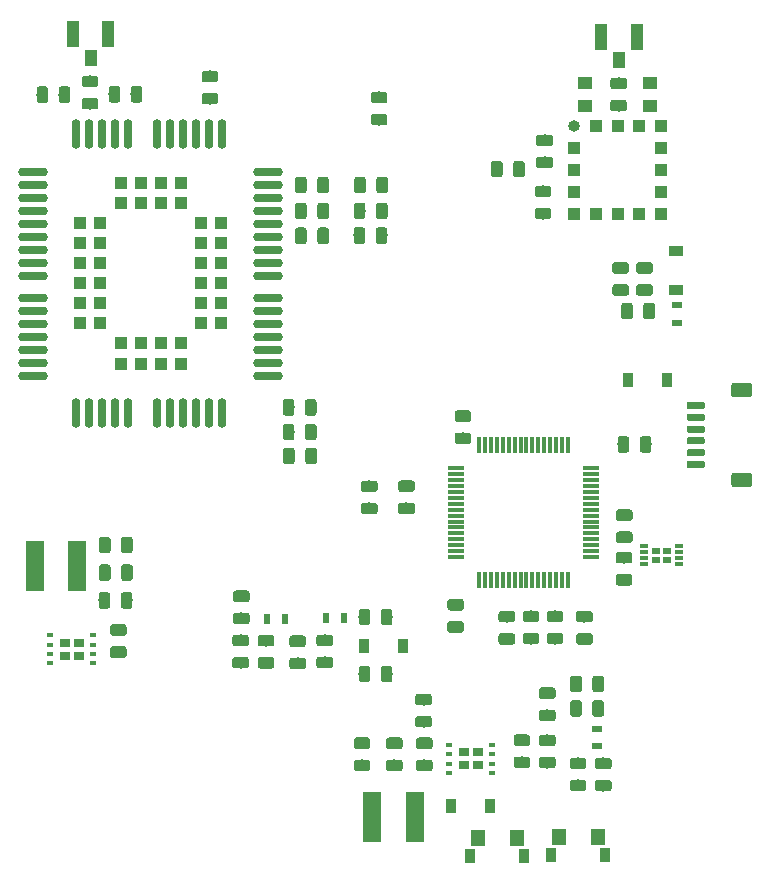
<source format=gbr>
G04 #@! TF.GenerationSoftware,KiCad,Pcbnew,5.0.2+dfsg1-1~bpo9+1*
G04 #@! TF.CreationDate,2019-03-13T07:25:58+01:00*
G04 #@! TF.ProjectId,sensenet_particlemeter,73656e73-656e-4657-945f-706172746963,1.0*
G04 #@! TF.SameCoordinates,Original*
G04 #@! TF.FileFunction,Paste,Top*
G04 #@! TF.FilePolarity,Positive*
%FSLAX46Y46*%
G04 Gerber Fmt 4.6, Leading zero omitted, Abs format (unit mm)*
G04 Created by KiCad (PCBNEW 5.0.2+dfsg1-1~bpo9+1) date Wed 13 Mar 2019 07:25:58 AM CET*
%MOMM*%
%LPD*%
G01*
G04 APERTURE LIST*
%ADD10C,0.100000*%
%ADD11C,0.975000*%
%ADD12R,1.400000X0.300000*%
%ADD13R,0.300000X1.400000*%
%ADD14R,1.250000X1.000000*%
%ADD15R,1.000000X1.000000*%
%ADD16O,0.750000X2.500000*%
%ADD17O,2.500000X0.750000*%
%ADD18O,1.000000X1.000000*%
%ADD19R,0.900000X0.500000*%
%ADD20R,0.500000X0.900000*%
%ADD21R,1.000000X2.200000*%
%ADD22R,1.000000X1.400000*%
%ADD23R,0.900000X1.200000*%
%ADD24R,1.200000X1.400000*%
%ADD25R,0.630000X0.350000*%
%ADD26R,0.830000X0.770000*%
%ADD27R,1.200000X0.900000*%
%ADD28R,0.750000X0.300000*%
%ADD29R,0.710000X0.580000*%
%ADD30C,0.600000*%
%ADD31C,1.200000*%
%ADD32R,1.500000X4.200000*%
G04 APERTURE END LIST*
D10*
G04 #@! TO.C,R9*
G36*
X155511962Y-88668534D02*
X155535623Y-88672044D01*
X155558827Y-88677856D01*
X155581349Y-88685914D01*
X155602973Y-88696142D01*
X155623490Y-88708439D01*
X155642703Y-88722689D01*
X155660427Y-88738753D01*
X155676491Y-88756477D01*
X155690741Y-88775690D01*
X155703038Y-88796207D01*
X155713266Y-88817831D01*
X155721324Y-88840353D01*
X155727136Y-88863557D01*
X155730646Y-88887218D01*
X155731820Y-88911110D01*
X155731820Y-89823610D01*
X155730646Y-89847502D01*
X155727136Y-89871163D01*
X155721324Y-89894367D01*
X155713266Y-89916889D01*
X155703038Y-89938513D01*
X155690741Y-89959030D01*
X155676491Y-89978243D01*
X155660427Y-89995967D01*
X155642703Y-90012031D01*
X155623490Y-90026281D01*
X155602973Y-90038578D01*
X155581349Y-90048806D01*
X155558827Y-90056864D01*
X155535623Y-90062676D01*
X155511962Y-90066186D01*
X155488070Y-90067360D01*
X155000570Y-90067360D01*
X154976678Y-90066186D01*
X154953017Y-90062676D01*
X154929813Y-90056864D01*
X154907291Y-90048806D01*
X154885667Y-90038578D01*
X154865150Y-90026281D01*
X154845937Y-90012031D01*
X154828213Y-89995967D01*
X154812149Y-89978243D01*
X154797899Y-89959030D01*
X154785602Y-89938513D01*
X154775374Y-89916889D01*
X154767316Y-89894367D01*
X154761504Y-89871163D01*
X154757994Y-89847502D01*
X154756820Y-89823610D01*
X154756820Y-88911110D01*
X154757994Y-88887218D01*
X154761504Y-88863557D01*
X154767316Y-88840353D01*
X154775374Y-88817831D01*
X154785602Y-88796207D01*
X154797899Y-88775690D01*
X154812149Y-88756477D01*
X154828213Y-88738753D01*
X154845937Y-88722689D01*
X154865150Y-88708439D01*
X154885667Y-88696142D01*
X154907291Y-88685914D01*
X154929813Y-88677856D01*
X154953017Y-88672044D01*
X154976678Y-88668534D01*
X155000570Y-88667360D01*
X155488070Y-88667360D01*
X155511962Y-88668534D01*
X155511962Y-88668534D01*
G37*
D11*
X155244320Y-89367360D03*
D10*
G36*
X157386962Y-88668534D02*
X157410623Y-88672044D01*
X157433827Y-88677856D01*
X157456349Y-88685914D01*
X157477973Y-88696142D01*
X157498490Y-88708439D01*
X157517703Y-88722689D01*
X157535427Y-88738753D01*
X157551491Y-88756477D01*
X157565741Y-88775690D01*
X157578038Y-88796207D01*
X157588266Y-88817831D01*
X157596324Y-88840353D01*
X157602136Y-88863557D01*
X157605646Y-88887218D01*
X157606820Y-88911110D01*
X157606820Y-89823610D01*
X157605646Y-89847502D01*
X157602136Y-89871163D01*
X157596324Y-89894367D01*
X157588266Y-89916889D01*
X157578038Y-89938513D01*
X157565741Y-89959030D01*
X157551491Y-89978243D01*
X157535427Y-89995967D01*
X157517703Y-90012031D01*
X157498490Y-90026281D01*
X157477973Y-90038578D01*
X157456349Y-90048806D01*
X157433827Y-90056864D01*
X157410623Y-90062676D01*
X157386962Y-90066186D01*
X157363070Y-90067360D01*
X156875570Y-90067360D01*
X156851678Y-90066186D01*
X156828017Y-90062676D01*
X156804813Y-90056864D01*
X156782291Y-90048806D01*
X156760667Y-90038578D01*
X156740150Y-90026281D01*
X156720937Y-90012031D01*
X156703213Y-89995967D01*
X156687149Y-89978243D01*
X156672899Y-89959030D01*
X156660602Y-89938513D01*
X156650374Y-89916889D01*
X156642316Y-89894367D01*
X156636504Y-89871163D01*
X156632994Y-89847502D01*
X156631820Y-89823610D01*
X156631820Y-88911110D01*
X156632994Y-88887218D01*
X156636504Y-88863557D01*
X156642316Y-88840353D01*
X156650374Y-88817831D01*
X156660602Y-88796207D01*
X156672899Y-88775690D01*
X156687149Y-88756477D01*
X156703213Y-88738753D01*
X156720937Y-88722689D01*
X156740150Y-88708439D01*
X156760667Y-88696142D01*
X156782291Y-88685914D01*
X156804813Y-88677856D01*
X156828017Y-88672044D01*
X156851678Y-88668534D01*
X156875570Y-88667360D01*
X157363070Y-88667360D01*
X157386962Y-88668534D01*
X157386962Y-88668534D01*
G37*
D11*
X157119320Y-89367360D03*
G04 #@! TD*
D12*
G04 #@! TO.C,U2*
X169433000Y-92452500D03*
X169433000Y-92952500D03*
X169433000Y-93452500D03*
X169433000Y-93952500D03*
X169433000Y-94452500D03*
X169433000Y-94952500D03*
X169433000Y-95452500D03*
X169433000Y-95952500D03*
X169433000Y-96452500D03*
X169433000Y-96952500D03*
X169433000Y-97452500D03*
X169433000Y-97952500D03*
X169433000Y-98452500D03*
X169433000Y-98952500D03*
X169433000Y-99452500D03*
X169433000Y-99952500D03*
D13*
X171383000Y-101902500D03*
X171883000Y-101902500D03*
X172383000Y-101902500D03*
X172883000Y-101902500D03*
X173383000Y-101902500D03*
X173883000Y-101902500D03*
X174383000Y-101902500D03*
X174883000Y-101902500D03*
X175383000Y-101902500D03*
X175883000Y-101902500D03*
X176383000Y-101902500D03*
X176883000Y-101902500D03*
X177383000Y-101902500D03*
X177883000Y-101902500D03*
X178383000Y-101902500D03*
X178883000Y-101902500D03*
D12*
X180833000Y-99952500D03*
X180833000Y-99452500D03*
X180833000Y-98952500D03*
X180833000Y-98452500D03*
X180833000Y-97952500D03*
X180833000Y-97452500D03*
X180833000Y-96952500D03*
X180833000Y-96452500D03*
X180833000Y-95952500D03*
X180833000Y-95452500D03*
X180833000Y-94952500D03*
X180833000Y-94452500D03*
X180833000Y-93952500D03*
X180833000Y-93452500D03*
X180833000Y-92952500D03*
X180833000Y-92452500D03*
D13*
X178883000Y-90502500D03*
X178383000Y-90502500D03*
X177883000Y-90502500D03*
X177383000Y-90502500D03*
X176883000Y-90502500D03*
X176383000Y-90502500D03*
X175883000Y-90502500D03*
X175383000Y-90502500D03*
X174883000Y-90502500D03*
X174383000Y-90502500D03*
X173883000Y-90502500D03*
X173383000Y-90502500D03*
X172883000Y-90502500D03*
X172383000Y-90502500D03*
X171883000Y-90502500D03*
X171383000Y-90502500D03*
G04 #@! TD*
D14*
G04 #@! TO.C,L2*
X185851800Y-59807600D03*
X185851800Y-61807600D03*
G04 #@! TD*
D15*
G04 #@! TO.C,U3*
X142714000Y-83577000D03*
X141014000Y-83577000D03*
X141014000Y-81877000D03*
X142714000Y-81877000D03*
X142714000Y-68277000D03*
X142714000Y-69977000D03*
X141014000Y-68277000D03*
X141014000Y-69977000D03*
X137614000Y-80177000D03*
X139314000Y-80177000D03*
X137614000Y-78477000D03*
X139314000Y-78477000D03*
X137614000Y-76777000D03*
X139314000Y-76777000D03*
X137614000Y-75077000D03*
X139314000Y-75077000D03*
X137614000Y-73377000D03*
X139314000Y-73377000D03*
X137614000Y-71677000D03*
D16*
X149614000Y-87727000D03*
X148514000Y-87727000D03*
X147414000Y-87727000D03*
X146314000Y-87727000D03*
X145214000Y-87727000D03*
X144114000Y-87727000D03*
X141614000Y-87727000D03*
X140514000Y-87727000D03*
X139414000Y-87727000D03*
X138314000Y-87727000D03*
X137214000Y-87727000D03*
D17*
X153514000Y-84627000D03*
X153514000Y-83527000D03*
X153514000Y-82427000D03*
X153514000Y-81327000D03*
X153514000Y-80227000D03*
X153514000Y-79127000D03*
X153514000Y-78027000D03*
X153514000Y-76127000D03*
X153514000Y-75027000D03*
X153514000Y-73927000D03*
X153514000Y-72827000D03*
X153514000Y-71727000D03*
X153514000Y-70627000D03*
X153514000Y-69527000D03*
X153514000Y-68427000D03*
X153514000Y-67327000D03*
D16*
X137214000Y-64127000D03*
X138314000Y-64127000D03*
X139414000Y-64127000D03*
X140514000Y-64127000D03*
X141614000Y-64127000D03*
X144114000Y-64127000D03*
X145214000Y-64127000D03*
X146314000Y-64127000D03*
X147414000Y-64127000D03*
X148514000Y-64127000D03*
X149614000Y-64127000D03*
D17*
X133614000Y-67327000D03*
X133614000Y-68427000D03*
X133614000Y-69527000D03*
X133614000Y-70627000D03*
X133614000Y-71727000D03*
X133614000Y-72827000D03*
X133614000Y-73927000D03*
X133614000Y-75027000D03*
X133614000Y-76127000D03*
X133614000Y-78027000D03*
X133614000Y-79127000D03*
X133614000Y-80227000D03*
X133614000Y-81327000D03*
X133614000Y-82427000D03*
X133614000Y-83527000D03*
X133614000Y-84627000D03*
D15*
X147814000Y-71677000D03*
X149514000Y-71677000D03*
X147814000Y-73377000D03*
X149514000Y-73377000D03*
X147814000Y-75077000D03*
X149514000Y-75077000D03*
X147814000Y-76777000D03*
X149514000Y-76777000D03*
X147814000Y-78477000D03*
X149514000Y-78477000D03*
X147814000Y-80177000D03*
X149514000Y-80177000D03*
X146114000Y-69977000D03*
X146114000Y-68277000D03*
X144414000Y-69977000D03*
X144414000Y-68277000D03*
X144414000Y-81877000D03*
X146114000Y-81877000D03*
X146114000Y-83577000D03*
X144414000Y-83577000D03*
X139314000Y-71677000D03*
G04 #@! TD*
D18*
G04 #@! TO.C,U7*
X179395120Y-63484760D03*
D15*
X181245120Y-63484760D03*
X183095120Y-63484760D03*
X186795120Y-63484760D03*
X184945120Y-63484760D03*
X186795120Y-65334760D03*
X186795120Y-67184760D03*
X186795120Y-69034760D03*
X186795120Y-70884760D03*
X184945120Y-70884760D03*
X183095120Y-70884760D03*
X181245120Y-70884760D03*
X179395120Y-70884760D03*
X179395120Y-69034760D03*
X179395120Y-67184760D03*
X179395120Y-65334760D03*
G04 #@! TD*
D14*
G04 #@! TO.C,L1*
X180365400Y-61782200D03*
X180365400Y-59782200D03*
G04 #@! TD*
D19*
G04 #@! TO.C,L4*
X181376320Y-114474560D03*
X181376320Y-115974560D03*
G04 #@! TD*
D20*
G04 #@! TO.C,L6*
X154910220Y-105166160D03*
X153410220Y-105166160D03*
G04 #@! TD*
D19*
G04 #@! TO.C,L7*
X188132720Y-78635160D03*
X188132720Y-80135160D03*
G04 #@! TD*
D20*
G04 #@! TO.C,L8*
X159926720Y-105102660D03*
X158426720Y-105102660D03*
G04 #@! TD*
D21*
G04 #@! TO.C,P1*
X136980800Y-55676800D03*
D22*
X138480800Y-57676800D03*
D21*
X139980800Y-55676800D03*
G04 #@! TD*
G04 #@! TO.C,P2*
X181705120Y-55890160D03*
D22*
X183205120Y-57890160D03*
D21*
X184705120Y-55890160D03*
G04 #@! TD*
D23*
G04 #@! TO.C,SW1*
X175141920Y-125257560D03*
X170641920Y-125257560D03*
D24*
X174541920Y-123757560D03*
X171241920Y-123757560D03*
G04 #@! TD*
D10*
G04 #@! TO.C,C17*
G36*
X179842862Y-110004534D02*
X179866523Y-110008044D01*
X179889727Y-110013856D01*
X179912249Y-110021914D01*
X179933873Y-110032142D01*
X179954390Y-110044439D01*
X179973603Y-110058689D01*
X179991327Y-110074753D01*
X180007391Y-110092477D01*
X180021641Y-110111690D01*
X180033938Y-110132207D01*
X180044166Y-110153831D01*
X180052224Y-110176353D01*
X180058036Y-110199557D01*
X180061546Y-110223218D01*
X180062720Y-110247110D01*
X180062720Y-111159610D01*
X180061546Y-111183502D01*
X180058036Y-111207163D01*
X180052224Y-111230367D01*
X180044166Y-111252889D01*
X180033938Y-111274513D01*
X180021641Y-111295030D01*
X180007391Y-111314243D01*
X179991327Y-111331967D01*
X179973603Y-111348031D01*
X179954390Y-111362281D01*
X179933873Y-111374578D01*
X179912249Y-111384806D01*
X179889727Y-111392864D01*
X179866523Y-111398676D01*
X179842862Y-111402186D01*
X179818970Y-111403360D01*
X179331470Y-111403360D01*
X179307578Y-111402186D01*
X179283917Y-111398676D01*
X179260713Y-111392864D01*
X179238191Y-111384806D01*
X179216567Y-111374578D01*
X179196050Y-111362281D01*
X179176837Y-111348031D01*
X179159113Y-111331967D01*
X179143049Y-111314243D01*
X179128799Y-111295030D01*
X179116502Y-111274513D01*
X179106274Y-111252889D01*
X179098216Y-111230367D01*
X179092404Y-111207163D01*
X179088894Y-111183502D01*
X179087720Y-111159610D01*
X179087720Y-110247110D01*
X179088894Y-110223218D01*
X179092404Y-110199557D01*
X179098216Y-110176353D01*
X179106274Y-110153831D01*
X179116502Y-110132207D01*
X179128799Y-110111690D01*
X179143049Y-110092477D01*
X179159113Y-110074753D01*
X179176837Y-110058689D01*
X179196050Y-110044439D01*
X179216567Y-110032142D01*
X179238191Y-110021914D01*
X179260713Y-110013856D01*
X179283917Y-110008044D01*
X179307578Y-110004534D01*
X179331470Y-110003360D01*
X179818970Y-110003360D01*
X179842862Y-110004534D01*
X179842862Y-110004534D01*
G37*
D11*
X179575220Y-110703360D03*
D10*
G36*
X181717862Y-110004534D02*
X181741523Y-110008044D01*
X181764727Y-110013856D01*
X181787249Y-110021914D01*
X181808873Y-110032142D01*
X181829390Y-110044439D01*
X181848603Y-110058689D01*
X181866327Y-110074753D01*
X181882391Y-110092477D01*
X181896641Y-110111690D01*
X181908938Y-110132207D01*
X181919166Y-110153831D01*
X181927224Y-110176353D01*
X181933036Y-110199557D01*
X181936546Y-110223218D01*
X181937720Y-110247110D01*
X181937720Y-111159610D01*
X181936546Y-111183502D01*
X181933036Y-111207163D01*
X181927224Y-111230367D01*
X181919166Y-111252889D01*
X181908938Y-111274513D01*
X181896641Y-111295030D01*
X181882391Y-111314243D01*
X181866327Y-111331967D01*
X181848603Y-111348031D01*
X181829390Y-111362281D01*
X181808873Y-111374578D01*
X181787249Y-111384806D01*
X181764727Y-111392864D01*
X181741523Y-111398676D01*
X181717862Y-111402186D01*
X181693970Y-111403360D01*
X181206470Y-111403360D01*
X181182578Y-111402186D01*
X181158917Y-111398676D01*
X181135713Y-111392864D01*
X181113191Y-111384806D01*
X181091567Y-111374578D01*
X181071050Y-111362281D01*
X181051837Y-111348031D01*
X181034113Y-111331967D01*
X181018049Y-111314243D01*
X181003799Y-111295030D01*
X180991502Y-111274513D01*
X180981274Y-111252889D01*
X180973216Y-111230367D01*
X180967404Y-111207163D01*
X180963894Y-111183502D01*
X180962720Y-111159610D01*
X180962720Y-110247110D01*
X180963894Y-110223218D01*
X180967404Y-110199557D01*
X180973216Y-110176353D01*
X180981274Y-110153831D01*
X180991502Y-110132207D01*
X181003799Y-110111690D01*
X181018049Y-110092477D01*
X181034113Y-110074753D01*
X181051837Y-110058689D01*
X181071050Y-110044439D01*
X181091567Y-110032142D01*
X181113191Y-110021914D01*
X181135713Y-110013856D01*
X181158917Y-110008044D01*
X181182578Y-110004534D01*
X181206470Y-110003360D01*
X181693970Y-110003360D01*
X181717862Y-110004534D01*
X181717862Y-110004534D01*
G37*
D11*
X181450220Y-110703360D03*
G04 #@! TD*
D10*
G04 #@! TO.C,R30*
G36*
X183659862Y-59368534D02*
X183683523Y-59372044D01*
X183706727Y-59377856D01*
X183729249Y-59385914D01*
X183750873Y-59396142D01*
X183771390Y-59408439D01*
X183790603Y-59422689D01*
X183808327Y-59438753D01*
X183824391Y-59456477D01*
X183838641Y-59475690D01*
X183850938Y-59496207D01*
X183861166Y-59517831D01*
X183869224Y-59540353D01*
X183875036Y-59563557D01*
X183878546Y-59587218D01*
X183879720Y-59611110D01*
X183879720Y-60098610D01*
X183878546Y-60122502D01*
X183875036Y-60146163D01*
X183869224Y-60169367D01*
X183861166Y-60191889D01*
X183850938Y-60213513D01*
X183838641Y-60234030D01*
X183824391Y-60253243D01*
X183808327Y-60270967D01*
X183790603Y-60287031D01*
X183771390Y-60301281D01*
X183750873Y-60313578D01*
X183729249Y-60323806D01*
X183706727Y-60331864D01*
X183683523Y-60337676D01*
X183659862Y-60341186D01*
X183635970Y-60342360D01*
X182723470Y-60342360D01*
X182699578Y-60341186D01*
X182675917Y-60337676D01*
X182652713Y-60331864D01*
X182630191Y-60323806D01*
X182608567Y-60313578D01*
X182588050Y-60301281D01*
X182568837Y-60287031D01*
X182551113Y-60270967D01*
X182535049Y-60253243D01*
X182520799Y-60234030D01*
X182508502Y-60213513D01*
X182498274Y-60191889D01*
X182490216Y-60169367D01*
X182484404Y-60146163D01*
X182480894Y-60122502D01*
X182479720Y-60098610D01*
X182479720Y-59611110D01*
X182480894Y-59587218D01*
X182484404Y-59563557D01*
X182490216Y-59540353D01*
X182498274Y-59517831D01*
X182508502Y-59496207D01*
X182520799Y-59475690D01*
X182535049Y-59456477D01*
X182551113Y-59438753D01*
X182568837Y-59422689D01*
X182588050Y-59408439D01*
X182608567Y-59396142D01*
X182630191Y-59385914D01*
X182652713Y-59377856D01*
X182675917Y-59372044D01*
X182699578Y-59368534D01*
X182723470Y-59367360D01*
X183635970Y-59367360D01*
X183659862Y-59368534D01*
X183659862Y-59368534D01*
G37*
D11*
X183179720Y-59854860D03*
D10*
G36*
X183659862Y-61243534D02*
X183683523Y-61247044D01*
X183706727Y-61252856D01*
X183729249Y-61260914D01*
X183750873Y-61271142D01*
X183771390Y-61283439D01*
X183790603Y-61297689D01*
X183808327Y-61313753D01*
X183824391Y-61331477D01*
X183838641Y-61350690D01*
X183850938Y-61371207D01*
X183861166Y-61392831D01*
X183869224Y-61415353D01*
X183875036Y-61438557D01*
X183878546Y-61462218D01*
X183879720Y-61486110D01*
X183879720Y-61973610D01*
X183878546Y-61997502D01*
X183875036Y-62021163D01*
X183869224Y-62044367D01*
X183861166Y-62066889D01*
X183850938Y-62088513D01*
X183838641Y-62109030D01*
X183824391Y-62128243D01*
X183808327Y-62145967D01*
X183790603Y-62162031D01*
X183771390Y-62176281D01*
X183750873Y-62188578D01*
X183729249Y-62198806D01*
X183706727Y-62206864D01*
X183683523Y-62212676D01*
X183659862Y-62216186D01*
X183635970Y-62217360D01*
X182723470Y-62217360D01*
X182699578Y-62216186D01*
X182675917Y-62212676D01*
X182652713Y-62206864D01*
X182630191Y-62198806D01*
X182608567Y-62188578D01*
X182588050Y-62176281D01*
X182568837Y-62162031D01*
X182551113Y-62145967D01*
X182535049Y-62128243D01*
X182520799Y-62109030D01*
X182508502Y-62088513D01*
X182498274Y-62066889D01*
X182490216Y-62044367D01*
X182484404Y-62021163D01*
X182480894Y-61997502D01*
X182479720Y-61973610D01*
X182479720Y-61486110D01*
X182480894Y-61462218D01*
X182484404Y-61438557D01*
X182490216Y-61415353D01*
X182498274Y-61392831D01*
X182508502Y-61371207D01*
X182520799Y-61350690D01*
X182535049Y-61331477D01*
X182551113Y-61313753D01*
X182568837Y-61297689D01*
X182588050Y-61283439D01*
X182608567Y-61271142D01*
X182630191Y-61260914D01*
X182652713Y-61252856D01*
X182675917Y-61247044D01*
X182699578Y-61243534D01*
X182723470Y-61242360D01*
X183635970Y-61242360D01*
X183659862Y-61243534D01*
X183659862Y-61243534D01*
G37*
D11*
X183179720Y-61729860D03*
G04 #@! TD*
D10*
G04 #@! TO.C,C28*
G36*
X183837662Y-76864534D02*
X183861323Y-76868044D01*
X183884527Y-76873856D01*
X183907049Y-76881914D01*
X183928673Y-76892142D01*
X183949190Y-76904439D01*
X183968403Y-76918689D01*
X183986127Y-76934753D01*
X184002191Y-76952477D01*
X184016441Y-76971690D01*
X184028738Y-76992207D01*
X184038966Y-77013831D01*
X184047024Y-77036353D01*
X184052836Y-77059557D01*
X184056346Y-77083218D01*
X184057520Y-77107110D01*
X184057520Y-77594610D01*
X184056346Y-77618502D01*
X184052836Y-77642163D01*
X184047024Y-77665367D01*
X184038966Y-77687889D01*
X184028738Y-77709513D01*
X184016441Y-77730030D01*
X184002191Y-77749243D01*
X183986127Y-77766967D01*
X183968403Y-77783031D01*
X183949190Y-77797281D01*
X183928673Y-77809578D01*
X183907049Y-77819806D01*
X183884527Y-77827864D01*
X183861323Y-77833676D01*
X183837662Y-77837186D01*
X183813770Y-77838360D01*
X182901270Y-77838360D01*
X182877378Y-77837186D01*
X182853717Y-77833676D01*
X182830513Y-77827864D01*
X182807991Y-77819806D01*
X182786367Y-77809578D01*
X182765850Y-77797281D01*
X182746637Y-77783031D01*
X182728913Y-77766967D01*
X182712849Y-77749243D01*
X182698599Y-77730030D01*
X182686302Y-77709513D01*
X182676074Y-77687889D01*
X182668016Y-77665367D01*
X182662204Y-77642163D01*
X182658694Y-77618502D01*
X182657520Y-77594610D01*
X182657520Y-77107110D01*
X182658694Y-77083218D01*
X182662204Y-77059557D01*
X182668016Y-77036353D01*
X182676074Y-77013831D01*
X182686302Y-76992207D01*
X182698599Y-76971690D01*
X182712849Y-76952477D01*
X182728913Y-76934753D01*
X182746637Y-76918689D01*
X182765850Y-76904439D01*
X182786367Y-76892142D01*
X182807991Y-76881914D01*
X182830513Y-76873856D01*
X182853717Y-76868044D01*
X182877378Y-76864534D01*
X182901270Y-76863360D01*
X183813770Y-76863360D01*
X183837662Y-76864534D01*
X183837662Y-76864534D01*
G37*
D11*
X183357520Y-77350860D03*
D10*
G36*
X183837662Y-74989534D02*
X183861323Y-74993044D01*
X183884527Y-74998856D01*
X183907049Y-75006914D01*
X183928673Y-75017142D01*
X183949190Y-75029439D01*
X183968403Y-75043689D01*
X183986127Y-75059753D01*
X184002191Y-75077477D01*
X184016441Y-75096690D01*
X184028738Y-75117207D01*
X184038966Y-75138831D01*
X184047024Y-75161353D01*
X184052836Y-75184557D01*
X184056346Y-75208218D01*
X184057520Y-75232110D01*
X184057520Y-75719610D01*
X184056346Y-75743502D01*
X184052836Y-75767163D01*
X184047024Y-75790367D01*
X184038966Y-75812889D01*
X184028738Y-75834513D01*
X184016441Y-75855030D01*
X184002191Y-75874243D01*
X183986127Y-75891967D01*
X183968403Y-75908031D01*
X183949190Y-75922281D01*
X183928673Y-75934578D01*
X183907049Y-75944806D01*
X183884527Y-75952864D01*
X183861323Y-75958676D01*
X183837662Y-75962186D01*
X183813770Y-75963360D01*
X182901270Y-75963360D01*
X182877378Y-75962186D01*
X182853717Y-75958676D01*
X182830513Y-75952864D01*
X182807991Y-75944806D01*
X182786367Y-75934578D01*
X182765850Y-75922281D01*
X182746637Y-75908031D01*
X182728913Y-75891967D01*
X182712849Y-75874243D01*
X182698599Y-75855030D01*
X182686302Y-75834513D01*
X182676074Y-75812889D01*
X182668016Y-75790367D01*
X182662204Y-75767163D01*
X182658694Y-75743502D01*
X182657520Y-75719610D01*
X182657520Y-75232110D01*
X182658694Y-75208218D01*
X182662204Y-75184557D01*
X182668016Y-75161353D01*
X182676074Y-75138831D01*
X182686302Y-75117207D01*
X182698599Y-75096690D01*
X182712849Y-75077477D01*
X182728913Y-75059753D01*
X182746637Y-75043689D01*
X182765850Y-75029439D01*
X182786367Y-75017142D01*
X182807991Y-75006914D01*
X182830513Y-74998856D01*
X182853717Y-74993044D01*
X182877378Y-74989534D01*
X182901270Y-74988360D01*
X183813770Y-74988360D01*
X183837662Y-74989534D01*
X183837662Y-74989534D01*
G37*
D11*
X183357520Y-75475860D03*
G04 #@! TD*
D10*
G04 #@! TO.C,C26*
G36*
X181717862Y-112087334D02*
X181741523Y-112090844D01*
X181764727Y-112096656D01*
X181787249Y-112104714D01*
X181808873Y-112114942D01*
X181829390Y-112127239D01*
X181848603Y-112141489D01*
X181866327Y-112157553D01*
X181882391Y-112175277D01*
X181896641Y-112194490D01*
X181908938Y-112215007D01*
X181919166Y-112236631D01*
X181927224Y-112259153D01*
X181933036Y-112282357D01*
X181936546Y-112306018D01*
X181937720Y-112329910D01*
X181937720Y-113242410D01*
X181936546Y-113266302D01*
X181933036Y-113289963D01*
X181927224Y-113313167D01*
X181919166Y-113335689D01*
X181908938Y-113357313D01*
X181896641Y-113377830D01*
X181882391Y-113397043D01*
X181866327Y-113414767D01*
X181848603Y-113430831D01*
X181829390Y-113445081D01*
X181808873Y-113457378D01*
X181787249Y-113467606D01*
X181764727Y-113475664D01*
X181741523Y-113481476D01*
X181717862Y-113484986D01*
X181693970Y-113486160D01*
X181206470Y-113486160D01*
X181182578Y-113484986D01*
X181158917Y-113481476D01*
X181135713Y-113475664D01*
X181113191Y-113467606D01*
X181091567Y-113457378D01*
X181071050Y-113445081D01*
X181051837Y-113430831D01*
X181034113Y-113414767D01*
X181018049Y-113397043D01*
X181003799Y-113377830D01*
X180991502Y-113357313D01*
X180981274Y-113335689D01*
X180973216Y-113313167D01*
X180967404Y-113289963D01*
X180963894Y-113266302D01*
X180962720Y-113242410D01*
X180962720Y-112329910D01*
X180963894Y-112306018D01*
X180967404Y-112282357D01*
X180973216Y-112259153D01*
X180981274Y-112236631D01*
X180991502Y-112215007D01*
X181003799Y-112194490D01*
X181018049Y-112175277D01*
X181034113Y-112157553D01*
X181051837Y-112141489D01*
X181071050Y-112127239D01*
X181091567Y-112114942D01*
X181113191Y-112104714D01*
X181135713Y-112096656D01*
X181158917Y-112090844D01*
X181182578Y-112087334D01*
X181206470Y-112086160D01*
X181693970Y-112086160D01*
X181717862Y-112087334D01*
X181717862Y-112087334D01*
G37*
D11*
X181450220Y-112786160D03*
D10*
G36*
X179842862Y-112087334D02*
X179866523Y-112090844D01*
X179889727Y-112096656D01*
X179912249Y-112104714D01*
X179933873Y-112114942D01*
X179954390Y-112127239D01*
X179973603Y-112141489D01*
X179991327Y-112157553D01*
X180007391Y-112175277D01*
X180021641Y-112194490D01*
X180033938Y-112215007D01*
X180044166Y-112236631D01*
X180052224Y-112259153D01*
X180058036Y-112282357D01*
X180061546Y-112306018D01*
X180062720Y-112329910D01*
X180062720Y-113242410D01*
X180061546Y-113266302D01*
X180058036Y-113289963D01*
X180052224Y-113313167D01*
X180044166Y-113335689D01*
X180033938Y-113357313D01*
X180021641Y-113377830D01*
X180007391Y-113397043D01*
X179991327Y-113414767D01*
X179973603Y-113430831D01*
X179954390Y-113445081D01*
X179933873Y-113457378D01*
X179912249Y-113467606D01*
X179889727Y-113475664D01*
X179866523Y-113481476D01*
X179842862Y-113484986D01*
X179818970Y-113486160D01*
X179331470Y-113486160D01*
X179307578Y-113484986D01*
X179283917Y-113481476D01*
X179260713Y-113475664D01*
X179238191Y-113467606D01*
X179216567Y-113457378D01*
X179196050Y-113445081D01*
X179176837Y-113430831D01*
X179159113Y-113414767D01*
X179143049Y-113397043D01*
X179128799Y-113377830D01*
X179116502Y-113357313D01*
X179106274Y-113335689D01*
X179098216Y-113313167D01*
X179092404Y-113289963D01*
X179088894Y-113266302D01*
X179087720Y-113242410D01*
X179087720Y-112329910D01*
X179088894Y-112306018D01*
X179092404Y-112282357D01*
X179098216Y-112259153D01*
X179106274Y-112236631D01*
X179116502Y-112215007D01*
X179128799Y-112194490D01*
X179143049Y-112175277D01*
X179159113Y-112157553D01*
X179176837Y-112141489D01*
X179196050Y-112127239D01*
X179216567Y-112114942D01*
X179238191Y-112104714D01*
X179260713Y-112096656D01*
X179283917Y-112090844D01*
X179307578Y-112087334D01*
X179331470Y-112086160D01*
X179818970Y-112086160D01*
X179842862Y-112087334D01*
X179842862Y-112087334D01*
G37*
D11*
X179575220Y-112786160D03*
G04 #@! TD*
D10*
G04 #@! TO.C,C27*
G36*
X184160862Y-78432334D02*
X184184523Y-78435844D01*
X184207727Y-78441656D01*
X184230249Y-78449714D01*
X184251873Y-78459942D01*
X184272390Y-78472239D01*
X184291603Y-78486489D01*
X184309327Y-78502553D01*
X184325391Y-78520277D01*
X184339641Y-78539490D01*
X184351938Y-78560007D01*
X184362166Y-78581631D01*
X184370224Y-78604153D01*
X184376036Y-78627357D01*
X184379546Y-78651018D01*
X184380720Y-78674910D01*
X184380720Y-79587410D01*
X184379546Y-79611302D01*
X184376036Y-79634963D01*
X184370224Y-79658167D01*
X184362166Y-79680689D01*
X184351938Y-79702313D01*
X184339641Y-79722830D01*
X184325391Y-79742043D01*
X184309327Y-79759767D01*
X184291603Y-79775831D01*
X184272390Y-79790081D01*
X184251873Y-79802378D01*
X184230249Y-79812606D01*
X184207727Y-79820664D01*
X184184523Y-79826476D01*
X184160862Y-79829986D01*
X184136970Y-79831160D01*
X183649470Y-79831160D01*
X183625578Y-79829986D01*
X183601917Y-79826476D01*
X183578713Y-79820664D01*
X183556191Y-79812606D01*
X183534567Y-79802378D01*
X183514050Y-79790081D01*
X183494837Y-79775831D01*
X183477113Y-79759767D01*
X183461049Y-79742043D01*
X183446799Y-79722830D01*
X183434502Y-79702313D01*
X183424274Y-79680689D01*
X183416216Y-79658167D01*
X183410404Y-79634963D01*
X183406894Y-79611302D01*
X183405720Y-79587410D01*
X183405720Y-78674910D01*
X183406894Y-78651018D01*
X183410404Y-78627357D01*
X183416216Y-78604153D01*
X183424274Y-78581631D01*
X183434502Y-78560007D01*
X183446799Y-78539490D01*
X183461049Y-78520277D01*
X183477113Y-78502553D01*
X183494837Y-78486489D01*
X183514050Y-78472239D01*
X183534567Y-78459942D01*
X183556191Y-78449714D01*
X183578713Y-78441656D01*
X183601917Y-78435844D01*
X183625578Y-78432334D01*
X183649470Y-78431160D01*
X184136970Y-78431160D01*
X184160862Y-78432334D01*
X184160862Y-78432334D01*
G37*
D11*
X183893220Y-79131160D03*
D10*
G36*
X186035862Y-78432334D02*
X186059523Y-78435844D01*
X186082727Y-78441656D01*
X186105249Y-78449714D01*
X186126873Y-78459942D01*
X186147390Y-78472239D01*
X186166603Y-78486489D01*
X186184327Y-78502553D01*
X186200391Y-78520277D01*
X186214641Y-78539490D01*
X186226938Y-78560007D01*
X186237166Y-78581631D01*
X186245224Y-78604153D01*
X186251036Y-78627357D01*
X186254546Y-78651018D01*
X186255720Y-78674910D01*
X186255720Y-79587410D01*
X186254546Y-79611302D01*
X186251036Y-79634963D01*
X186245224Y-79658167D01*
X186237166Y-79680689D01*
X186226938Y-79702313D01*
X186214641Y-79722830D01*
X186200391Y-79742043D01*
X186184327Y-79759767D01*
X186166603Y-79775831D01*
X186147390Y-79790081D01*
X186126873Y-79802378D01*
X186105249Y-79812606D01*
X186082727Y-79820664D01*
X186059523Y-79826476D01*
X186035862Y-79829986D01*
X186011970Y-79831160D01*
X185524470Y-79831160D01*
X185500578Y-79829986D01*
X185476917Y-79826476D01*
X185453713Y-79820664D01*
X185431191Y-79812606D01*
X185409567Y-79802378D01*
X185389050Y-79790081D01*
X185369837Y-79775831D01*
X185352113Y-79759767D01*
X185336049Y-79742043D01*
X185321799Y-79722830D01*
X185309502Y-79702313D01*
X185299274Y-79680689D01*
X185291216Y-79658167D01*
X185285404Y-79634963D01*
X185281894Y-79611302D01*
X185280720Y-79587410D01*
X185280720Y-78674910D01*
X185281894Y-78651018D01*
X185285404Y-78627357D01*
X185291216Y-78604153D01*
X185299274Y-78581631D01*
X185309502Y-78560007D01*
X185321799Y-78539490D01*
X185336049Y-78520277D01*
X185352113Y-78502553D01*
X185369837Y-78486489D01*
X185389050Y-78472239D01*
X185409567Y-78459942D01*
X185431191Y-78449714D01*
X185453713Y-78441656D01*
X185476917Y-78435844D01*
X185500578Y-78432334D01*
X185524470Y-78431160D01*
X186011970Y-78431160D01*
X186035862Y-78432334D01*
X186035862Y-78432334D01*
G37*
D11*
X185768220Y-79131160D03*
G04 #@! TD*
D10*
G04 #@! TO.C,C30*
G36*
X180230862Y-116935334D02*
X180254523Y-116938844D01*
X180277727Y-116944656D01*
X180300249Y-116952714D01*
X180321873Y-116962942D01*
X180342390Y-116975239D01*
X180361603Y-116989489D01*
X180379327Y-117005553D01*
X180395391Y-117023277D01*
X180409641Y-117042490D01*
X180421938Y-117063007D01*
X180432166Y-117084631D01*
X180440224Y-117107153D01*
X180446036Y-117130357D01*
X180449546Y-117154018D01*
X180450720Y-117177910D01*
X180450720Y-117665410D01*
X180449546Y-117689302D01*
X180446036Y-117712963D01*
X180440224Y-117736167D01*
X180432166Y-117758689D01*
X180421938Y-117780313D01*
X180409641Y-117800830D01*
X180395391Y-117820043D01*
X180379327Y-117837767D01*
X180361603Y-117853831D01*
X180342390Y-117868081D01*
X180321873Y-117880378D01*
X180300249Y-117890606D01*
X180277727Y-117898664D01*
X180254523Y-117904476D01*
X180230862Y-117907986D01*
X180206970Y-117909160D01*
X179294470Y-117909160D01*
X179270578Y-117907986D01*
X179246917Y-117904476D01*
X179223713Y-117898664D01*
X179201191Y-117890606D01*
X179179567Y-117880378D01*
X179159050Y-117868081D01*
X179139837Y-117853831D01*
X179122113Y-117837767D01*
X179106049Y-117820043D01*
X179091799Y-117800830D01*
X179079502Y-117780313D01*
X179069274Y-117758689D01*
X179061216Y-117736167D01*
X179055404Y-117712963D01*
X179051894Y-117689302D01*
X179050720Y-117665410D01*
X179050720Y-117177910D01*
X179051894Y-117154018D01*
X179055404Y-117130357D01*
X179061216Y-117107153D01*
X179069274Y-117084631D01*
X179079502Y-117063007D01*
X179091799Y-117042490D01*
X179106049Y-117023277D01*
X179122113Y-117005553D01*
X179139837Y-116989489D01*
X179159050Y-116975239D01*
X179179567Y-116962942D01*
X179201191Y-116952714D01*
X179223713Y-116944656D01*
X179246917Y-116938844D01*
X179270578Y-116935334D01*
X179294470Y-116934160D01*
X180206970Y-116934160D01*
X180230862Y-116935334D01*
X180230862Y-116935334D01*
G37*
D11*
X179750720Y-117421660D03*
D10*
G36*
X180230862Y-118810334D02*
X180254523Y-118813844D01*
X180277727Y-118819656D01*
X180300249Y-118827714D01*
X180321873Y-118837942D01*
X180342390Y-118850239D01*
X180361603Y-118864489D01*
X180379327Y-118880553D01*
X180395391Y-118898277D01*
X180409641Y-118917490D01*
X180421938Y-118938007D01*
X180432166Y-118959631D01*
X180440224Y-118982153D01*
X180446036Y-119005357D01*
X180449546Y-119029018D01*
X180450720Y-119052910D01*
X180450720Y-119540410D01*
X180449546Y-119564302D01*
X180446036Y-119587963D01*
X180440224Y-119611167D01*
X180432166Y-119633689D01*
X180421938Y-119655313D01*
X180409641Y-119675830D01*
X180395391Y-119695043D01*
X180379327Y-119712767D01*
X180361603Y-119728831D01*
X180342390Y-119743081D01*
X180321873Y-119755378D01*
X180300249Y-119765606D01*
X180277727Y-119773664D01*
X180254523Y-119779476D01*
X180230862Y-119782986D01*
X180206970Y-119784160D01*
X179294470Y-119784160D01*
X179270578Y-119782986D01*
X179246917Y-119779476D01*
X179223713Y-119773664D01*
X179201191Y-119765606D01*
X179179567Y-119755378D01*
X179159050Y-119743081D01*
X179139837Y-119728831D01*
X179122113Y-119712767D01*
X179106049Y-119695043D01*
X179091799Y-119675830D01*
X179079502Y-119655313D01*
X179069274Y-119633689D01*
X179061216Y-119611167D01*
X179055404Y-119587963D01*
X179051894Y-119564302D01*
X179050720Y-119540410D01*
X179050720Y-119052910D01*
X179051894Y-119029018D01*
X179055404Y-119005357D01*
X179061216Y-118982153D01*
X179069274Y-118959631D01*
X179079502Y-118938007D01*
X179091799Y-118917490D01*
X179106049Y-118898277D01*
X179122113Y-118880553D01*
X179139837Y-118864489D01*
X179159050Y-118850239D01*
X179179567Y-118837942D01*
X179201191Y-118827714D01*
X179223713Y-118819656D01*
X179246917Y-118813844D01*
X179270578Y-118810334D01*
X179294470Y-118809160D01*
X180206970Y-118809160D01*
X180230862Y-118810334D01*
X180230862Y-118810334D01*
G37*
D11*
X179750720Y-119296660D03*
G04 #@! TD*
D25*
G04 #@! TO.C,U1*
X168835220Y-115840660D03*
X168835220Y-116640660D03*
X168835220Y-117440660D03*
X168835220Y-118240660D03*
X172505220Y-118240660D03*
X172505220Y-117440660D03*
X172505220Y-116640660D03*
X172505220Y-115840660D03*
D26*
X170072720Y-116488160D03*
X171267720Y-116488160D03*
X171267720Y-117593160D03*
X170072720Y-117593160D03*
G04 #@! TD*
D10*
G04 #@! TO.C,C29*
G36*
X164673362Y-117110834D02*
X164697023Y-117114344D01*
X164720227Y-117120156D01*
X164742749Y-117128214D01*
X164764373Y-117138442D01*
X164784890Y-117150739D01*
X164804103Y-117164989D01*
X164821827Y-117181053D01*
X164837891Y-117198777D01*
X164852141Y-117217990D01*
X164864438Y-117238507D01*
X164874666Y-117260131D01*
X164882724Y-117282653D01*
X164888536Y-117305857D01*
X164892046Y-117329518D01*
X164893220Y-117353410D01*
X164893220Y-117840910D01*
X164892046Y-117864802D01*
X164888536Y-117888463D01*
X164882724Y-117911667D01*
X164874666Y-117934189D01*
X164864438Y-117955813D01*
X164852141Y-117976330D01*
X164837891Y-117995543D01*
X164821827Y-118013267D01*
X164804103Y-118029331D01*
X164784890Y-118043581D01*
X164764373Y-118055878D01*
X164742749Y-118066106D01*
X164720227Y-118074164D01*
X164697023Y-118079976D01*
X164673362Y-118083486D01*
X164649470Y-118084660D01*
X163736970Y-118084660D01*
X163713078Y-118083486D01*
X163689417Y-118079976D01*
X163666213Y-118074164D01*
X163643691Y-118066106D01*
X163622067Y-118055878D01*
X163601550Y-118043581D01*
X163582337Y-118029331D01*
X163564613Y-118013267D01*
X163548549Y-117995543D01*
X163534299Y-117976330D01*
X163522002Y-117955813D01*
X163511774Y-117934189D01*
X163503716Y-117911667D01*
X163497904Y-117888463D01*
X163494394Y-117864802D01*
X163493220Y-117840910D01*
X163493220Y-117353410D01*
X163494394Y-117329518D01*
X163497904Y-117305857D01*
X163503716Y-117282653D01*
X163511774Y-117260131D01*
X163522002Y-117238507D01*
X163534299Y-117217990D01*
X163548549Y-117198777D01*
X163564613Y-117181053D01*
X163582337Y-117164989D01*
X163601550Y-117150739D01*
X163622067Y-117138442D01*
X163643691Y-117128214D01*
X163666213Y-117120156D01*
X163689417Y-117114344D01*
X163713078Y-117110834D01*
X163736970Y-117109660D01*
X164649470Y-117109660D01*
X164673362Y-117110834D01*
X164673362Y-117110834D01*
G37*
D11*
X164193220Y-117597160D03*
D10*
G36*
X164673362Y-115235834D02*
X164697023Y-115239344D01*
X164720227Y-115245156D01*
X164742749Y-115253214D01*
X164764373Y-115263442D01*
X164784890Y-115275739D01*
X164804103Y-115289989D01*
X164821827Y-115306053D01*
X164837891Y-115323777D01*
X164852141Y-115342990D01*
X164864438Y-115363507D01*
X164874666Y-115385131D01*
X164882724Y-115407653D01*
X164888536Y-115430857D01*
X164892046Y-115454518D01*
X164893220Y-115478410D01*
X164893220Y-115965910D01*
X164892046Y-115989802D01*
X164888536Y-116013463D01*
X164882724Y-116036667D01*
X164874666Y-116059189D01*
X164864438Y-116080813D01*
X164852141Y-116101330D01*
X164837891Y-116120543D01*
X164821827Y-116138267D01*
X164804103Y-116154331D01*
X164784890Y-116168581D01*
X164764373Y-116180878D01*
X164742749Y-116191106D01*
X164720227Y-116199164D01*
X164697023Y-116204976D01*
X164673362Y-116208486D01*
X164649470Y-116209660D01*
X163736970Y-116209660D01*
X163713078Y-116208486D01*
X163689417Y-116204976D01*
X163666213Y-116199164D01*
X163643691Y-116191106D01*
X163622067Y-116180878D01*
X163601550Y-116168581D01*
X163582337Y-116154331D01*
X163564613Y-116138267D01*
X163548549Y-116120543D01*
X163534299Y-116101330D01*
X163522002Y-116080813D01*
X163511774Y-116059189D01*
X163503716Y-116036667D01*
X163497904Y-116013463D01*
X163494394Y-115989802D01*
X163493220Y-115965910D01*
X163493220Y-115478410D01*
X163494394Y-115454518D01*
X163497904Y-115430857D01*
X163503716Y-115407653D01*
X163511774Y-115385131D01*
X163522002Y-115363507D01*
X163534299Y-115342990D01*
X163548549Y-115323777D01*
X163564613Y-115306053D01*
X163582337Y-115289989D01*
X163601550Y-115275739D01*
X163622067Y-115263442D01*
X163643691Y-115253214D01*
X163666213Y-115245156D01*
X163689417Y-115239344D01*
X163713078Y-115235834D01*
X163736970Y-115234660D01*
X164649470Y-115234660D01*
X164673362Y-115235834D01*
X164673362Y-115235834D01*
G37*
D11*
X164193220Y-115722160D03*
G04 #@! TD*
D10*
G04 #@! TO.C,C25*
G36*
X185844262Y-76864534D02*
X185867923Y-76868044D01*
X185891127Y-76873856D01*
X185913649Y-76881914D01*
X185935273Y-76892142D01*
X185955790Y-76904439D01*
X185975003Y-76918689D01*
X185992727Y-76934753D01*
X186008791Y-76952477D01*
X186023041Y-76971690D01*
X186035338Y-76992207D01*
X186045566Y-77013831D01*
X186053624Y-77036353D01*
X186059436Y-77059557D01*
X186062946Y-77083218D01*
X186064120Y-77107110D01*
X186064120Y-77594610D01*
X186062946Y-77618502D01*
X186059436Y-77642163D01*
X186053624Y-77665367D01*
X186045566Y-77687889D01*
X186035338Y-77709513D01*
X186023041Y-77730030D01*
X186008791Y-77749243D01*
X185992727Y-77766967D01*
X185975003Y-77783031D01*
X185955790Y-77797281D01*
X185935273Y-77809578D01*
X185913649Y-77819806D01*
X185891127Y-77827864D01*
X185867923Y-77833676D01*
X185844262Y-77837186D01*
X185820370Y-77838360D01*
X184907870Y-77838360D01*
X184883978Y-77837186D01*
X184860317Y-77833676D01*
X184837113Y-77827864D01*
X184814591Y-77819806D01*
X184792967Y-77809578D01*
X184772450Y-77797281D01*
X184753237Y-77783031D01*
X184735513Y-77766967D01*
X184719449Y-77749243D01*
X184705199Y-77730030D01*
X184692902Y-77709513D01*
X184682674Y-77687889D01*
X184674616Y-77665367D01*
X184668804Y-77642163D01*
X184665294Y-77618502D01*
X184664120Y-77594610D01*
X184664120Y-77107110D01*
X184665294Y-77083218D01*
X184668804Y-77059557D01*
X184674616Y-77036353D01*
X184682674Y-77013831D01*
X184692902Y-76992207D01*
X184705199Y-76971690D01*
X184719449Y-76952477D01*
X184735513Y-76934753D01*
X184753237Y-76918689D01*
X184772450Y-76904439D01*
X184792967Y-76892142D01*
X184814591Y-76881914D01*
X184837113Y-76873856D01*
X184860317Y-76868044D01*
X184883978Y-76864534D01*
X184907870Y-76863360D01*
X185820370Y-76863360D01*
X185844262Y-76864534D01*
X185844262Y-76864534D01*
G37*
D11*
X185364120Y-77350860D03*
D10*
G36*
X185844262Y-74989534D02*
X185867923Y-74993044D01*
X185891127Y-74998856D01*
X185913649Y-75006914D01*
X185935273Y-75017142D01*
X185955790Y-75029439D01*
X185975003Y-75043689D01*
X185992727Y-75059753D01*
X186008791Y-75077477D01*
X186023041Y-75096690D01*
X186035338Y-75117207D01*
X186045566Y-75138831D01*
X186053624Y-75161353D01*
X186059436Y-75184557D01*
X186062946Y-75208218D01*
X186064120Y-75232110D01*
X186064120Y-75719610D01*
X186062946Y-75743502D01*
X186059436Y-75767163D01*
X186053624Y-75790367D01*
X186045566Y-75812889D01*
X186035338Y-75834513D01*
X186023041Y-75855030D01*
X186008791Y-75874243D01*
X185992727Y-75891967D01*
X185975003Y-75908031D01*
X185955790Y-75922281D01*
X185935273Y-75934578D01*
X185913649Y-75944806D01*
X185891127Y-75952864D01*
X185867923Y-75958676D01*
X185844262Y-75962186D01*
X185820370Y-75963360D01*
X184907870Y-75963360D01*
X184883978Y-75962186D01*
X184860317Y-75958676D01*
X184837113Y-75952864D01*
X184814591Y-75944806D01*
X184792967Y-75934578D01*
X184772450Y-75922281D01*
X184753237Y-75908031D01*
X184735513Y-75891967D01*
X184719449Y-75874243D01*
X184705199Y-75855030D01*
X184692902Y-75834513D01*
X184682674Y-75812889D01*
X184674616Y-75790367D01*
X184668804Y-75767163D01*
X184665294Y-75743502D01*
X184664120Y-75719610D01*
X184664120Y-75232110D01*
X184665294Y-75208218D01*
X184668804Y-75184557D01*
X184674616Y-75161353D01*
X184682674Y-75138831D01*
X184692902Y-75117207D01*
X184705199Y-75096690D01*
X184719449Y-75077477D01*
X184735513Y-75059753D01*
X184753237Y-75043689D01*
X184772450Y-75029439D01*
X184792967Y-75017142D01*
X184814591Y-75006914D01*
X184837113Y-74998856D01*
X184860317Y-74993044D01*
X184883978Y-74989534D01*
X184907870Y-74988360D01*
X185820370Y-74988360D01*
X185844262Y-74989534D01*
X185844262Y-74989534D01*
G37*
D11*
X185364120Y-75475860D03*
G04 #@! TD*
D27*
G04 #@! TO.C,D1*
X188081920Y-77352160D03*
X188081920Y-74052160D03*
G04 #@! TD*
D10*
G04 #@! TO.C,C1*
G36*
X163810862Y-109166334D02*
X163834523Y-109169844D01*
X163857727Y-109175656D01*
X163880249Y-109183714D01*
X163901873Y-109193942D01*
X163922390Y-109206239D01*
X163941603Y-109220489D01*
X163959327Y-109236553D01*
X163975391Y-109254277D01*
X163989641Y-109273490D01*
X164001938Y-109294007D01*
X164012166Y-109315631D01*
X164020224Y-109338153D01*
X164026036Y-109361357D01*
X164029546Y-109385018D01*
X164030720Y-109408910D01*
X164030720Y-110321410D01*
X164029546Y-110345302D01*
X164026036Y-110368963D01*
X164020224Y-110392167D01*
X164012166Y-110414689D01*
X164001938Y-110436313D01*
X163989641Y-110456830D01*
X163975391Y-110476043D01*
X163959327Y-110493767D01*
X163941603Y-110509831D01*
X163922390Y-110524081D01*
X163901873Y-110536378D01*
X163880249Y-110546606D01*
X163857727Y-110554664D01*
X163834523Y-110560476D01*
X163810862Y-110563986D01*
X163786970Y-110565160D01*
X163299470Y-110565160D01*
X163275578Y-110563986D01*
X163251917Y-110560476D01*
X163228713Y-110554664D01*
X163206191Y-110546606D01*
X163184567Y-110536378D01*
X163164050Y-110524081D01*
X163144837Y-110509831D01*
X163127113Y-110493767D01*
X163111049Y-110476043D01*
X163096799Y-110456830D01*
X163084502Y-110436313D01*
X163074274Y-110414689D01*
X163066216Y-110392167D01*
X163060404Y-110368963D01*
X163056894Y-110345302D01*
X163055720Y-110321410D01*
X163055720Y-109408910D01*
X163056894Y-109385018D01*
X163060404Y-109361357D01*
X163066216Y-109338153D01*
X163074274Y-109315631D01*
X163084502Y-109294007D01*
X163096799Y-109273490D01*
X163111049Y-109254277D01*
X163127113Y-109236553D01*
X163144837Y-109220489D01*
X163164050Y-109206239D01*
X163184567Y-109193942D01*
X163206191Y-109183714D01*
X163228713Y-109175656D01*
X163251917Y-109169844D01*
X163275578Y-109166334D01*
X163299470Y-109165160D01*
X163786970Y-109165160D01*
X163810862Y-109166334D01*
X163810862Y-109166334D01*
G37*
D11*
X163543220Y-109865160D03*
D10*
G36*
X161935862Y-109166334D02*
X161959523Y-109169844D01*
X161982727Y-109175656D01*
X162005249Y-109183714D01*
X162026873Y-109193942D01*
X162047390Y-109206239D01*
X162066603Y-109220489D01*
X162084327Y-109236553D01*
X162100391Y-109254277D01*
X162114641Y-109273490D01*
X162126938Y-109294007D01*
X162137166Y-109315631D01*
X162145224Y-109338153D01*
X162151036Y-109361357D01*
X162154546Y-109385018D01*
X162155720Y-109408910D01*
X162155720Y-110321410D01*
X162154546Y-110345302D01*
X162151036Y-110368963D01*
X162145224Y-110392167D01*
X162137166Y-110414689D01*
X162126938Y-110436313D01*
X162114641Y-110456830D01*
X162100391Y-110476043D01*
X162084327Y-110493767D01*
X162066603Y-110509831D01*
X162047390Y-110524081D01*
X162026873Y-110536378D01*
X162005249Y-110546606D01*
X161982727Y-110554664D01*
X161959523Y-110560476D01*
X161935862Y-110563986D01*
X161911970Y-110565160D01*
X161424470Y-110565160D01*
X161400578Y-110563986D01*
X161376917Y-110560476D01*
X161353713Y-110554664D01*
X161331191Y-110546606D01*
X161309567Y-110536378D01*
X161289050Y-110524081D01*
X161269837Y-110509831D01*
X161252113Y-110493767D01*
X161236049Y-110476043D01*
X161221799Y-110456830D01*
X161209502Y-110436313D01*
X161199274Y-110414689D01*
X161191216Y-110392167D01*
X161185404Y-110368963D01*
X161181894Y-110345302D01*
X161180720Y-110321410D01*
X161180720Y-109408910D01*
X161181894Y-109385018D01*
X161185404Y-109361357D01*
X161191216Y-109338153D01*
X161199274Y-109315631D01*
X161209502Y-109294007D01*
X161221799Y-109273490D01*
X161236049Y-109254277D01*
X161252113Y-109236553D01*
X161269837Y-109220489D01*
X161289050Y-109206239D01*
X161309567Y-109193942D01*
X161331191Y-109183714D01*
X161353713Y-109175656D01*
X161376917Y-109169844D01*
X161400578Y-109166334D01*
X161424470Y-109165160D01*
X161911970Y-109165160D01*
X161935862Y-109166334D01*
X161935862Y-109166334D01*
G37*
D11*
X161668220Y-109865160D03*
G04 #@! TD*
D10*
G04 #@! TO.C,C2*
G36*
X161935862Y-104340334D02*
X161959523Y-104343844D01*
X161982727Y-104349656D01*
X162005249Y-104357714D01*
X162026873Y-104367942D01*
X162047390Y-104380239D01*
X162066603Y-104394489D01*
X162084327Y-104410553D01*
X162100391Y-104428277D01*
X162114641Y-104447490D01*
X162126938Y-104468007D01*
X162137166Y-104489631D01*
X162145224Y-104512153D01*
X162151036Y-104535357D01*
X162154546Y-104559018D01*
X162155720Y-104582910D01*
X162155720Y-105495410D01*
X162154546Y-105519302D01*
X162151036Y-105542963D01*
X162145224Y-105566167D01*
X162137166Y-105588689D01*
X162126938Y-105610313D01*
X162114641Y-105630830D01*
X162100391Y-105650043D01*
X162084327Y-105667767D01*
X162066603Y-105683831D01*
X162047390Y-105698081D01*
X162026873Y-105710378D01*
X162005249Y-105720606D01*
X161982727Y-105728664D01*
X161959523Y-105734476D01*
X161935862Y-105737986D01*
X161911970Y-105739160D01*
X161424470Y-105739160D01*
X161400578Y-105737986D01*
X161376917Y-105734476D01*
X161353713Y-105728664D01*
X161331191Y-105720606D01*
X161309567Y-105710378D01*
X161289050Y-105698081D01*
X161269837Y-105683831D01*
X161252113Y-105667767D01*
X161236049Y-105650043D01*
X161221799Y-105630830D01*
X161209502Y-105610313D01*
X161199274Y-105588689D01*
X161191216Y-105566167D01*
X161185404Y-105542963D01*
X161181894Y-105519302D01*
X161180720Y-105495410D01*
X161180720Y-104582910D01*
X161181894Y-104559018D01*
X161185404Y-104535357D01*
X161191216Y-104512153D01*
X161199274Y-104489631D01*
X161209502Y-104468007D01*
X161221799Y-104447490D01*
X161236049Y-104428277D01*
X161252113Y-104410553D01*
X161269837Y-104394489D01*
X161289050Y-104380239D01*
X161309567Y-104367942D01*
X161331191Y-104357714D01*
X161353713Y-104349656D01*
X161376917Y-104343844D01*
X161400578Y-104340334D01*
X161424470Y-104339160D01*
X161911970Y-104339160D01*
X161935862Y-104340334D01*
X161935862Y-104340334D01*
G37*
D11*
X161668220Y-105039160D03*
D10*
G36*
X163810862Y-104340334D02*
X163834523Y-104343844D01*
X163857727Y-104349656D01*
X163880249Y-104357714D01*
X163901873Y-104367942D01*
X163922390Y-104380239D01*
X163941603Y-104394489D01*
X163959327Y-104410553D01*
X163975391Y-104428277D01*
X163989641Y-104447490D01*
X164001938Y-104468007D01*
X164012166Y-104489631D01*
X164020224Y-104512153D01*
X164026036Y-104535357D01*
X164029546Y-104559018D01*
X164030720Y-104582910D01*
X164030720Y-105495410D01*
X164029546Y-105519302D01*
X164026036Y-105542963D01*
X164020224Y-105566167D01*
X164012166Y-105588689D01*
X164001938Y-105610313D01*
X163989641Y-105630830D01*
X163975391Y-105650043D01*
X163959327Y-105667767D01*
X163941603Y-105683831D01*
X163922390Y-105698081D01*
X163901873Y-105710378D01*
X163880249Y-105720606D01*
X163857727Y-105728664D01*
X163834523Y-105734476D01*
X163810862Y-105737986D01*
X163786970Y-105739160D01*
X163299470Y-105739160D01*
X163275578Y-105737986D01*
X163251917Y-105734476D01*
X163228713Y-105728664D01*
X163206191Y-105720606D01*
X163184567Y-105710378D01*
X163164050Y-105698081D01*
X163144837Y-105683831D01*
X163127113Y-105667767D01*
X163111049Y-105650043D01*
X163096799Y-105630830D01*
X163084502Y-105610313D01*
X163074274Y-105588689D01*
X163066216Y-105566167D01*
X163060404Y-105542963D01*
X163056894Y-105519302D01*
X163055720Y-105495410D01*
X163055720Y-104582910D01*
X163056894Y-104559018D01*
X163060404Y-104535357D01*
X163066216Y-104512153D01*
X163074274Y-104489631D01*
X163084502Y-104468007D01*
X163096799Y-104447490D01*
X163111049Y-104428277D01*
X163127113Y-104410553D01*
X163144837Y-104394489D01*
X163164050Y-104380239D01*
X163184567Y-104367942D01*
X163206191Y-104357714D01*
X163228713Y-104349656D01*
X163251917Y-104343844D01*
X163275578Y-104340334D01*
X163299470Y-104339160D01*
X163786970Y-104339160D01*
X163810862Y-104340334D01*
X163810862Y-104340334D01*
G37*
D11*
X163543220Y-105039160D03*
G04 #@! TD*
D10*
G04 #@! TO.C,C4*
G36*
X165702062Y-95345574D02*
X165725723Y-95349084D01*
X165748927Y-95354896D01*
X165771449Y-95362954D01*
X165793073Y-95373182D01*
X165813590Y-95385479D01*
X165832803Y-95399729D01*
X165850527Y-95415793D01*
X165866591Y-95433517D01*
X165880841Y-95452730D01*
X165893138Y-95473247D01*
X165903366Y-95494871D01*
X165911424Y-95517393D01*
X165917236Y-95540597D01*
X165920746Y-95564258D01*
X165921920Y-95588150D01*
X165921920Y-96075650D01*
X165920746Y-96099542D01*
X165917236Y-96123203D01*
X165911424Y-96146407D01*
X165903366Y-96168929D01*
X165893138Y-96190553D01*
X165880841Y-96211070D01*
X165866591Y-96230283D01*
X165850527Y-96248007D01*
X165832803Y-96264071D01*
X165813590Y-96278321D01*
X165793073Y-96290618D01*
X165771449Y-96300846D01*
X165748927Y-96308904D01*
X165725723Y-96314716D01*
X165702062Y-96318226D01*
X165678170Y-96319400D01*
X164765670Y-96319400D01*
X164741778Y-96318226D01*
X164718117Y-96314716D01*
X164694913Y-96308904D01*
X164672391Y-96300846D01*
X164650767Y-96290618D01*
X164630250Y-96278321D01*
X164611037Y-96264071D01*
X164593313Y-96248007D01*
X164577249Y-96230283D01*
X164562999Y-96211070D01*
X164550702Y-96190553D01*
X164540474Y-96168929D01*
X164532416Y-96146407D01*
X164526604Y-96123203D01*
X164523094Y-96099542D01*
X164521920Y-96075650D01*
X164521920Y-95588150D01*
X164523094Y-95564258D01*
X164526604Y-95540597D01*
X164532416Y-95517393D01*
X164540474Y-95494871D01*
X164550702Y-95473247D01*
X164562999Y-95452730D01*
X164577249Y-95433517D01*
X164593313Y-95415793D01*
X164611037Y-95399729D01*
X164630250Y-95385479D01*
X164650767Y-95373182D01*
X164672391Y-95362954D01*
X164694913Y-95354896D01*
X164718117Y-95349084D01*
X164741778Y-95345574D01*
X164765670Y-95344400D01*
X165678170Y-95344400D01*
X165702062Y-95345574D01*
X165702062Y-95345574D01*
G37*
D11*
X165221920Y-95831900D03*
D10*
G36*
X165702062Y-93470574D02*
X165725723Y-93474084D01*
X165748927Y-93479896D01*
X165771449Y-93487954D01*
X165793073Y-93498182D01*
X165813590Y-93510479D01*
X165832803Y-93524729D01*
X165850527Y-93540793D01*
X165866591Y-93558517D01*
X165880841Y-93577730D01*
X165893138Y-93598247D01*
X165903366Y-93619871D01*
X165911424Y-93642393D01*
X165917236Y-93665597D01*
X165920746Y-93689258D01*
X165921920Y-93713150D01*
X165921920Y-94200650D01*
X165920746Y-94224542D01*
X165917236Y-94248203D01*
X165911424Y-94271407D01*
X165903366Y-94293929D01*
X165893138Y-94315553D01*
X165880841Y-94336070D01*
X165866591Y-94355283D01*
X165850527Y-94373007D01*
X165832803Y-94389071D01*
X165813590Y-94403321D01*
X165793073Y-94415618D01*
X165771449Y-94425846D01*
X165748927Y-94433904D01*
X165725723Y-94439716D01*
X165702062Y-94443226D01*
X165678170Y-94444400D01*
X164765670Y-94444400D01*
X164741778Y-94443226D01*
X164718117Y-94439716D01*
X164694913Y-94433904D01*
X164672391Y-94425846D01*
X164650767Y-94415618D01*
X164630250Y-94403321D01*
X164611037Y-94389071D01*
X164593313Y-94373007D01*
X164577249Y-94355283D01*
X164562999Y-94336070D01*
X164550702Y-94315553D01*
X164540474Y-94293929D01*
X164532416Y-94271407D01*
X164526604Y-94248203D01*
X164523094Y-94224542D01*
X164521920Y-94200650D01*
X164521920Y-93713150D01*
X164523094Y-93689258D01*
X164526604Y-93665597D01*
X164532416Y-93642393D01*
X164540474Y-93619871D01*
X164550702Y-93598247D01*
X164562999Y-93577730D01*
X164577249Y-93558517D01*
X164593313Y-93540793D01*
X164611037Y-93524729D01*
X164630250Y-93510479D01*
X164650767Y-93498182D01*
X164672391Y-93487954D01*
X164694913Y-93479896D01*
X164718117Y-93474084D01*
X164741778Y-93470574D01*
X164765670Y-93469400D01*
X165678170Y-93469400D01*
X165702062Y-93470574D01*
X165702062Y-93470574D01*
G37*
D11*
X165221920Y-93956900D03*
G04 #@! TD*
D10*
G04 #@! TO.C,C5*
G36*
X170469642Y-87539674D02*
X170493303Y-87543184D01*
X170516507Y-87548996D01*
X170539029Y-87557054D01*
X170560653Y-87567282D01*
X170581170Y-87579579D01*
X170600383Y-87593829D01*
X170618107Y-87609893D01*
X170634171Y-87627617D01*
X170648421Y-87646830D01*
X170660718Y-87667347D01*
X170670946Y-87688971D01*
X170679004Y-87711493D01*
X170684816Y-87734697D01*
X170688326Y-87758358D01*
X170689500Y-87782250D01*
X170689500Y-88269750D01*
X170688326Y-88293642D01*
X170684816Y-88317303D01*
X170679004Y-88340507D01*
X170670946Y-88363029D01*
X170660718Y-88384653D01*
X170648421Y-88405170D01*
X170634171Y-88424383D01*
X170618107Y-88442107D01*
X170600383Y-88458171D01*
X170581170Y-88472421D01*
X170560653Y-88484718D01*
X170539029Y-88494946D01*
X170516507Y-88503004D01*
X170493303Y-88508816D01*
X170469642Y-88512326D01*
X170445750Y-88513500D01*
X169533250Y-88513500D01*
X169509358Y-88512326D01*
X169485697Y-88508816D01*
X169462493Y-88503004D01*
X169439971Y-88494946D01*
X169418347Y-88484718D01*
X169397830Y-88472421D01*
X169378617Y-88458171D01*
X169360893Y-88442107D01*
X169344829Y-88424383D01*
X169330579Y-88405170D01*
X169318282Y-88384653D01*
X169308054Y-88363029D01*
X169299996Y-88340507D01*
X169294184Y-88317303D01*
X169290674Y-88293642D01*
X169289500Y-88269750D01*
X169289500Y-87782250D01*
X169290674Y-87758358D01*
X169294184Y-87734697D01*
X169299996Y-87711493D01*
X169308054Y-87688971D01*
X169318282Y-87667347D01*
X169330579Y-87646830D01*
X169344829Y-87627617D01*
X169360893Y-87609893D01*
X169378617Y-87593829D01*
X169397830Y-87579579D01*
X169418347Y-87567282D01*
X169439971Y-87557054D01*
X169462493Y-87548996D01*
X169485697Y-87543184D01*
X169509358Y-87539674D01*
X169533250Y-87538500D01*
X170445750Y-87538500D01*
X170469642Y-87539674D01*
X170469642Y-87539674D01*
G37*
D11*
X169989500Y-88026000D03*
D10*
G36*
X170469642Y-89414674D02*
X170493303Y-89418184D01*
X170516507Y-89423996D01*
X170539029Y-89432054D01*
X170560653Y-89442282D01*
X170581170Y-89454579D01*
X170600383Y-89468829D01*
X170618107Y-89484893D01*
X170634171Y-89502617D01*
X170648421Y-89521830D01*
X170660718Y-89542347D01*
X170670946Y-89563971D01*
X170679004Y-89586493D01*
X170684816Y-89609697D01*
X170688326Y-89633358D01*
X170689500Y-89657250D01*
X170689500Y-90144750D01*
X170688326Y-90168642D01*
X170684816Y-90192303D01*
X170679004Y-90215507D01*
X170670946Y-90238029D01*
X170660718Y-90259653D01*
X170648421Y-90280170D01*
X170634171Y-90299383D01*
X170618107Y-90317107D01*
X170600383Y-90333171D01*
X170581170Y-90347421D01*
X170560653Y-90359718D01*
X170539029Y-90369946D01*
X170516507Y-90378004D01*
X170493303Y-90383816D01*
X170469642Y-90387326D01*
X170445750Y-90388500D01*
X169533250Y-90388500D01*
X169509358Y-90387326D01*
X169485697Y-90383816D01*
X169462493Y-90378004D01*
X169439971Y-90369946D01*
X169418347Y-90359718D01*
X169397830Y-90347421D01*
X169378617Y-90333171D01*
X169360893Y-90317107D01*
X169344829Y-90299383D01*
X169330579Y-90280170D01*
X169318282Y-90259653D01*
X169308054Y-90238029D01*
X169299996Y-90215507D01*
X169294184Y-90192303D01*
X169290674Y-90168642D01*
X169289500Y-90144750D01*
X169289500Y-89657250D01*
X169290674Y-89633358D01*
X169294184Y-89609697D01*
X169299996Y-89586493D01*
X169308054Y-89563971D01*
X169318282Y-89542347D01*
X169330579Y-89521830D01*
X169344829Y-89502617D01*
X169360893Y-89484893D01*
X169378617Y-89468829D01*
X169397830Y-89454579D01*
X169418347Y-89442282D01*
X169439971Y-89432054D01*
X169462493Y-89423996D01*
X169485697Y-89418184D01*
X169509358Y-89414674D01*
X169533250Y-89413500D01*
X170445750Y-89413500D01*
X170469642Y-89414674D01*
X170469642Y-89414674D01*
G37*
D11*
X169989500Y-89901000D03*
G04 #@! TD*
D10*
G04 #@! TO.C,C6*
G36*
X169867662Y-103511434D02*
X169891323Y-103514944D01*
X169914527Y-103520756D01*
X169937049Y-103528814D01*
X169958673Y-103539042D01*
X169979190Y-103551339D01*
X169998403Y-103565589D01*
X170016127Y-103581653D01*
X170032191Y-103599377D01*
X170046441Y-103618590D01*
X170058738Y-103639107D01*
X170068966Y-103660731D01*
X170077024Y-103683253D01*
X170082836Y-103706457D01*
X170086346Y-103730118D01*
X170087520Y-103754010D01*
X170087520Y-104241510D01*
X170086346Y-104265402D01*
X170082836Y-104289063D01*
X170077024Y-104312267D01*
X170068966Y-104334789D01*
X170058738Y-104356413D01*
X170046441Y-104376930D01*
X170032191Y-104396143D01*
X170016127Y-104413867D01*
X169998403Y-104429931D01*
X169979190Y-104444181D01*
X169958673Y-104456478D01*
X169937049Y-104466706D01*
X169914527Y-104474764D01*
X169891323Y-104480576D01*
X169867662Y-104484086D01*
X169843770Y-104485260D01*
X168931270Y-104485260D01*
X168907378Y-104484086D01*
X168883717Y-104480576D01*
X168860513Y-104474764D01*
X168837991Y-104466706D01*
X168816367Y-104456478D01*
X168795850Y-104444181D01*
X168776637Y-104429931D01*
X168758913Y-104413867D01*
X168742849Y-104396143D01*
X168728599Y-104376930D01*
X168716302Y-104356413D01*
X168706074Y-104334789D01*
X168698016Y-104312267D01*
X168692204Y-104289063D01*
X168688694Y-104265402D01*
X168687520Y-104241510D01*
X168687520Y-103754010D01*
X168688694Y-103730118D01*
X168692204Y-103706457D01*
X168698016Y-103683253D01*
X168706074Y-103660731D01*
X168716302Y-103639107D01*
X168728599Y-103618590D01*
X168742849Y-103599377D01*
X168758913Y-103581653D01*
X168776637Y-103565589D01*
X168795850Y-103551339D01*
X168816367Y-103539042D01*
X168837991Y-103528814D01*
X168860513Y-103520756D01*
X168883717Y-103514944D01*
X168907378Y-103511434D01*
X168931270Y-103510260D01*
X169843770Y-103510260D01*
X169867662Y-103511434D01*
X169867662Y-103511434D01*
G37*
D11*
X169387520Y-103997760D03*
D10*
G36*
X169867662Y-105386434D02*
X169891323Y-105389944D01*
X169914527Y-105395756D01*
X169937049Y-105403814D01*
X169958673Y-105414042D01*
X169979190Y-105426339D01*
X169998403Y-105440589D01*
X170016127Y-105456653D01*
X170032191Y-105474377D01*
X170046441Y-105493590D01*
X170058738Y-105514107D01*
X170068966Y-105535731D01*
X170077024Y-105558253D01*
X170082836Y-105581457D01*
X170086346Y-105605118D01*
X170087520Y-105629010D01*
X170087520Y-106116510D01*
X170086346Y-106140402D01*
X170082836Y-106164063D01*
X170077024Y-106187267D01*
X170068966Y-106209789D01*
X170058738Y-106231413D01*
X170046441Y-106251930D01*
X170032191Y-106271143D01*
X170016127Y-106288867D01*
X169998403Y-106304931D01*
X169979190Y-106319181D01*
X169958673Y-106331478D01*
X169937049Y-106341706D01*
X169914527Y-106349764D01*
X169891323Y-106355576D01*
X169867662Y-106359086D01*
X169843770Y-106360260D01*
X168931270Y-106360260D01*
X168907378Y-106359086D01*
X168883717Y-106355576D01*
X168860513Y-106349764D01*
X168837991Y-106341706D01*
X168816367Y-106331478D01*
X168795850Y-106319181D01*
X168776637Y-106304931D01*
X168758913Y-106288867D01*
X168742849Y-106271143D01*
X168728599Y-106251930D01*
X168716302Y-106231413D01*
X168706074Y-106209789D01*
X168698016Y-106187267D01*
X168692204Y-106164063D01*
X168688694Y-106140402D01*
X168687520Y-106116510D01*
X168687520Y-105629010D01*
X168688694Y-105605118D01*
X168692204Y-105581457D01*
X168698016Y-105558253D01*
X168706074Y-105535731D01*
X168716302Y-105514107D01*
X168728599Y-105493590D01*
X168742849Y-105474377D01*
X168758913Y-105456653D01*
X168776637Y-105440589D01*
X168795850Y-105426339D01*
X168816367Y-105414042D01*
X168837991Y-105403814D01*
X168860513Y-105395756D01*
X168883717Y-105389944D01*
X168907378Y-105386434D01*
X168931270Y-105385260D01*
X169843770Y-105385260D01*
X169867662Y-105386434D01*
X169867662Y-105386434D01*
G37*
D11*
X169387520Y-105872760D03*
G04 #@! TD*
D10*
G04 #@! TO.C,C7*
G36*
X149052362Y-58784334D02*
X149076023Y-58787844D01*
X149099227Y-58793656D01*
X149121749Y-58801714D01*
X149143373Y-58811942D01*
X149163890Y-58824239D01*
X149183103Y-58838489D01*
X149200827Y-58854553D01*
X149216891Y-58872277D01*
X149231141Y-58891490D01*
X149243438Y-58912007D01*
X149253666Y-58933631D01*
X149261724Y-58956153D01*
X149267536Y-58979357D01*
X149271046Y-59003018D01*
X149272220Y-59026910D01*
X149272220Y-59514410D01*
X149271046Y-59538302D01*
X149267536Y-59561963D01*
X149261724Y-59585167D01*
X149253666Y-59607689D01*
X149243438Y-59629313D01*
X149231141Y-59649830D01*
X149216891Y-59669043D01*
X149200827Y-59686767D01*
X149183103Y-59702831D01*
X149163890Y-59717081D01*
X149143373Y-59729378D01*
X149121749Y-59739606D01*
X149099227Y-59747664D01*
X149076023Y-59753476D01*
X149052362Y-59756986D01*
X149028470Y-59758160D01*
X148115970Y-59758160D01*
X148092078Y-59756986D01*
X148068417Y-59753476D01*
X148045213Y-59747664D01*
X148022691Y-59739606D01*
X148001067Y-59729378D01*
X147980550Y-59717081D01*
X147961337Y-59702831D01*
X147943613Y-59686767D01*
X147927549Y-59669043D01*
X147913299Y-59649830D01*
X147901002Y-59629313D01*
X147890774Y-59607689D01*
X147882716Y-59585167D01*
X147876904Y-59561963D01*
X147873394Y-59538302D01*
X147872220Y-59514410D01*
X147872220Y-59026910D01*
X147873394Y-59003018D01*
X147876904Y-58979357D01*
X147882716Y-58956153D01*
X147890774Y-58933631D01*
X147901002Y-58912007D01*
X147913299Y-58891490D01*
X147927549Y-58872277D01*
X147943613Y-58854553D01*
X147961337Y-58838489D01*
X147980550Y-58824239D01*
X148001067Y-58811942D01*
X148022691Y-58801714D01*
X148045213Y-58793656D01*
X148068417Y-58787844D01*
X148092078Y-58784334D01*
X148115970Y-58783160D01*
X149028470Y-58783160D01*
X149052362Y-58784334D01*
X149052362Y-58784334D01*
G37*
D11*
X148572220Y-59270660D03*
D10*
G36*
X149052362Y-60659334D02*
X149076023Y-60662844D01*
X149099227Y-60668656D01*
X149121749Y-60676714D01*
X149143373Y-60686942D01*
X149163890Y-60699239D01*
X149183103Y-60713489D01*
X149200827Y-60729553D01*
X149216891Y-60747277D01*
X149231141Y-60766490D01*
X149243438Y-60787007D01*
X149253666Y-60808631D01*
X149261724Y-60831153D01*
X149267536Y-60854357D01*
X149271046Y-60878018D01*
X149272220Y-60901910D01*
X149272220Y-61389410D01*
X149271046Y-61413302D01*
X149267536Y-61436963D01*
X149261724Y-61460167D01*
X149253666Y-61482689D01*
X149243438Y-61504313D01*
X149231141Y-61524830D01*
X149216891Y-61544043D01*
X149200827Y-61561767D01*
X149183103Y-61577831D01*
X149163890Y-61592081D01*
X149143373Y-61604378D01*
X149121749Y-61614606D01*
X149099227Y-61622664D01*
X149076023Y-61628476D01*
X149052362Y-61631986D01*
X149028470Y-61633160D01*
X148115970Y-61633160D01*
X148092078Y-61631986D01*
X148068417Y-61628476D01*
X148045213Y-61622664D01*
X148022691Y-61614606D01*
X148001067Y-61604378D01*
X147980550Y-61592081D01*
X147961337Y-61577831D01*
X147943613Y-61561767D01*
X147927549Y-61544043D01*
X147913299Y-61524830D01*
X147901002Y-61504313D01*
X147890774Y-61482689D01*
X147882716Y-61460167D01*
X147876904Y-61436963D01*
X147873394Y-61413302D01*
X147872220Y-61389410D01*
X147872220Y-60901910D01*
X147873394Y-60878018D01*
X147876904Y-60854357D01*
X147882716Y-60831153D01*
X147890774Y-60808631D01*
X147901002Y-60787007D01*
X147913299Y-60766490D01*
X147927549Y-60747277D01*
X147943613Y-60729553D01*
X147961337Y-60713489D01*
X147980550Y-60699239D01*
X148001067Y-60686942D01*
X148022691Y-60676714D01*
X148045213Y-60668656D01*
X148068417Y-60662844D01*
X148092078Y-60659334D01*
X148115970Y-60658160D01*
X149028470Y-60658160D01*
X149052362Y-60659334D01*
X149052362Y-60659334D01*
G37*
D11*
X148572220Y-61145660D03*
G04 #@! TD*
D10*
G04 #@! TO.C,C8*
G36*
X180769342Y-106394574D02*
X180793003Y-106398084D01*
X180816207Y-106403896D01*
X180838729Y-106411954D01*
X180860353Y-106422182D01*
X180880870Y-106434479D01*
X180900083Y-106448729D01*
X180917807Y-106464793D01*
X180933871Y-106482517D01*
X180948121Y-106501730D01*
X180960418Y-106522247D01*
X180970646Y-106543871D01*
X180978704Y-106566393D01*
X180984516Y-106589597D01*
X180988026Y-106613258D01*
X180989200Y-106637150D01*
X180989200Y-107124650D01*
X180988026Y-107148542D01*
X180984516Y-107172203D01*
X180978704Y-107195407D01*
X180970646Y-107217929D01*
X180960418Y-107239553D01*
X180948121Y-107260070D01*
X180933871Y-107279283D01*
X180917807Y-107297007D01*
X180900083Y-107313071D01*
X180880870Y-107327321D01*
X180860353Y-107339618D01*
X180838729Y-107349846D01*
X180816207Y-107357904D01*
X180793003Y-107363716D01*
X180769342Y-107367226D01*
X180745450Y-107368400D01*
X179832950Y-107368400D01*
X179809058Y-107367226D01*
X179785397Y-107363716D01*
X179762193Y-107357904D01*
X179739671Y-107349846D01*
X179718047Y-107339618D01*
X179697530Y-107327321D01*
X179678317Y-107313071D01*
X179660593Y-107297007D01*
X179644529Y-107279283D01*
X179630279Y-107260070D01*
X179617982Y-107239553D01*
X179607754Y-107217929D01*
X179599696Y-107195407D01*
X179593884Y-107172203D01*
X179590374Y-107148542D01*
X179589200Y-107124650D01*
X179589200Y-106637150D01*
X179590374Y-106613258D01*
X179593884Y-106589597D01*
X179599696Y-106566393D01*
X179607754Y-106543871D01*
X179617982Y-106522247D01*
X179630279Y-106501730D01*
X179644529Y-106482517D01*
X179660593Y-106464793D01*
X179678317Y-106448729D01*
X179697530Y-106434479D01*
X179718047Y-106422182D01*
X179739671Y-106411954D01*
X179762193Y-106403896D01*
X179785397Y-106398084D01*
X179809058Y-106394574D01*
X179832950Y-106393400D01*
X180745450Y-106393400D01*
X180769342Y-106394574D01*
X180769342Y-106394574D01*
G37*
D11*
X180289200Y-106880900D03*
D10*
G36*
X180769342Y-104519574D02*
X180793003Y-104523084D01*
X180816207Y-104528896D01*
X180838729Y-104536954D01*
X180860353Y-104547182D01*
X180880870Y-104559479D01*
X180900083Y-104573729D01*
X180917807Y-104589793D01*
X180933871Y-104607517D01*
X180948121Y-104626730D01*
X180960418Y-104647247D01*
X180970646Y-104668871D01*
X180978704Y-104691393D01*
X180984516Y-104714597D01*
X180988026Y-104738258D01*
X180989200Y-104762150D01*
X180989200Y-105249650D01*
X180988026Y-105273542D01*
X180984516Y-105297203D01*
X180978704Y-105320407D01*
X180970646Y-105342929D01*
X180960418Y-105364553D01*
X180948121Y-105385070D01*
X180933871Y-105404283D01*
X180917807Y-105422007D01*
X180900083Y-105438071D01*
X180880870Y-105452321D01*
X180860353Y-105464618D01*
X180838729Y-105474846D01*
X180816207Y-105482904D01*
X180793003Y-105488716D01*
X180769342Y-105492226D01*
X180745450Y-105493400D01*
X179832950Y-105493400D01*
X179809058Y-105492226D01*
X179785397Y-105488716D01*
X179762193Y-105482904D01*
X179739671Y-105474846D01*
X179718047Y-105464618D01*
X179697530Y-105452321D01*
X179678317Y-105438071D01*
X179660593Y-105422007D01*
X179644529Y-105404283D01*
X179630279Y-105385070D01*
X179617982Y-105364553D01*
X179607754Y-105342929D01*
X179599696Y-105320407D01*
X179593884Y-105297203D01*
X179590374Y-105273542D01*
X179589200Y-105249650D01*
X179589200Y-104762150D01*
X179590374Y-104738258D01*
X179593884Y-104714597D01*
X179599696Y-104691393D01*
X179607754Y-104668871D01*
X179617982Y-104647247D01*
X179630279Y-104626730D01*
X179644529Y-104607517D01*
X179660593Y-104589793D01*
X179678317Y-104573729D01*
X179697530Y-104559479D01*
X179718047Y-104547182D01*
X179739671Y-104536954D01*
X179762193Y-104528896D01*
X179785397Y-104523084D01*
X179809058Y-104519574D01*
X179832950Y-104518400D01*
X180745450Y-104518400D01*
X180769342Y-104519574D01*
X180769342Y-104519574D01*
G37*
D11*
X180289200Y-105005900D03*
G04 #@! TD*
D10*
G04 #@! TO.C,C9*
G36*
X185736142Y-89725174D02*
X185759803Y-89728684D01*
X185783007Y-89734496D01*
X185805529Y-89742554D01*
X185827153Y-89752782D01*
X185847670Y-89765079D01*
X185866883Y-89779329D01*
X185884607Y-89795393D01*
X185900671Y-89813117D01*
X185914921Y-89832330D01*
X185927218Y-89852847D01*
X185937446Y-89874471D01*
X185945504Y-89896993D01*
X185951316Y-89920197D01*
X185954826Y-89943858D01*
X185956000Y-89967750D01*
X185956000Y-90880250D01*
X185954826Y-90904142D01*
X185951316Y-90927803D01*
X185945504Y-90951007D01*
X185937446Y-90973529D01*
X185927218Y-90995153D01*
X185914921Y-91015670D01*
X185900671Y-91034883D01*
X185884607Y-91052607D01*
X185866883Y-91068671D01*
X185847670Y-91082921D01*
X185827153Y-91095218D01*
X185805529Y-91105446D01*
X185783007Y-91113504D01*
X185759803Y-91119316D01*
X185736142Y-91122826D01*
X185712250Y-91124000D01*
X185224750Y-91124000D01*
X185200858Y-91122826D01*
X185177197Y-91119316D01*
X185153993Y-91113504D01*
X185131471Y-91105446D01*
X185109847Y-91095218D01*
X185089330Y-91082921D01*
X185070117Y-91068671D01*
X185052393Y-91052607D01*
X185036329Y-91034883D01*
X185022079Y-91015670D01*
X185009782Y-90995153D01*
X184999554Y-90973529D01*
X184991496Y-90951007D01*
X184985684Y-90927803D01*
X184982174Y-90904142D01*
X184981000Y-90880250D01*
X184981000Y-89967750D01*
X184982174Y-89943858D01*
X184985684Y-89920197D01*
X184991496Y-89896993D01*
X184999554Y-89874471D01*
X185009782Y-89852847D01*
X185022079Y-89832330D01*
X185036329Y-89813117D01*
X185052393Y-89795393D01*
X185070117Y-89779329D01*
X185089330Y-89765079D01*
X185109847Y-89752782D01*
X185131471Y-89742554D01*
X185153993Y-89734496D01*
X185177197Y-89728684D01*
X185200858Y-89725174D01*
X185224750Y-89724000D01*
X185712250Y-89724000D01*
X185736142Y-89725174D01*
X185736142Y-89725174D01*
G37*
D11*
X185468500Y-90424000D03*
D10*
G36*
X183861142Y-89725174D02*
X183884803Y-89728684D01*
X183908007Y-89734496D01*
X183930529Y-89742554D01*
X183952153Y-89752782D01*
X183972670Y-89765079D01*
X183991883Y-89779329D01*
X184009607Y-89795393D01*
X184025671Y-89813117D01*
X184039921Y-89832330D01*
X184052218Y-89852847D01*
X184062446Y-89874471D01*
X184070504Y-89896993D01*
X184076316Y-89920197D01*
X184079826Y-89943858D01*
X184081000Y-89967750D01*
X184081000Y-90880250D01*
X184079826Y-90904142D01*
X184076316Y-90927803D01*
X184070504Y-90951007D01*
X184062446Y-90973529D01*
X184052218Y-90995153D01*
X184039921Y-91015670D01*
X184025671Y-91034883D01*
X184009607Y-91052607D01*
X183991883Y-91068671D01*
X183972670Y-91082921D01*
X183952153Y-91095218D01*
X183930529Y-91105446D01*
X183908007Y-91113504D01*
X183884803Y-91119316D01*
X183861142Y-91122826D01*
X183837250Y-91124000D01*
X183349750Y-91124000D01*
X183325858Y-91122826D01*
X183302197Y-91119316D01*
X183278993Y-91113504D01*
X183256471Y-91105446D01*
X183234847Y-91095218D01*
X183214330Y-91082921D01*
X183195117Y-91068671D01*
X183177393Y-91052607D01*
X183161329Y-91034883D01*
X183147079Y-91015670D01*
X183134782Y-90995153D01*
X183124554Y-90973529D01*
X183116496Y-90951007D01*
X183110684Y-90927803D01*
X183107174Y-90904142D01*
X183106000Y-90880250D01*
X183106000Y-89967750D01*
X183107174Y-89943858D01*
X183110684Y-89920197D01*
X183116496Y-89896993D01*
X183124554Y-89874471D01*
X183134782Y-89852847D01*
X183147079Y-89832330D01*
X183161329Y-89813117D01*
X183177393Y-89795393D01*
X183195117Y-89779329D01*
X183214330Y-89765079D01*
X183234847Y-89752782D01*
X183256471Y-89742554D01*
X183278993Y-89734496D01*
X183302197Y-89728684D01*
X183325858Y-89725174D01*
X183349750Y-89724000D01*
X183837250Y-89724000D01*
X183861142Y-89725174D01*
X183861142Y-89725174D01*
G37*
D11*
X183593500Y-90424000D03*
G04 #@! TD*
D10*
G04 #@! TO.C,C10*
G36*
X134661342Y-60108774D02*
X134685003Y-60112284D01*
X134708207Y-60118096D01*
X134730729Y-60126154D01*
X134752353Y-60136382D01*
X134772870Y-60148679D01*
X134792083Y-60162929D01*
X134809807Y-60178993D01*
X134825871Y-60196717D01*
X134840121Y-60215930D01*
X134852418Y-60236447D01*
X134862646Y-60258071D01*
X134870704Y-60280593D01*
X134876516Y-60303797D01*
X134880026Y-60327458D01*
X134881200Y-60351350D01*
X134881200Y-61263850D01*
X134880026Y-61287742D01*
X134876516Y-61311403D01*
X134870704Y-61334607D01*
X134862646Y-61357129D01*
X134852418Y-61378753D01*
X134840121Y-61399270D01*
X134825871Y-61418483D01*
X134809807Y-61436207D01*
X134792083Y-61452271D01*
X134772870Y-61466521D01*
X134752353Y-61478818D01*
X134730729Y-61489046D01*
X134708207Y-61497104D01*
X134685003Y-61502916D01*
X134661342Y-61506426D01*
X134637450Y-61507600D01*
X134149950Y-61507600D01*
X134126058Y-61506426D01*
X134102397Y-61502916D01*
X134079193Y-61497104D01*
X134056671Y-61489046D01*
X134035047Y-61478818D01*
X134014530Y-61466521D01*
X133995317Y-61452271D01*
X133977593Y-61436207D01*
X133961529Y-61418483D01*
X133947279Y-61399270D01*
X133934982Y-61378753D01*
X133924754Y-61357129D01*
X133916696Y-61334607D01*
X133910884Y-61311403D01*
X133907374Y-61287742D01*
X133906200Y-61263850D01*
X133906200Y-60351350D01*
X133907374Y-60327458D01*
X133910884Y-60303797D01*
X133916696Y-60280593D01*
X133924754Y-60258071D01*
X133934982Y-60236447D01*
X133947279Y-60215930D01*
X133961529Y-60196717D01*
X133977593Y-60178993D01*
X133995317Y-60162929D01*
X134014530Y-60148679D01*
X134035047Y-60136382D01*
X134056671Y-60126154D01*
X134079193Y-60118096D01*
X134102397Y-60112284D01*
X134126058Y-60108774D01*
X134149950Y-60107600D01*
X134637450Y-60107600D01*
X134661342Y-60108774D01*
X134661342Y-60108774D01*
G37*
D11*
X134393700Y-60807600D03*
D10*
G36*
X136536342Y-60108774D02*
X136560003Y-60112284D01*
X136583207Y-60118096D01*
X136605729Y-60126154D01*
X136627353Y-60136382D01*
X136647870Y-60148679D01*
X136667083Y-60162929D01*
X136684807Y-60178993D01*
X136700871Y-60196717D01*
X136715121Y-60215930D01*
X136727418Y-60236447D01*
X136737646Y-60258071D01*
X136745704Y-60280593D01*
X136751516Y-60303797D01*
X136755026Y-60327458D01*
X136756200Y-60351350D01*
X136756200Y-61263850D01*
X136755026Y-61287742D01*
X136751516Y-61311403D01*
X136745704Y-61334607D01*
X136737646Y-61357129D01*
X136727418Y-61378753D01*
X136715121Y-61399270D01*
X136700871Y-61418483D01*
X136684807Y-61436207D01*
X136667083Y-61452271D01*
X136647870Y-61466521D01*
X136627353Y-61478818D01*
X136605729Y-61489046D01*
X136583207Y-61497104D01*
X136560003Y-61502916D01*
X136536342Y-61506426D01*
X136512450Y-61507600D01*
X136024950Y-61507600D01*
X136001058Y-61506426D01*
X135977397Y-61502916D01*
X135954193Y-61497104D01*
X135931671Y-61489046D01*
X135910047Y-61478818D01*
X135889530Y-61466521D01*
X135870317Y-61452271D01*
X135852593Y-61436207D01*
X135836529Y-61418483D01*
X135822279Y-61399270D01*
X135809982Y-61378753D01*
X135799754Y-61357129D01*
X135791696Y-61334607D01*
X135785884Y-61311403D01*
X135782374Y-61287742D01*
X135781200Y-61263850D01*
X135781200Y-60351350D01*
X135782374Y-60327458D01*
X135785884Y-60303797D01*
X135791696Y-60280593D01*
X135799754Y-60258071D01*
X135809982Y-60236447D01*
X135822279Y-60215930D01*
X135836529Y-60196717D01*
X135852593Y-60178993D01*
X135870317Y-60162929D01*
X135889530Y-60148679D01*
X135910047Y-60136382D01*
X135931671Y-60126154D01*
X135954193Y-60118096D01*
X135977397Y-60112284D01*
X136001058Y-60108774D01*
X136024950Y-60107600D01*
X136512450Y-60107600D01*
X136536342Y-60108774D01*
X136536342Y-60108774D01*
G37*
D11*
X136268700Y-60807600D03*
G04 #@! TD*
D10*
G04 #@! TO.C,C11*
G36*
X140757342Y-60083374D02*
X140781003Y-60086884D01*
X140804207Y-60092696D01*
X140826729Y-60100754D01*
X140848353Y-60110982D01*
X140868870Y-60123279D01*
X140888083Y-60137529D01*
X140905807Y-60153593D01*
X140921871Y-60171317D01*
X140936121Y-60190530D01*
X140948418Y-60211047D01*
X140958646Y-60232671D01*
X140966704Y-60255193D01*
X140972516Y-60278397D01*
X140976026Y-60302058D01*
X140977200Y-60325950D01*
X140977200Y-61238450D01*
X140976026Y-61262342D01*
X140972516Y-61286003D01*
X140966704Y-61309207D01*
X140958646Y-61331729D01*
X140948418Y-61353353D01*
X140936121Y-61373870D01*
X140921871Y-61393083D01*
X140905807Y-61410807D01*
X140888083Y-61426871D01*
X140868870Y-61441121D01*
X140848353Y-61453418D01*
X140826729Y-61463646D01*
X140804207Y-61471704D01*
X140781003Y-61477516D01*
X140757342Y-61481026D01*
X140733450Y-61482200D01*
X140245950Y-61482200D01*
X140222058Y-61481026D01*
X140198397Y-61477516D01*
X140175193Y-61471704D01*
X140152671Y-61463646D01*
X140131047Y-61453418D01*
X140110530Y-61441121D01*
X140091317Y-61426871D01*
X140073593Y-61410807D01*
X140057529Y-61393083D01*
X140043279Y-61373870D01*
X140030982Y-61353353D01*
X140020754Y-61331729D01*
X140012696Y-61309207D01*
X140006884Y-61286003D01*
X140003374Y-61262342D01*
X140002200Y-61238450D01*
X140002200Y-60325950D01*
X140003374Y-60302058D01*
X140006884Y-60278397D01*
X140012696Y-60255193D01*
X140020754Y-60232671D01*
X140030982Y-60211047D01*
X140043279Y-60190530D01*
X140057529Y-60171317D01*
X140073593Y-60153593D01*
X140091317Y-60137529D01*
X140110530Y-60123279D01*
X140131047Y-60110982D01*
X140152671Y-60100754D01*
X140175193Y-60092696D01*
X140198397Y-60086884D01*
X140222058Y-60083374D01*
X140245950Y-60082200D01*
X140733450Y-60082200D01*
X140757342Y-60083374D01*
X140757342Y-60083374D01*
G37*
D11*
X140489700Y-60782200D03*
D10*
G36*
X142632342Y-60083374D02*
X142656003Y-60086884D01*
X142679207Y-60092696D01*
X142701729Y-60100754D01*
X142723353Y-60110982D01*
X142743870Y-60123279D01*
X142763083Y-60137529D01*
X142780807Y-60153593D01*
X142796871Y-60171317D01*
X142811121Y-60190530D01*
X142823418Y-60211047D01*
X142833646Y-60232671D01*
X142841704Y-60255193D01*
X142847516Y-60278397D01*
X142851026Y-60302058D01*
X142852200Y-60325950D01*
X142852200Y-61238450D01*
X142851026Y-61262342D01*
X142847516Y-61286003D01*
X142841704Y-61309207D01*
X142833646Y-61331729D01*
X142823418Y-61353353D01*
X142811121Y-61373870D01*
X142796871Y-61393083D01*
X142780807Y-61410807D01*
X142763083Y-61426871D01*
X142743870Y-61441121D01*
X142723353Y-61453418D01*
X142701729Y-61463646D01*
X142679207Y-61471704D01*
X142656003Y-61477516D01*
X142632342Y-61481026D01*
X142608450Y-61482200D01*
X142120950Y-61482200D01*
X142097058Y-61481026D01*
X142073397Y-61477516D01*
X142050193Y-61471704D01*
X142027671Y-61463646D01*
X142006047Y-61453418D01*
X141985530Y-61441121D01*
X141966317Y-61426871D01*
X141948593Y-61410807D01*
X141932529Y-61393083D01*
X141918279Y-61373870D01*
X141905982Y-61353353D01*
X141895754Y-61331729D01*
X141887696Y-61309207D01*
X141881884Y-61286003D01*
X141878374Y-61262342D01*
X141877200Y-61238450D01*
X141877200Y-60325950D01*
X141878374Y-60302058D01*
X141881884Y-60278397D01*
X141887696Y-60255193D01*
X141895754Y-60232671D01*
X141905982Y-60211047D01*
X141918279Y-60190530D01*
X141932529Y-60171317D01*
X141948593Y-60153593D01*
X141966317Y-60137529D01*
X141985530Y-60123279D01*
X142006047Y-60110982D01*
X142027671Y-60100754D01*
X142050193Y-60092696D01*
X142073397Y-60086884D01*
X142097058Y-60083374D01*
X142120950Y-60082200D01*
X142608450Y-60082200D01*
X142632342Y-60083374D01*
X142632342Y-60083374D01*
G37*
D11*
X142364700Y-60782200D03*
G04 #@! TD*
D10*
G04 #@! TO.C,C12*
G36*
X161942862Y-115235834D02*
X161966523Y-115239344D01*
X161989727Y-115245156D01*
X162012249Y-115253214D01*
X162033873Y-115263442D01*
X162054390Y-115275739D01*
X162073603Y-115289989D01*
X162091327Y-115306053D01*
X162107391Y-115323777D01*
X162121641Y-115342990D01*
X162133938Y-115363507D01*
X162144166Y-115385131D01*
X162152224Y-115407653D01*
X162158036Y-115430857D01*
X162161546Y-115454518D01*
X162162720Y-115478410D01*
X162162720Y-115965910D01*
X162161546Y-115989802D01*
X162158036Y-116013463D01*
X162152224Y-116036667D01*
X162144166Y-116059189D01*
X162133938Y-116080813D01*
X162121641Y-116101330D01*
X162107391Y-116120543D01*
X162091327Y-116138267D01*
X162073603Y-116154331D01*
X162054390Y-116168581D01*
X162033873Y-116180878D01*
X162012249Y-116191106D01*
X161989727Y-116199164D01*
X161966523Y-116204976D01*
X161942862Y-116208486D01*
X161918970Y-116209660D01*
X161006470Y-116209660D01*
X160982578Y-116208486D01*
X160958917Y-116204976D01*
X160935713Y-116199164D01*
X160913191Y-116191106D01*
X160891567Y-116180878D01*
X160871050Y-116168581D01*
X160851837Y-116154331D01*
X160834113Y-116138267D01*
X160818049Y-116120543D01*
X160803799Y-116101330D01*
X160791502Y-116080813D01*
X160781274Y-116059189D01*
X160773216Y-116036667D01*
X160767404Y-116013463D01*
X160763894Y-115989802D01*
X160762720Y-115965910D01*
X160762720Y-115478410D01*
X160763894Y-115454518D01*
X160767404Y-115430857D01*
X160773216Y-115407653D01*
X160781274Y-115385131D01*
X160791502Y-115363507D01*
X160803799Y-115342990D01*
X160818049Y-115323777D01*
X160834113Y-115306053D01*
X160851837Y-115289989D01*
X160871050Y-115275739D01*
X160891567Y-115263442D01*
X160913191Y-115253214D01*
X160935713Y-115245156D01*
X160958917Y-115239344D01*
X160982578Y-115235834D01*
X161006470Y-115234660D01*
X161918970Y-115234660D01*
X161942862Y-115235834D01*
X161942862Y-115235834D01*
G37*
D11*
X161462720Y-115722160D03*
D10*
G36*
X161942862Y-117110834D02*
X161966523Y-117114344D01*
X161989727Y-117120156D01*
X162012249Y-117128214D01*
X162033873Y-117138442D01*
X162054390Y-117150739D01*
X162073603Y-117164989D01*
X162091327Y-117181053D01*
X162107391Y-117198777D01*
X162121641Y-117217990D01*
X162133938Y-117238507D01*
X162144166Y-117260131D01*
X162152224Y-117282653D01*
X162158036Y-117305857D01*
X162161546Y-117329518D01*
X162162720Y-117353410D01*
X162162720Y-117840910D01*
X162161546Y-117864802D01*
X162158036Y-117888463D01*
X162152224Y-117911667D01*
X162144166Y-117934189D01*
X162133938Y-117955813D01*
X162121641Y-117976330D01*
X162107391Y-117995543D01*
X162091327Y-118013267D01*
X162073603Y-118029331D01*
X162054390Y-118043581D01*
X162033873Y-118055878D01*
X162012249Y-118066106D01*
X161989727Y-118074164D01*
X161966523Y-118079976D01*
X161942862Y-118083486D01*
X161918970Y-118084660D01*
X161006470Y-118084660D01*
X160982578Y-118083486D01*
X160958917Y-118079976D01*
X160935713Y-118074164D01*
X160913191Y-118066106D01*
X160891567Y-118055878D01*
X160871050Y-118043581D01*
X160851837Y-118029331D01*
X160834113Y-118013267D01*
X160818049Y-117995543D01*
X160803799Y-117976330D01*
X160791502Y-117955813D01*
X160781274Y-117934189D01*
X160773216Y-117911667D01*
X160767404Y-117888463D01*
X160763894Y-117864802D01*
X160762720Y-117840910D01*
X160762720Y-117353410D01*
X160763894Y-117329518D01*
X160767404Y-117305857D01*
X160773216Y-117282653D01*
X160781274Y-117260131D01*
X160791502Y-117238507D01*
X160803799Y-117217990D01*
X160818049Y-117198777D01*
X160834113Y-117181053D01*
X160851837Y-117164989D01*
X160871050Y-117150739D01*
X160891567Y-117138442D01*
X160913191Y-117128214D01*
X160935713Y-117120156D01*
X160958917Y-117114344D01*
X160982578Y-117110834D01*
X161006470Y-117109660D01*
X161918970Y-117109660D01*
X161942862Y-117110834D01*
X161942862Y-117110834D01*
G37*
D11*
X161462720Y-117597160D03*
G04 #@! TD*
D10*
G04 #@! TO.C,C13*
G36*
X167213362Y-115235834D02*
X167237023Y-115239344D01*
X167260227Y-115245156D01*
X167282749Y-115253214D01*
X167304373Y-115263442D01*
X167324890Y-115275739D01*
X167344103Y-115289989D01*
X167361827Y-115306053D01*
X167377891Y-115323777D01*
X167392141Y-115342990D01*
X167404438Y-115363507D01*
X167414666Y-115385131D01*
X167422724Y-115407653D01*
X167428536Y-115430857D01*
X167432046Y-115454518D01*
X167433220Y-115478410D01*
X167433220Y-115965910D01*
X167432046Y-115989802D01*
X167428536Y-116013463D01*
X167422724Y-116036667D01*
X167414666Y-116059189D01*
X167404438Y-116080813D01*
X167392141Y-116101330D01*
X167377891Y-116120543D01*
X167361827Y-116138267D01*
X167344103Y-116154331D01*
X167324890Y-116168581D01*
X167304373Y-116180878D01*
X167282749Y-116191106D01*
X167260227Y-116199164D01*
X167237023Y-116204976D01*
X167213362Y-116208486D01*
X167189470Y-116209660D01*
X166276970Y-116209660D01*
X166253078Y-116208486D01*
X166229417Y-116204976D01*
X166206213Y-116199164D01*
X166183691Y-116191106D01*
X166162067Y-116180878D01*
X166141550Y-116168581D01*
X166122337Y-116154331D01*
X166104613Y-116138267D01*
X166088549Y-116120543D01*
X166074299Y-116101330D01*
X166062002Y-116080813D01*
X166051774Y-116059189D01*
X166043716Y-116036667D01*
X166037904Y-116013463D01*
X166034394Y-115989802D01*
X166033220Y-115965910D01*
X166033220Y-115478410D01*
X166034394Y-115454518D01*
X166037904Y-115430857D01*
X166043716Y-115407653D01*
X166051774Y-115385131D01*
X166062002Y-115363507D01*
X166074299Y-115342990D01*
X166088549Y-115323777D01*
X166104613Y-115306053D01*
X166122337Y-115289989D01*
X166141550Y-115275739D01*
X166162067Y-115263442D01*
X166183691Y-115253214D01*
X166206213Y-115245156D01*
X166229417Y-115239344D01*
X166253078Y-115235834D01*
X166276970Y-115234660D01*
X167189470Y-115234660D01*
X167213362Y-115235834D01*
X167213362Y-115235834D01*
G37*
D11*
X166733220Y-115722160D03*
D10*
G36*
X167213362Y-117110834D02*
X167237023Y-117114344D01*
X167260227Y-117120156D01*
X167282749Y-117128214D01*
X167304373Y-117138442D01*
X167324890Y-117150739D01*
X167344103Y-117164989D01*
X167361827Y-117181053D01*
X167377891Y-117198777D01*
X167392141Y-117217990D01*
X167404438Y-117238507D01*
X167414666Y-117260131D01*
X167422724Y-117282653D01*
X167428536Y-117305857D01*
X167432046Y-117329518D01*
X167433220Y-117353410D01*
X167433220Y-117840910D01*
X167432046Y-117864802D01*
X167428536Y-117888463D01*
X167422724Y-117911667D01*
X167414666Y-117934189D01*
X167404438Y-117955813D01*
X167392141Y-117976330D01*
X167377891Y-117995543D01*
X167361827Y-118013267D01*
X167344103Y-118029331D01*
X167324890Y-118043581D01*
X167304373Y-118055878D01*
X167282749Y-118066106D01*
X167260227Y-118074164D01*
X167237023Y-118079976D01*
X167213362Y-118083486D01*
X167189470Y-118084660D01*
X166276970Y-118084660D01*
X166253078Y-118083486D01*
X166229417Y-118079976D01*
X166206213Y-118074164D01*
X166183691Y-118066106D01*
X166162067Y-118055878D01*
X166141550Y-118043581D01*
X166122337Y-118029331D01*
X166104613Y-118013267D01*
X166088549Y-117995543D01*
X166074299Y-117976330D01*
X166062002Y-117955813D01*
X166051774Y-117934189D01*
X166043716Y-117911667D01*
X166037904Y-117888463D01*
X166034394Y-117864802D01*
X166033220Y-117840910D01*
X166033220Y-117353410D01*
X166034394Y-117329518D01*
X166037904Y-117305857D01*
X166043716Y-117282653D01*
X166051774Y-117260131D01*
X166062002Y-117238507D01*
X166074299Y-117217990D01*
X166088549Y-117198777D01*
X166104613Y-117181053D01*
X166122337Y-117164989D01*
X166141550Y-117150739D01*
X166162067Y-117138442D01*
X166183691Y-117128214D01*
X166206213Y-117120156D01*
X166229417Y-117114344D01*
X166253078Y-117110834D01*
X166276970Y-117109660D01*
X167189470Y-117109660D01*
X167213362Y-117110834D01*
X167213362Y-117110834D01*
G37*
D11*
X166733220Y-117597160D03*
G04 #@! TD*
D10*
G04 #@! TO.C,C14*
G36*
X177391142Y-64184374D02*
X177414803Y-64187884D01*
X177438007Y-64193696D01*
X177460529Y-64201754D01*
X177482153Y-64211982D01*
X177502670Y-64224279D01*
X177521883Y-64238529D01*
X177539607Y-64254593D01*
X177555671Y-64272317D01*
X177569921Y-64291530D01*
X177582218Y-64312047D01*
X177592446Y-64333671D01*
X177600504Y-64356193D01*
X177606316Y-64379397D01*
X177609826Y-64403058D01*
X177611000Y-64426950D01*
X177611000Y-64914450D01*
X177609826Y-64938342D01*
X177606316Y-64962003D01*
X177600504Y-64985207D01*
X177592446Y-65007729D01*
X177582218Y-65029353D01*
X177569921Y-65049870D01*
X177555671Y-65069083D01*
X177539607Y-65086807D01*
X177521883Y-65102871D01*
X177502670Y-65117121D01*
X177482153Y-65129418D01*
X177460529Y-65139646D01*
X177438007Y-65147704D01*
X177414803Y-65153516D01*
X177391142Y-65157026D01*
X177367250Y-65158200D01*
X176454750Y-65158200D01*
X176430858Y-65157026D01*
X176407197Y-65153516D01*
X176383993Y-65147704D01*
X176361471Y-65139646D01*
X176339847Y-65129418D01*
X176319330Y-65117121D01*
X176300117Y-65102871D01*
X176282393Y-65086807D01*
X176266329Y-65069083D01*
X176252079Y-65049870D01*
X176239782Y-65029353D01*
X176229554Y-65007729D01*
X176221496Y-64985207D01*
X176215684Y-64962003D01*
X176212174Y-64938342D01*
X176211000Y-64914450D01*
X176211000Y-64426950D01*
X176212174Y-64403058D01*
X176215684Y-64379397D01*
X176221496Y-64356193D01*
X176229554Y-64333671D01*
X176239782Y-64312047D01*
X176252079Y-64291530D01*
X176266329Y-64272317D01*
X176282393Y-64254593D01*
X176300117Y-64238529D01*
X176319330Y-64224279D01*
X176339847Y-64211982D01*
X176361471Y-64201754D01*
X176383993Y-64193696D01*
X176407197Y-64187884D01*
X176430858Y-64184374D01*
X176454750Y-64183200D01*
X177367250Y-64183200D01*
X177391142Y-64184374D01*
X177391142Y-64184374D01*
G37*
D11*
X176911000Y-64670700D03*
D10*
G36*
X177391142Y-66059374D02*
X177414803Y-66062884D01*
X177438007Y-66068696D01*
X177460529Y-66076754D01*
X177482153Y-66086982D01*
X177502670Y-66099279D01*
X177521883Y-66113529D01*
X177539607Y-66129593D01*
X177555671Y-66147317D01*
X177569921Y-66166530D01*
X177582218Y-66187047D01*
X177592446Y-66208671D01*
X177600504Y-66231193D01*
X177606316Y-66254397D01*
X177609826Y-66278058D01*
X177611000Y-66301950D01*
X177611000Y-66789450D01*
X177609826Y-66813342D01*
X177606316Y-66837003D01*
X177600504Y-66860207D01*
X177592446Y-66882729D01*
X177582218Y-66904353D01*
X177569921Y-66924870D01*
X177555671Y-66944083D01*
X177539607Y-66961807D01*
X177521883Y-66977871D01*
X177502670Y-66992121D01*
X177482153Y-67004418D01*
X177460529Y-67014646D01*
X177438007Y-67022704D01*
X177414803Y-67028516D01*
X177391142Y-67032026D01*
X177367250Y-67033200D01*
X176454750Y-67033200D01*
X176430858Y-67032026D01*
X176407197Y-67028516D01*
X176383993Y-67022704D01*
X176361471Y-67014646D01*
X176339847Y-67004418D01*
X176319330Y-66992121D01*
X176300117Y-66977871D01*
X176282393Y-66961807D01*
X176266329Y-66944083D01*
X176252079Y-66924870D01*
X176239782Y-66904353D01*
X176229554Y-66882729D01*
X176221496Y-66860207D01*
X176215684Y-66837003D01*
X176212174Y-66813342D01*
X176211000Y-66789450D01*
X176211000Y-66301950D01*
X176212174Y-66278058D01*
X176215684Y-66254397D01*
X176221496Y-66231193D01*
X176229554Y-66208671D01*
X176239782Y-66187047D01*
X176252079Y-66166530D01*
X176266329Y-66147317D01*
X176282393Y-66129593D01*
X176300117Y-66113529D01*
X176319330Y-66099279D01*
X176339847Y-66086982D01*
X176361471Y-66076754D01*
X176383993Y-66068696D01*
X176407197Y-66062884D01*
X176430858Y-66059374D01*
X176454750Y-66058200D01*
X177367250Y-66058200D01*
X177391142Y-66059374D01*
X177391142Y-66059374D01*
G37*
D11*
X176911000Y-66545700D03*
G04 #@! TD*
D10*
G04 #@! TO.C,C16*
G36*
X153814862Y-108426334D02*
X153838523Y-108429844D01*
X153861727Y-108435656D01*
X153884249Y-108443714D01*
X153905873Y-108453942D01*
X153926390Y-108466239D01*
X153945603Y-108480489D01*
X153963327Y-108496553D01*
X153979391Y-108514277D01*
X153993641Y-108533490D01*
X154005938Y-108554007D01*
X154016166Y-108575631D01*
X154024224Y-108598153D01*
X154030036Y-108621357D01*
X154033546Y-108645018D01*
X154034720Y-108668910D01*
X154034720Y-109156410D01*
X154033546Y-109180302D01*
X154030036Y-109203963D01*
X154024224Y-109227167D01*
X154016166Y-109249689D01*
X154005938Y-109271313D01*
X153993641Y-109291830D01*
X153979391Y-109311043D01*
X153963327Y-109328767D01*
X153945603Y-109344831D01*
X153926390Y-109359081D01*
X153905873Y-109371378D01*
X153884249Y-109381606D01*
X153861727Y-109389664D01*
X153838523Y-109395476D01*
X153814862Y-109398986D01*
X153790970Y-109400160D01*
X152878470Y-109400160D01*
X152854578Y-109398986D01*
X152830917Y-109395476D01*
X152807713Y-109389664D01*
X152785191Y-109381606D01*
X152763567Y-109371378D01*
X152743050Y-109359081D01*
X152723837Y-109344831D01*
X152706113Y-109328767D01*
X152690049Y-109311043D01*
X152675799Y-109291830D01*
X152663502Y-109271313D01*
X152653274Y-109249689D01*
X152645216Y-109227167D01*
X152639404Y-109203963D01*
X152635894Y-109180302D01*
X152634720Y-109156410D01*
X152634720Y-108668910D01*
X152635894Y-108645018D01*
X152639404Y-108621357D01*
X152645216Y-108598153D01*
X152653274Y-108575631D01*
X152663502Y-108554007D01*
X152675799Y-108533490D01*
X152690049Y-108514277D01*
X152706113Y-108496553D01*
X152723837Y-108480489D01*
X152743050Y-108466239D01*
X152763567Y-108453942D01*
X152785191Y-108443714D01*
X152807713Y-108435656D01*
X152830917Y-108429844D01*
X152854578Y-108426334D01*
X152878470Y-108425160D01*
X153790970Y-108425160D01*
X153814862Y-108426334D01*
X153814862Y-108426334D01*
G37*
D11*
X153334720Y-108912660D03*
D10*
G36*
X153814862Y-106551334D02*
X153838523Y-106554844D01*
X153861727Y-106560656D01*
X153884249Y-106568714D01*
X153905873Y-106578942D01*
X153926390Y-106591239D01*
X153945603Y-106605489D01*
X153963327Y-106621553D01*
X153979391Y-106639277D01*
X153993641Y-106658490D01*
X154005938Y-106679007D01*
X154016166Y-106700631D01*
X154024224Y-106723153D01*
X154030036Y-106746357D01*
X154033546Y-106770018D01*
X154034720Y-106793910D01*
X154034720Y-107281410D01*
X154033546Y-107305302D01*
X154030036Y-107328963D01*
X154024224Y-107352167D01*
X154016166Y-107374689D01*
X154005938Y-107396313D01*
X153993641Y-107416830D01*
X153979391Y-107436043D01*
X153963327Y-107453767D01*
X153945603Y-107469831D01*
X153926390Y-107484081D01*
X153905873Y-107496378D01*
X153884249Y-107506606D01*
X153861727Y-107514664D01*
X153838523Y-107520476D01*
X153814862Y-107523986D01*
X153790970Y-107525160D01*
X152878470Y-107525160D01*
X152854578Y-107523986D01*
X152830917Y-107520476D01*
X152807713Y-107514664D01*
X152785191Y-107506606D01*
X152763567Y-107496378D01*
X152743050Y-107484081D01*
X152723837Y-107469831D01*
X152706113Y-107453767D01*
X152690049Y-107436043D01*
X152675799Y-107416830D01*
X152663502Y-107396313D01*
X152653274Y-107374689D01*
X152645216Y-107352167D01*
X152639404Y-107328963D01*
X152635894Y-107305302D01*
X152634720Y-107281410D01*
X152634720Y-106793910D01*
X152635894Y-106770018D01*
X152639404Y-106746357D01*
X152645216Y-106723153D01*
X152653274Y-106700631D01*
X152663502Y-106679007D01*
X152675799Y-106658490D01*
X152690049Y-106639277D01*
X152706113Y-106621553D01*
X152723837Y-106605489D01*
X152743050Y-106591239D01*
X152763567Y-106578942D01*
X152785191Y-106568714D01*
X152807713Y-106560656D01*
X152830917Y-106554844D01*
X152854578Y-106551334D01*
X152878470Y-106550160D01*
X153790970Y-106550160D01*
X153814862Y-106551334D01*
X153814862Y-106551334D01*
G37*
D11*
X153334720Y-107037660D03*
G04 #@! TD*
D10*
G04 #@! TO.C,C3*
G36*
X141789769Y-102934126D02*
X141813430Y-102937636D01*
X141836634Y-102943448D01*
X141859156Y-102951506D01*
X141880780Y-102961734D01*
X141901297Y-102974031D01*
X141920510Y-102988281D01*
X141938234Y-103004345D01*
X141954298Y-103022069D01*
X141968548Y-103041282D01*
X141980845Y-103061799D01*
X141991073Y-103083423D01*
X141999131Y-103105945D01*
X142004943Y-103129149D01*
X142008453Y-103152810D01*
X142009627Y-103176702D01*
X142009627Y-104089202D01*
X142008453Y-104113094D01*
X142004943Y-104136755D01*
X141999131Y-104159959D01*
X141991073Y-104182481D01*
X141980845Y-104204105D01*
X141968548Y-104224622D01*
X141954298Y-104243835D01*
X141938234Y-104261559D01*
X141920510Y-104277623D01*
X141901297Y-104291873D01*
X141880780Y-104304170D01*
X141859156Y-104314398D01*
X141836634Y-104322456D01*
X141813430Y-104328268D01*
X141789769Y-104331778D01*
X141765877Y-104332952D01*
X141278377Y-104332952D01*
X141254485Y-104331778D01*
X141230824Y-104328268D01*
X141207620Y-104322456D01*
X141185098Y-104314398D01*
X141163474Y-104304170D01*
X141142957Y-104291873D01*
X141123744Y-104277623D01*
X141106020Y-104261559D01*
X141089956Y-104243835D01*
X141075706Y-104224622D01*
X141063409Y-104204105D01*
X141053181Y-104182481D01*
X141045123Y-104159959D01*
X141039311Y-104136755D01*
X141035801Y-104113094D01*
X141034627Y-104089202D01*
X141034627Y-103176702D01*
X141035801Y-103152810D01*
X141039311Y-103129149D01*
X141045123Y-103105945D01*
X141053181Y-103083423D01*
X141063409Y-103061799D01*
X141075706Y-103041282D01*
X141089956Y-103022069D01*
X141106020Y-103004345D01*
X141123744Y-102988281D01*
X141142957Y-102974031D01*
X141163474Y-102961734D01*
X141185098Y-102951506D01*
X141207620Y-102943448D01*
X141230824Y-102937636D01*
X141254485Y-102934126D01*
X141278377Y-102932952D01*
X141765877Y-102932952D01*
X141789769Y-102934126D01*
X141789769Y-102934126D01*
G37*
D11*
X141522127Y-103632952D03*
D10*
G36*
X139914769Y-102934126D02*
X139938430Y-102937636D01*
X139961634Y-102943448D01*
X139984156Y-102951506D01*
X140005780Y-102961734D01*
X140026297Y-102974031D01*
X140045510Y-102988281D01*
X140063234Y-103004345D01*
X140079298Y-103022069D01*
X140093548Y-103041282D01*
X140105845Y-103061799D01*
X140116073Y-103083423D01*
X140124131Y-103105945D01*
X140129943Y-103129149D01*
X140133453Y-103152810D01*
X140134627Y-103176702D01*
X140134627Y-104089202D01*
X140133453Y-104113094D01*
X140129943Y-104136755D01*
X140124131Y-104159959D01*
X140116073Y-104182481D01*
X140105845Y-104204105D01*
X140093548Y-104224622D01*
X140079298Y-104243835D01*
X140063234Y-104261559D01*
X140045510Y-104277623D01*
X140026297Y-104291873D01*
X140005780Y-104304170D01*
X139984156Y-104314398D01*
X139961634Y-104322456D01*
X139938430Y-104328268D01*
X139914769Y-104331778D01*
X139890877Y-104332952D01*
X139403377Y-104332952D01*
X139379485Y-104331778D01*
X139355824Y-104328268D01*
X139332620Y-104322456D01*
X139310098Y-104314398D01*
X139288474Y-104304170D01*
X139267957Y-104291873D01*
X139248744Y-104277623D01*
X139231020Y-104261559D01*
X139214956Y-104243835D01*
X139200706Y-104224622D01*
X139188409Y-104204105D01*
X139178181Y-104182481D01*
X139170123Y-104159959D01*
X139164311Y-104136755D01*
X139160801Y-104113094D01*
X139159627Y-104089202D01*
X139159627Y-103176702D01*
X139160801Y-103152810D01*
X139164311Y-103129149D01*
X139170123Y-103105945D01*
X139178181Y-103083423D01*
X139188409Y-103061799D01*
X139200706Y-103041282D01*
X139214956Y-103022069D01*
X139231020Y-103004345D01*
X139248744Y-102988281D01*
X139267957Y-102974031D01*
X139288474Y-102961734D01*
X139310098Y-102951506D01*
X139332620Y-102943448D01*
X139355824Y-102937636D01*
X139379485Y-102934126D01*
X139403377Y-102932952D01*
X139890877Y-102932952D01*
X139914769Y-102934126D01*
X139914769Y-102934126D01*
G37*
D11*
X139647127Y-103632952D03*
G04 #@! TD*
D10*
G04 #@! TO.C,C20*
G36*
X139948269Y-98235126D02*
X139971930Y-98238636D01*
X139995134Y-98244448D01*
X140017656Y-98252506D01*
X140039280Y-98262734D01*
X140059797Y-98275031D01*
X140079010Y-98289281D01*
X140096734Y-98305345D01*
X140112798Y-98323069D01*
X140127048Y-98342282D01*
X140139345Y-98362799D01*
X140149573Y-98384423D01*
X140157631Y-98406945D01*
X140163443Y-98430149D01*
X140166953Y-98453810D01*
X140168127Y-98477702D01*
X140168127Y-99390202D01*
X140166953Y-99414094D01*
X140163443Y-99437755D01*
X140157631Y-99460959D01*
X140149573Y-99483481D01*
X140139345Y-99505105D01*
X140127048Y-99525622D01*
X140112798Y-99544835D01*
X140096734Y-99562559D01*
X140079010Y-99578623D01*
X140059797Y-99592873D01*
X140039280Y-99605170D01*
X140017656Y-99615398D01*
X139995134Y-99623456D01*
X139971930Y-99629268D01*
X139948269Y-99632778D01*
X139924377Y-99633952D01*
X139436877Y-99633952D01*
X139412985Y-99632778D01*
X139389324Y-99629268D01*
X139366120Y-99623456D01*
X139343598Y-99615398D01*
X139321974Y-99605170D01*
X139301457Y-99592873D01*
X139282244Y-99578623D01*
X139264520Y-99562559D01*
X139248456Y-99544835D01*
X139234206Y-99525622D01*
X139221909Y-99505105D01*
X139211681Y-99483481D01*
X139203623Y-99460959D01*
X139197811Y-99437755D01*
X139194301Y-99414094D01*
X139193127Y-99390202D01*
X139193127Y-98477702D01*
X139194301Y-98453810D01*
X139197811Y-98430149D01*
X139203623Y-98406945D01*
X139211681Y-98384423D01*
X139221909Y-98362799D01*
X139234206Y-98342282D01*
X139248456Y-98323069D01*
X139264520Y-98305345D01*
X139282244Y-98289281D01*
X139301457Y-98275031D01*
X139321974Y-98262734D01*
X139343598Y-98252506D01*
X139366120Y-98244448D01*
X139389324Y-98238636D01*
X139412985Y-98235126D01*
X139436877Y-98233952D01*
X139924377Y-98233952D01*
X139948269Y-98235126D01*
X139948269Y-98235126D01*
G37*
D11*
X139680627Y-98933952D03*
D10*
G36*
X141823269Y-98235126D02*
X141846930Y-98238636D01*
X141870134Y-98244448D01*
X141892656Y-98252506D01*
X141914280Y-98262734D01*
X141934797Y-98275031D01*
X141954010Y-98289281D01*
X141971734Y-98305345D01*
X141987798Y-98323069D01*
X142002048Y-98342282D01*
X142014345Y-98362799D01*
X142024573Y-98384423D01*
X142032631Y-98406945D01*
X142038443Y-98430149D01*
X142041953Y-98453810D01*
X142043127Y-98477702D01*
X142043127Y-99390202D01*
X142041953Y-99414094D01*
X142038443Y-99437755D01*
X142032631Y-99460959D01*
X142024573Y-99483481D01*
X142014345Y-99505105D01*
X142002048Y-99525622D01*
X141987798Y-99544835D01*
X141971734Y-99562559D01*
X141954010Y-99578623D01*
X141934797Y-99592873D01*
X141914280Y-99605170D01*
X141892656Y-99615398D01*
X141870134Y-99623456D01*
X141846930Y-99629268D01*
X141823269Y-99632778D01*
X141799377Y-99633952D01*
X141311877Y-99633952D01*
X141287985Y-99632778D01*
X141264324Y-99629268D01*
X141241120Y-99623456D01*
X141218598Y-99615398D01*
X141196974Y-99605170D01*
X141176457Y-99592873D01*
X141157244Y-99578623D01*
X141139520Y-99562559D01*
X141123456Y-99544835D01*
X141109206Y-99525622D01*
X141096909Y-99505105D01*
X141086681Y-99483481D01*
X141078623Y-99460959D01*
X141072811Y-99437755D01*
X141069301Y-99414094D01*
X141068127Y-99390202D01*
X141068127Y-98477702D01*
X141069301Y-98453810D01*
X141072811Y-98430149D01*
X141078623Y-98406945D01*
X141086681Y-98384423D01*
X141096909Y-98362799D01*
X141109206Y-98342282D01*
X141123456Y-98323069D01*
X141139520Y-98305345D01*
X141157244Y-98289281D01*
X141176457Y-98275031D01*
X141196974Y-98262734D01*
X141218598Y-98252506D01*
X141241120Y-98244448D01*
X141264324Y-98238636D01*
X141287985Y-98235126D01*
X141311877Y-98233952D01*
X141799377Y-98233952D01*
X141823269Y-98235126D01*
X141823269Y-98235126D01*
G37*
D11*
X141555627Y-98933952D03*
G04 #@! TD*
D10*
G04 #@! TO.C,C22*
G36*
X139948269Y-100584626D02*
X139971930Y-100588136D01*
X139995134Y-100593948D01*
X140017656Y-100602006D01*
X140039280Y-100612234D01*
X140059797Y-100624531D01*
X140079010Y-100638781D01*
X140096734Y-100654845D01*
X140112798Y-100672569D01*
X140127048Y-100691782D01*
X140139345Y-100712299D01*
X140149573Y-100733923D01*
X140157631Y-100756445D01*
X140163443Y-100779649D01*
X140166953Y-100803310D01*
X140168127Y-100827202D01*
X140168127Y-101739702D01*
X140166953Y-101763594D01*
X140163443Y-101787255D01*
X140157631Y-101810459D01*
X140149573Y-101832981D01*
X140139345Y-101854605D01*
X140127048Y-101875122D01*
X140112798Y-101894335D01*
X140096734Y-101912059D01*
X140079010Y-101928123D01*
X140059797Y-101942373D01*
X140039280Y-101954670D01*
X140017656Y-101964898D01*
X139995134Y-101972956D01*
X139971930Y-101978768D01*
X139948269Y-101982278D01*
X139924377Y-101983452D01*
X139436877Y-101983452D01*
X139412985Y-101982278D01*
X139389324Y-101978768D01*
X139366120Y-101972956D01*
X139343598Y-101964898D01*
X139321974Y-101954670D01*
X139301457Y-101942373D01*
X139282244Y-101928123D01*
X139264520Y-101912059D01*
X139248456Y-101894335D01*
X139234206Y-101875122D01*
X139221909Y-101854605D01*
X139211681Y-101832981D01*
X139203623Y-101810459D01*
X139197811Y-101787255D01*
X139194301Y-101763594D01*
X139193127Y-101739702D01*
X139193127Y-100827202D01*
X139194301Y-100803310D01*
X139197811Y-100779649D01*
X139203623Y-100756445D01*
X139211681Y-100733923D01*
X139221909Y-100712299D01*
X139234206Y-100691782D01*
X139248456Y-100672569D01*
X139264520Y-100654845D01*
X139282244Y-100638781D01*
X139301457Y-100624531D01*
X139321974Y-100612234D01*
X139343598Y-100602006D01*
X139366120Y-100593948D01*
X139389324Y-100588136D01*
X139412985Y-100584626D01*
X139436877Y-100583452D01*
X139924377Y-100583452D01*
X139948269Y-100584626D01*
X139948269Y-100584626D01*
G37*
D11*
X139680627Y-101283452D03*
D10*
G36*
X141823269Y-100584626D02*
X141846930Y-100588136D01*
X141870134Y-100593948D01*
X141892656Y-100602006D01*
X141914280Y-100612234D01*
X141934797Y-100624531D01*
X141954010Y-100638781D01*
X141971734Y-100654845D01*
X141987798Y-100672569D01*
X142002048Y-100691782D01*
X142014345Y-100712299D01*
X142024573Y-100733923D01*
X142032631Y-100756445D01*
X142038443Y-100779649D01*
X142041953Y-100803310D01*
X142043127Y-100827202D01*
X142043127Y-101739702D01*
X142041953Y-101763594D01*
X142038443Y-101787255D01*
X142032631Y-101810459D01*
X142024573Y-101832981D01*
X142014345Y-101854605D01*
X142002048Y-101875122D01*
X141987798Y-101894335D01*
X141971734Y-101912059D01*
X141954010Y-101928123D01*
X141934797Y-101942373D01*
X141914280Y-101954670D01*
X141892656Y-101964898D01*
X141870134Y-101972956D01*
X141846930Y-101978768D01*
X141823269Y-101982278D01*
X141799377Y-101983452D01*
X141311877Y-101983452D01*
X141287985Y-101982278D01*
X141264324Y-101978768D01*
X141241120Y-101972956D01*
X141218598Y-101964898D01*
X141196974Y-101954670D01*
X141176457Y-101942373D01*
X141157244Y-101928123D01*
X141139520Y-101912059D01*
X141123456Y-101894335D01*
X141109206Y-101875122D01*
X141096909Y-101854605D01*
X141086681Y-101832981D01*
X141078623Y-101810459D01*
X141072811Y-101787255D01*
X141069301Y-101763594D01*
X141068127Y-101739702D01*
X141068127Y-100827202D01*
X141069301Y-100803310D01*
X141072811Y-100779649D01*
X141078623Y-100756445D01*
X141086681Y-100733923D01*
X141096909Y-100712299D01*
X141109206Y-100691782D01*
X141123456Y-100672569D01*
X141139520Y-100654845D01*
X141157244Y-100638781D01*
X141176457Y-100624531D01*
X141196974Y-100612234D01*
X141218598Y-100602006D01*
X141241120Y-100593948D01*
X141264324Y-100588136D01*
X141287985Y-100584626D01*
X141311877Y-100583452D01*
X141799377Y-100583452D01*
X141823269Y-100584626D01*
X141823269Y-100584626D01*
G37*
D11*
X141555627Y-101283452D03*
G04 #@! TD*
D25*
G04 #@! TO.C,U6*
X135053220Y-106569660D03*
X135053220Y-107369660D03*
X135053220Y-108169660D03*
X135053220Y-108969660D03*
X138723220Y-108969660D03*
X138723220Y-108169660D03*
X138723220Y-107369660D03*
X138723220Y-106569660D03*
D26*
X136290720Y-107217160D03*
X137485720Y-107217160D03*
X137485720Y-108322160D03*
X136290720Y-108322160D03*
G04 #@! TD*
D10*
G04 #@! TO.C,C24*
G36*
X158767862Y-106521334D02*
X158791523Y-106524844D01*
X158814727Y-106530656D01*
X158837249Y-106538714D01*
X158858873Y-106548942D01*
X158879390Y-106561239D01*
X158898603Y-106575489D01*
X158916327Y-106591553D01*
X158932391Y-106609277D01*
X158946641Y-106628490D01*
X158958938Y-106649007D01*
X158969166Y-106670631D01*
X158977224Y-106693153D01*
X158983036Y-106716357D01*
X158986546Y-106740018D01*
X158987720Y-106763910D01*
X158987720Y-107251410D01*
X158986546Y-107275302D01*
X158983036Y-107298963D01*
X158977224Y-107322167D01*
X158969166Y-107344689D01*
X158958938Y-107366313D01*
X158946641Y-107386830D01*
X158932391Y-107406043D01*
X158916327Y-107423767D01*
X158898603Y-107439831D01*
X158879390Y-107454081D01*
X158858873Y-107466378D01*
X158837249Y-107476606D01*
X158814727Y-107484664D01*
X158791523Y-107490476D01*
X158767862Y-107493986D01*
X158743970Y-107495160D01*
X157831470Y-107495160D01*
X157807578Y-107493986D01*
X157783917Y-107490476D01*
X157760713Y-107484664D01*
X157738191Y-107476606D01*
X157716567Y-107466378D01*
X157696050Y-107454081D01*
X157676837Y-107439831D01*
X157659113Y-107423767D01*
X157643049Y-107406043D01*
X157628799Y-107386830D01*
X157616502Y-107366313D01*
X157606274Y-107344689D01*
X157598216Y-107322167D01*
X157592404Y-107298963D01*
X157588894Y-107275302D01*
X157587720Y-107251410D01*
X157587720Y-106763910D01*
X157588894Y-106740018D01*
X157592404Y-106716357D01*
X157598216Y-106693153D01*
X157606274Y-106670631D01*
X157616502Y-106649007D01*
X157628799Y-106628490D01*
X157643049Y-106609277D01*
X157659113Y-106591553D01*
X157676837Y-106575489D01*
X157696050Y-106561239D01*
X157716567Y-106548942D01*
X157738191Y-106538714D01*
X157760713Y-106530656D01*
X157783917Y-106524844D01*
X157807578Y-106521334D01*
X157831470Y-106520160D01*
X158743970Y-106520160D01*
X158767862Y-106521334D01*
X158767862Y-106521334D01*
G37*
D11*
X158287720Y-107007660D03*
D10*
G36*
X158767862Y-108396334D02*
X158791523Y-108399844D01*
X158814727Y-108405656D01*
X158837249Y-108413714D01*
X158858873Y-108423942D01*
X158879390Y-108436239D01*
X158898603Y-108450489D01*
X158916327Y-108466553D01*
X158932391Y-108484277D01*
X158946641Y-108503490D01*
X158958938Y-108524007D01*
X158969166Y-108545631D01*
X158977224Y-108568153D01*
X158983036Y-108591357D01*
X158986546Y-108615018D01*
X158987720Y-108638910D01*
X158987720Y-109126410D01*
X158986546Y-109150302D01*
X158983036Y-109173963D01*
X158977224Y-109197167D01*
X158969166Y-109219689D01*
X158958938Y-109241313D01*
X158946641Y-109261830D01*
X158932391Y-109281043D01*
X158916327Y-109298767D01*
X158898603Y-109314831D01*
X158879390Y-109329081D01*
X158858873Y-109341378D01*
X158837249Y-109351606D01*
X158814727Y-109359664D01*
X158791523Y-109365476D01*
X158767862Y-109368986D01*
X158743970Y-109370160D01*
X157831470Y-109370160D01*
X157807578Y-109368986D01*
X157783917Y-109365476D01*
X157760713Y-109359664D01*
X157738191Y-109351606D01*
X157716567Y-109341378D01*
X157696050Y-109329081D01*
X157676837Y-109314831D01*
X157659113Y-109298767D01*
X157643049Y-109281043D01*
X157628799Y-109261830D01*
X157616502Y-109241313D01*
X157606274Y-109219689D01*
X157598216Y-109197167D01*
X157592404Y-109173963D01*
X157588894Y-109150302D01*
X157587720Y-109126410D01*
X157587720Y-108638910D01*
X157588894Y-108615018D01*
X157592404Y-108591357D01*
X157598216Y-108568153D01*
X157606274Y-108545631D01*
X157616502Y-108524007D01*
X157628799Y-108503490D01*
X157643049Y-108484277D01*
X157659113Y-108466553D01*
X157676837Y-108450489D01*
X157696050Y-108436239D01*
X157716567Y-108423942D01*
X157738191Y-108413714D01*
X157760713Y-108405656D01*
X157783917Y-108399844D01*
X157807578Y-108396334D01*
X157831470Y-108395160D01*
X158743970Y-108395160D01*
X158767862Y-108396334D01*
X158767862Y-108396334D01*
G37*
D11*
X158287720Y-108882660D03*
G04 #@! TD*
D10*
G04 #@! TO.C,R3*
G36*
X184117062Y-101403234D02*
X184140723Y-101406744D01*
X184163927Y-101412556D01*
X184186449Y-101420614D01*
X184208073Y-101430842D01*
X184228590Y-101443139D01*
X184247803Y-101457389D01*
X184265527Y-101473453D01*
X184281591Y-101491177D01*
X184295841Y-101510390D01*
X184308138Y-101530907D01*
X184318366Y-101552531D01*
X184326424Y-101575053D01*
X184332236Y-101598257D01*
X184335746Y-101621918D01*
X184336920Y-101645810D01*
X184336920Y-102133310D01*
X184335746Y-102157202D01*
X184332236Y-102180863D01*
X184326424Y-102204067D01*
X184318366Y-102226589D01*
X184308138Y-102248213D01*
X184295841Y-102268730D01*
X184281591Y-102287943D01*
X184265527Y-102305667D01*
X184247803Y-102321731D01*
X184228590Y-102335981D01*
X184208073Y-102348278D01*
X184186449Y-102358506D01*
X184163927Y-102366564D01*
X184140723Y-102372376D01*
X184117062Y-102375886D01*
X184093170Y-102377060D01*
X183180670Y-102377060D01*
X183156778Y-102375886D01*
X183133117Y-102372376D01*
X183109913Y-102366564D01*
X183087391Y-102358506D01*
X183065767Y-102348278D01*
X183045250Y-102335981D01*
X183026037Y-102321731D01*
X183008313Y-102305667D01*
X182992249Y-102287943D01*
X182977999Y-102268730D01*
X182965702Y-102248213D01*
X182955474Y-102226589D01*
X182947416Y-102204067D01*
X182941604Y-102180863D01*
X182938094Y-102157202D01*
X182936920Y-102133310D01*
X182936920Y-101645810D01*
X182938094Y-101621918D01*
X182941604Y-101598257D01*
X182947416Y-101575053D01*
X182955474Y-101552531D01*
X182965702Y-101530907D01*
X182977999Y-101510390D01*
X182992249Y-101491177D01*
X183008313Y-101473453D01*
X183026037Y-101457389D01*
X183045250Y-101443139D01*
X183065767Y-101430842D01*
X183087391Y-101420614D01*
X183109913Y-101412556D01*
X183133117Y-101406744D01*
X183156778Y-101403234D01*
X183180670Y-101402060D01*
X184093170Y-101402060D01*
X184117062Y-101403234D01*
X184117062Y-101403234D01*
G37*
D11*
X183636920Y-101889560D03*
D10*
G36*
X184117062Y-99528234D02*
X184140723Y-99531744D01*
X184163927Y-99537556D01*
X184186449Y-99545614D01*
X184208073Y-99555842D01*
X184228590Y-99568139D01*
X184247803Y-99582389D01*
X184265527Y-99598453D01*
X184281591Y-99616177D01*
X184295841Y-99635390D01*
X184308138Y-99655907D01*
X184318366Y-99677531D01*
X184326424Y-99700053D01*
X184332236Y-99723257D01*
X184335746Y-99746918D01*
X184336920Y-99770810D01*
X184336920Y-100258310D01*
X184335746Y-100282202D01*
X184332236Y-100305863D01*
X184326424Y-100329067D01*
X184318366Y-100351589D01*
X184308138Y-100373213D01*
X184295841Y-100393730D01*
X184281591Y-100412943D01*
X184265527Y-100430667D01*
X184247803Y-100446731D01*
X184228590Y-100460981D01*
X184208073Y-100473278D01*
X184186449Y-100483506D01*
X184163927Y-100491564D01*
X184140723Y-100497376D01*
X184117062Y-100500886D01*
X184093170Y-100502060D01*
X183180670Y-100502060D01*
X183156778Y-100500886D01*
X183133117Y-100497376D01*
X183109913Y-100491564D01*
X183087391Y-100483506D01*
X183065767Y-100473278D01*
X183045250Y-100460981D01*
X183026037Y-100446731D01*
X183008313Y-100430667D01*
X182992249Y-100412943D01*
X182977999Y-100393730D01*
X182965702Y-100373213D01*
X182955474Y-100351589D01*
X182947416Y-100329067D01*
X182941604Y-100305863D01*
X182938094Y-100282202D01*
X182936920Y-100258310D01*
X182936920Y-99770810D01*
X182938094Y-99746918D01*
X182941604Y-99723257D01*
X182947416Y-99700053D01*
X182955474Y-99677531D01*
X182965702Y-99655907D01*
X182977999Y-99635390D01*
X182992249Y-99616177D01*
X183008313Y-99598453D01*
X183026037Y-99582389D01*
X183045250Y-99568139D01*
X183065767Y-99555842D01*
X183087391Y-99545614D01*
X183109913Y-99537556D01*
X183133117Y-99531744D01*
X183156778Y-99528234D01*
X183180670Y-99527060D01*
X184093170Y-99527060D01*
X184117062Y-99528234D01*
X184117062Y-99528234D01*
G37*
D11*
X183636920Y-100014560D03*
G04 #@! TD*
D10*
G04 #@! TO.C,R4*
G36*
X184142462Y-97794134D02*
X184166123Y-97797644D01*
X184189327Y-97803456D01*
X184211849Y-97811514D01*
X184233473Y-97821742D01*
X184253990Y-97834039D01*
X184273203Y-97848289D01*
X184290927Y-97864353D01*
X184306991Y-97882077D01*
X184321241Y-97901290D01*
X184333538Y-97921807D01*
X184343766Y-97943431D01*
X184351824Y-97965953D01*
X184357636Y-97989157D01*
X184361146Y-98012818D01*
X184362320Y-98036710D01*
X184362320Y-98524210D01*
X184361146Y-98548102D01*
X184357636Y-98571763D01*
X184351824Y-98594967D01*
X184343766Y-98617489D01*
X184333538Y-98639113D01*
X184321241Y-98659630D01*
X184306991Y-98678843D01*
X184290927Y-98696567D01*
X184273203Y-98712631D01*
X184253990Y-98726881D01*
X184233473Y-98739178D01*
X184211849Y-98749406D01*
X184189327Y-98757464D01*
X184166123Y-98763276D01*
X184142462Y-98766786D01*
X184118570Y-98767960D01*
X183206070Y-98767960D01*
X183182178Y-98766786D01*
X183158517Y-98763276D01*
X183135313Y-98757464D01*
X183112791Y-98749406D01*
X183091167Y-98739178D01*
X183070650Y-98726881D01*
X183051437Y-98712631D01*
X183033713Y-98696567D01*
X183017649Y-98678843D01*
X183003399Y-98659630D01*
X182991102Y-98639113D01*
X182980874Y-98617489D01*
X182972816Y-98594967D01*
X182967004Y-98571763D01*
X182963494Y-98548102D01*
X182962320Y-98524210D01*
X182962320Y-98036710D01*
X182963494Y-98012818D01*
X182967004Y-97989157D01*
X182972816Y-97965953D01*
X182980874Y-97943431D01*
X182991102Y-97921807D01*
X183003399Y-97901290D01*
X183017649Y-97882077D01*
X183033713Y-97864353D01*
X183051437Y-97848289D01*
X183070650Y-97834039D01*
X183091167Y-97821742D01*
X183112791Y-97811514D01*
X183135313Y-97803456D01*
X183158517Y-97797644D01*
X183182178Y-97794134D01*
X183206070Y-97792960D01*
X184118570Y-97792960D01*
X184142462Y-97794134D01*
X184142462Y-97794134D01*
G37*
D11*
X183662320Y-98280460D03*
D10*
G36*
X184142462Y-95919134D02*
X184166123Y-95922644D01*
X184189327Y-95928456D01*
X184211849Y-95936514D01*
X184233473Y-95946742D01*
X184253990Y-95959039D01*
X184273203Y-95973289D01*
X184290927Y-95989353D01*
X184306991Y-96007077D01*
X184321241Y-96026290D01*
X184333538Y-96046807D01*
X184343766Y-96068431D01*
X184351824Y-96090953D01*
X184357636Y-96114157D01*
X184361146Y-96137818D01*
X184362320Y-96161710D01*
X184362320Y-96649210D01*
X184361146Y-96673102D01*
X184357636Y-96696763D01*
X184351824Y-96719967D01*
X184343766Y-96742489D01*
X184333538Y-96764113D01*
X184321241Y-96784630D01*
X184306991Y-96803843D01*
X184290927Y-96821567D01*
X184273203Y-96837631D01*
X184253990Y-96851881D01*
X184233473Y-96864178D01*
X184211849Y-96874406D01*
X184189327Y-96882464D01*
X184166123Y-96888276D01*
X184142462Y-96891786D01*
X184118570Y-96892960D01*
X183206070Y-96892960D01*
X183182178Y-96891786D01*
X183158517Y-96888276D01*
X183135313Y-96882464D01*
X183112791Y-96874406D01*
X183091167Y-96864178D01*
X183070650Y-96851881D01*
X183051437Y-96837631D01*
X183033713Y-96821567D01*
X183017649Y-96803843D01*
X183003399Y-96784630D01*
X182991102Y-96764113D01*
X182980874Y-96742489D01*
X182972816Y-96719967D01*
X182967004Y-96696763D01*
X182963494Y-96673102D01*
X182962320Y-96649210D01*
X182962320Y-96161710D01*
X182963494Y-96137818D01*
X182967004Y-96114157D01*
X182972816Y-96090953D01*
X182980874Y-96068431D01*
X182991102Y-96046807D01*
X183003399Y-96026290D01*
X183017649Y-96007077D01*
X183033713Y-95989353D01*
X183051437Y-95973289D01*
X183070650Y-95959039D01*
X183091167Y-95946742D01*
X183112791Y-95936514D01*
X183135313Y-95928456D01*
X183158517Y-95922644D01*
X183182178Y-95919134D01*
X183206070Y-95917960D01*
X184118570Y-95917960D01*
X184142462Y-95919134D01*
X184142462Y-95919134D01*
G37*
D11*
X183662320Y-96405460D03*
G04 #@! TD*
D28*
G04 #@! TO.C,U8*
X188261920Y-100556760D03*
X188261920Y-100056760D03*
X188261920Y-99556760D03*
X188261920Y-99056760D03*
X185361920Y-99056760D03*
X185361920Y-99556760D03*
X185361920Y-100056760D03*
X185361920Y-100556760D03*
D29*
X187249420Y-99444260D03*
X186374420Y-99444260D03*
X186374420Y-100169260D03*
X187249420Y-100169260D03*
G04 #@! TD*
D10*
G04 #@! TO.C,R1*
G36*
X177259062Y-68512534D02*
X177282723Y-68516044D01*
X177305927Y-68521856D01*
X177328449Y-68529914D01*
X177350073Y-68540142D01*
X177370590Y-68552439D01*
X177389803Y-68566689D01*
X177407527Y-68582753D01*
X177423591Y-68600477D01*
X177437841Y-68619690D01*
X177450138Y-68640207D01*
X177460366Y-68661831D01*
X177468424Y-68684353D01*
X177474236Y-68707557D01*
X177477746Y-68731218D01*
X177478920Y-68755110D01*
X177478920Y-69242610D01*
X177477746Y-69266502D01*
X177474236Y-69290163D01*
X177468424Y-69313367D01*
X177460366Y-69335889D01*
X177450138Y-69357513D01*
X177437841Y-69378030D01*
X177423591Y-69397243D01*
X177407527Y-69414967D01*
X177389803Y-69431031D01*
X177370590Y-69445281D01*
X177350073Y-69457578D01*
X177328449Y-69467806D01*
X177305927Y-69475864D01*
X177282723Y-69481676D01*
X177259062Y-69485186D01*
X177235170Y-69486360D01*
X176322670Y-69486360D01*
X176298778Y-69485186D01*
X176275117Y-69481676D01*
X176251913Y-69475864D01*
X176229391Y-69467806D01*
X176207767Y-69457578D01*
X176187250Y-69445281D01*
X176168037Y-69431031D01*
X176150313Y-69414967D01*
X176134249Y-69397243D01*
X176119999Y-69378030D01*
X176107702Y-69357513D01*
X176097474Y-69335889D01*
X176089416Y-69313367D01*
X176083604Y-69290163D01*
X176080094Y-69266502D01*
X176078920Y-69242610D01*
X176078920Y-68755110D01*
X176080094Y-68731218D01*
X176083604Y-68707557D01*
X176089416Y-68684353D01*
X176097474Y-68661831D01*
X176107702Y-68640207D01*
X176119999Y-68619690D01*
X176134249Y-68600477D01*
X176150313Y-68582753D01*
X176168037Y-68566689D01*
X176187250Y-68552439D01*
X176207767Y-68540142D01*
X176229391Y-68529914D01*
X176251913Y-68521856D01*
X176275117Y-68516044D01*
X176298778Y-68512534D01*
X176322670Y-68511360D01*
X177235170Y-68511360D01*
X177259062Y-68512534D01*
X177259062Y-68512534D01*
G37*
D11*
X176778920Y-68998860D03*
D10*
G36*
X177259062Y-70387534D02*
X177282723Y-70391044D01*
X177305927Y-70396856D01*
X177328449Y-70404914D01*
X177350073Y-70415142D01*
X177370590Y-70427439D01*
X177389803Y-70441689D01*
X177407527Y-70457753D01*
X177423591Y-70475477D01*
X177437841Y-70494690D01*
X177450138Y-70515207D01*
X177460366Y-70536831D01*
X177468424Y-70559353D01*
X177474236Y-70582557D01*
X177477746Y-70606218D01*
X177478920Y-70630110D01*
X177478920Y-71117610D01*
X177477746Y-71141502D01*
X177474236Y-71165163D01*
X177468424Y-71188367D01*
X177460366Y-71210889D01*
X177450138Y-71232513D01*
X177437841Y-71253030D01*
X177423591Y-71272243D01*
X177407527Y-71289967D01*
X177389803Y-71306031D01*
X177370590Y-71320281D01*
X177350073Y-71332578D01*
X177328449Y-71342806D01*
X177305927Y-71350864D01*
X177282723Y-71356676D01*
X177259062Y-71360186D01*
X177235170Y-71361360D01*
X176322670Y-71361360D01*
X176298778Y-71360186D01*
X176275117Y-71356676D01*
X176251913Y-71350864D01*
X176229391Y-71342806D01*
X176207767Y-71332578D01*
X176187250Y-71320281D01*
X176168037Y-71306031D01*
X176150313Y-71289967D01*
X176134249Y-71272243D01*
X176119999Y-71253030D01*
X176107702Y-71232513D01*
X176097474Y-71210889D01*
X176089416Y-71188367D01*
X176083604Y-71165163D01*
X176080094Y-71141502D01*
X176078920Y-71117610D01*
X176078920Y-70630110D01*
X176080094Y-70606218D01*
X176083604Y-70582557D01*
X176089416Y-70559353D01*
X176097474Y-70536831D01*
X176107702Y-70515207D01*
X176119999Y-70494690D01*
X176134249Y-70475477D01*
X176150313Y-70457753D01*
X176168037Y-70441689D01*
X176187250Y-70427439D01*
X176207767Y-70415142D01*
X176229391Y-70404914D01*
X176251913Y-70396856D01*
X176275117Y-70391044D01*
X176298778Y-70387534D01*
X176322670Y-70386360D01*
X177235170Y-70386360D01*
X177259062Y-70387534D01*
X177259062Y-70387534D01*
G37*
D11*
X176778920Y-70873860D03*
G04 #@! TD*
D10*
G04 #@! TO.C,R8*
G36*
X157386962Y-86585734D02*
X157410623Y-86589244D01*
X157433827Y-86595056D01*
X157456349Y-86603114D01*
X157477973Y-86613342D01*
X157498490Y-86625639D01*
X157517703Y-86639889D01*
X157535427Y-86655953D01*
X157551491Y-86673677D01*
X157565741Y-86692890D01*
X157578038Y-86713407D01*
X157588266Y-86735031D01*
X157596324Y-86757553D01*
X157602136Y-86780757D01*
X157605646Y-86804418D01*
X157606820Y-86828310D01*
X157606820Y-87740810D01*
X157605646Y-87764702D01*
X157602136Y-87788363D01*
X157596324Y-87811567D01*
X157588266Y-87834089D01*
X157578038Y-87855713D01*
X157565741Y-87876230D01*
X157551491Y-87895443D01*
X157535427Y-87913167D01*
X157517703Y-87929231D01*
X157498490Y-87943481D01*
X157477973Y-87955778D01*
X157456349Y-87966006D01*
X157433827Y-87974064D01*
X157410623Y-87979876D01*
X157386962Y-87983386D01*
X157363070Y-87984560D01*
X156875570Y-87984560D01*
X156851678Y-87983386D01*
X156828017Y-87979876D01*
X156804813Y-87974064D01*
X156782291Y-87966006D01*
X156760667Y-87955778D01*
X156740150Y-87943481D01*
X156720937Y-87929231D01*
X156703213Y-87913167D01*
X156687149Y-87895443D01*
X156672899Y-87876230D01*
X156660602Y-87855713D01*
X156650374Y-87834089D01*
X156642316Y-87811567D01*
X156636504Y-87788363D01*
X156632994Y-87764702D01*
X156631820Y-87740810D01*
X156631820Y-86828310D01*
X156632994Y-86804418D01*
X156636504Y-86780757D01*
X156642316Y-86757553D01*
X156650374Y-86735031D01*
X156660602Y-86713407D01*
X156672899Y-86692890D01*
X156687149Y-86673677D01*
X156703213Y-86655953D01*
X156720937Y-86639889D01*
X156740150Y-86625639D01*
X156760667Y-86613342D01*
X156782291Y-86603114D01*
X156804813Y-86595056D01*
X156828017Y-86589244D01*
X156851678Y-86585734D01*
X156875570Y-86584560D01*
X157363070Y-86584560D01*
X157386962Y-86585734D01*
X157386962Y-86585734D01*
G37*
D11*
X157119320Y-87284560D03*
D10*
G36*
X155511962Y-86585734D02*
X155535623Y-86589244D01*
X155558827Y-86595056D01*
X155581349Y-86603114D01*
X155602973Y-86613342D01*
X155623490Y-86625639D01*
X155642703Y-86639889D01*
X155660427Y-86655953D01*
X155676491Y-86673677D01*
X155690741Y-86692890D01*
X155703038Y-86713407D01*
X155713266Y-86735031D01*
X155721324Y-86757553D01*
X155727136Y-86780757D01*
X155730646Y-86804418D01*
X155731820Y-86828310D01*
X155731820Y-87740810D01*
X155730646Y-87764702D01*
X155727136Y-87788363D01*
X155721324Y-87811567D01*
X155713266Y-87834089D01*
X155703038Y-87855713D01*
X155690741Y-87876230D01*
X155676491Y-87895443D01*
X155660427Y-87913167D01*
X155642703Y-87929231D01*
X155623490Y-87943481D01*
X155602973Y-87955778D01*
X155581349Y-87966006D01*
X155558827Y-87974064D01*
X155535623Y-87979876D01*
X155511962Y-87983386D01*
X155488070Y-87984560D01*
X155000570Y-87984560D01*
X154976678Y-87983386D01*
X154953017Y-87979876D01*
X154929813Y-87974064D01*
X154907291Y-87966006D01*
X154885667Y-87955778D01*
X154865150Y-87943481D01*
X154845937Y-87929231D01*
X154828213Y-87913167D01*
X154812149Y-87895443D01*
X154797899Y-87876230D01*
X154785602Y-87855713D01*
X154775374Y-87834089D01*
X154767316Y-87811567D01*
X154761504Y-87788363D01*
X154757994Y-87764702D01*
X154756820Y-87740810D01*
X154756820Y-86828310D01*
X154757994Y-86804418D01*
X154761504Y-86780757D01*
X154767316Y-86757553D01*
X154775374Y-86735031D01*
X154785602Y-86713407D01*
X154797899Y-86692890D01*
X154812149Y-86673677D01*
X154828213Y-86655953D01*
X154845937Y-86639889D01*
X154865150Y-86625639D01*
X154885667Y-86613342D01*
X154907291Y-86603114D01*
X154929813Y-86595056D01*
X154953017Y-86589244D01*
X154976678Y-86585734D01*
X155000570Y-86584560D01*
X155488070Y-86584560D01*
X155511962Y-86585734D01*
X155511962Y-86585734D01*
G37*
D11*
X155244320Y-87284560D03*
G04 #@! TD*
D10*
G04 #@! TO.C,R10*
G36*
X157412362Y-90700534D02*
X157436023Y-90704044D01*
X157459227Y-90709856D01*
X157481749Y-90717914D01*
X157503373Y-90728142D01*
X157523890Y-90740439D01*
X157543103Y-90754689D01*
X157560827Y-90770753D01*
X157576891Y-90788477D01*
X157591141Y-90807690D01*
X157603438Y-90828207D01*
X157613666Y-90849831D01*
X157621724Y-90872353D01*
X157627536Y-90895557D01*
X157631046Y-90919218D01*
X157632220Y-90943110D01*
X157632220Y-91855610D01*
X157631046Y-91879502D01*
X157627536Y-91903163D01*
X157621724Y-91926367D01*
X157613666Y-91948889D01*
X157603438Y-91970513D01*
X157591141Y-91991030D01*
X157576891Y-92010243D01*
X157560827Y-92027967D01*
X157543103Y-92044031D01*
X157523890Y-92058281D01*
X157503373Y-92070578D01*
X157481749Y-92080806D01*
X157459227Y-92088864D01*
X157436023Y-92094676D01*
X157412362Y-92098186D01*
X157388470Y-92099360D01*
X156900970Y-92099360D01*
X156877078Y-92098186D01*
X156853417Y-92094676D01*
X156830213Y-92088864D01*
X156807691Y-92080806D01*
X156786067Y-92070578D01*
X156765550Y-92058281D01*
X156746337Y-92044031D01*
X156728613Y-92027967D01*
X156712549Y-92010243D01*
X156698299Y-91991030D01*
X156686002Y-91970513D01*
X156675774Y-91948889D01*
X156667716Y-91926367D01*
X156661904Y-91903163D01*
X156658394Y-91879502D01*
X156657220Y-91855610D01*
X156657220Y-90943110D01*
X156658394Y-90919218D01*
X156661904Y-90895557D01*
X156667716Y-90872353D01*
X156675774Y-90849831D01*
X156686002Y-90828207D01*
X156698299Y-90807690D01*
X156712549Y-90788477D01*
X156728613Y-90770753D01*
X156746337Y-90754689D01*
X156765550Y-90740439D01*
X156786067Y-90728142D01*
X156807691Y-90717914D01*
X156830213Y-90709856D01*
X156853417Y-90704044D01*
X156877078Y-90700534D01*
X156900970Y-90699360D01*
X157388470Y-90699360D01*
X157412362Y-90700534D01*
X157412362Y-90700534D01*
G37*
D11*
X157144720Y-91399360D03*
D10*
G36*
X155537362Y-90700534D02*
X155561023Y-90704044D01*
X155584227Y-90709856D01*
X155606749Y-90717914D01*
X155628373Y-90728142D01*
X155648890Y-90740439D01*
X155668103Y-90754689D01*
X155685827Y-90770753D01*
X155701891Y-90788477D01*
X155716141Y-90807690D01*
X155728438Y-90828207D01*
X155738666Y-90849831D01*
X155746724Y-90872353D01*
X155752536Y-90895557D01*
X155756046Y-90919218D01*
X155757220Y-90943110D01*
X155757220Y-91855610D01*
X155756046Y-91879502D01*
X155752536Y-91903163D01*
X155746724Y-91926367D01*
X155738666Y-91948889D01*
X155728438Y-91970513D01*
X155716141Y-91991030D01*
X155701891Y-92010243D01*
X155685827Y-92027967D01*
X155668103Y-92044031D01*
X155648890Y-92058281D01*
X155628373Y-92070578D01*
X155606749Y-92080806D01*
X155584227Y-92088864D01*
X155561023Y-92094676D01*
X155537362Y-92098186D01*
X155513470Y-92099360D01*
X155025970Y-92099360D01*
X155002078Y-92098186D01*
X154978417Y-92094676D01*
X154955213Y-92088864D01*
X154932691Y-92080806D01*
X154911067Y-92070578D01*
X154890550Y-92058281D01*
X154871337Y-92044031D01*
X154853613Y-92027967D01*
X154837549Y-92010243D01*
X154823299Y-91991030D01*
X154811002Y-91970513D01*
X154800774Y-91948889D01*
X154792716Y-91926367D01*
X154786904Y-91903163D01*
X154783394Y-91879502D01*
X154782220Y-91855610D01*
X154782220Y-90943110D01*
X154783394Y-90919218D01*
X154786904Y-90895557D01*
X154792716Y-90872353D01*
X154800774Y-90849831D01*
X154811002Y-90828207D01*
X154823299Y-90807690D01*
X154837549Y-90788477D01*
X154853613Y-90770753D01*
X154871337Y-90754689D01*
X154890550Y-90740439D01*
X154911067Y-90728142D01*
X154932691Y-90717914D01*
X154955213Y-90709856D01*
X154978417Y-90704044D01*
X155002078Y-90700534D01*
X155025970Y-90699360D01*
X155513470Y-90699360D01*
X155537362Y-90700534D01*
X155537362Y-90700534D01*
G37*
D11*
X155269720Y-91399360D03*
G04 #@! TD*
D10*
G04 #@! TO.C,R11*
G36*
X138910142Y-59205974D02*
X138933803Y-59209484D01*
X138957007Y-59215296D01*
X138979529Y-59223354D01*
X139001153Y-59233582D01*
X139021670Y-59245879D01*
X139040883Y-59260129D01*
X139058607Y-59276193D01*
X139074671Y-59293917D01*
X139088921Y-59313130D01*
X139101218Y-59333647D01*
X139111446Y-59355271D01*
X139119504Y-59377793D01*
X139125316Y-59400997D01*
X139128826Y-59424658D01*
X139130000Y-59448550D01*
X139130000Y-59936050D01*
X139128826Y-59959942D01*
X139125316Y-59983603D01*
X139119504Y-60006807D01*
X139111446Y-60029329D01*
X139101218Y-60050953D01*
X139088921Y-60071470D01*
X139074671Y-60090683D01*
X139058607Y-60108407D01*
X139040883Y-60124471D01*
X139021670Y-60138721D01*
X139001153Y-60151018D01*
X138979529Y-60161246D01*
X138957007Y-60169304D01*
X138933803Y-60175116D01*
X138910142Y-60178626D01*
X138886250Y-60179800D01*
X137973750Y-60179800D01*
X137949858Y-60178626D01*
X137926197Y-60175116D01*
X137902993Y-60169304D01*
X137880471Y-60161246D01*
X137858847Y-60151018D01*
X137838330Y-60138721D01*
X137819117Y-60124471D01*
X137801393Y-60108407D01*
X137785329Y-60090683D01*
X137771079Y-60071470D01*
X137758782Y-60050953D01*
X137748554Y-60029329D01*
X137740496Y-60006807D01*
X137734684Y-59983603D01*
X137731174Y-59959942D01*
X137730000Y-59936050D01*
X137730000Y-59448550D01*
X137731174Y-59424658D01*
X137734684Y-59400997D01*
X137740496Y-59377793D01*
X137748554Y-59355271D01*
X137758782Y-59333647D01*
X137771079Y-59313130D01*
X137785329Y-59293917D01*
X137801393Y-59276193D01*
X137819117Y-59260129D01*
X137838330Y-59245879D01*
X137858847Y-59233582D01*
X137880471Y-59223354D01*
X137902993Y-59215296D01*
X137926197Y-59209484D01*
X137949858Y-59205974D01*
X137973750Y-59204800D01*
X138886250Y-59204800D01*
X138910142Y-59205974D01*
X138910142Y-59205974D01*
G37*
D11*
X138430000Y-59692300D03*
D10*
G36*
X138910142Y-61080974D02*
X138933803Y-61084484D01*
X138957007Y-61090296D01*
X138979529Y-61098354D01*
X139001153Y-61108582D01*
X139021670Y-61120879D01*
X139040883Y-61135129D01*
X139058607Y-61151193D01*
X139074671Y-61168917D01*
X139088921Y-61188130D01*
X139101218Y-61208647D01*
X139111446Y-61230271D01*
X139119504Y-61252793D01*
X139125316Y-61275997D01*
X139128826Y-61299658D01*
X139130000Y-61323550D01*
X139130000Y-61811050D01*
X139128826Y-61834942D01*
X139125316Y-61858603D01*
X139119504Y-61881807D01*
X139111446Y-61904329D01*
X139101218Y-61925953D01*
X139088921Y-61946470D01*
X139074671Y-61965683D01*
X139058607Y-61983407D01*
X139040883Y-61999471D01*
X139021670Y-62013721D01*
X139001153Y-62026018D01*
X138979529Y-62036246D01*
X138957007Y-62044304D01*
X138933803Y-62050116D01*
X138910142Y-62053626D01*
X138886250Y-62054800D01*
X137973750Y-62054800D01*
X137949858Y-62053626D01*
X137926197Y-62050116D01*
X137902993Y-62044304D01*
X137880471Y-62036246D01*
X137858847Y-62026018D01*
X137838330Y-62013721D01*
X137819117Y-61999471D01*
X137801393Y-61983407D01*
X137785329Y-61965683D01*
X137771079Y-61946470D01*
X137758782Y-61925953D01*
X137748554Y-61904329D01*
X137740496Y-61881807D01*
X137734684Y-61858603D01*
X137731174Y-61834942D01*
X137730000Y-61811050D01*
X137730000Y-61323550D01*
X137731174Y-61299658D01*
X137734684Y-61275997D01*
X137740496Y-61252793D01*
X137748554Y-61230271D01*
X137758782Y-61208647D01*
X137771079Y-61188130D01*
X137785329Y-61168917D01*
X137801393Y-61151193D01*
X137819117Y-61135129D01*
X137838330Y-61120879D01*
X137858847Y-61108582D01*
X137880471Y-61098354D01*
X137902993Y-61090296D01*
X137926197Y-61084484D01*
X137949858Y-61080974D01*
X137973750Y-61079800D01*
X138886250Y-61079800D01*
X138910142Y-61080974D01*
X138910142Y-61080974D01*
G37*
D11*
X138430000Y-61567300D03*
G04 #@! TD*
D10*
G04 #@! TO.C,R12*
G36*
X175468362Y-114981834D02*
X175492023Y-114985344D01*
X175515227Y-114991156D01*
X175537749Y-114999214D01*
X175559373Y-115009442D01*
X175579890Y-115021739D01*
X175599103Y-115035989D01*
X175616827Y-115052053D01*
X175632891Y-115069777D01*
X175647141Y-115088990D01*
X175659438Y-115109507D01*
X175669666Y-115131131D01*
X175677724Y-115153653D01*
X175683536Y-115176857D01*
X175687046Y-115200518D01*
X175688220Y-115224410D01*
X175688220Y-115711910D01*
X175687046Y-115735802D01*
X175683536Y-115759463D01*
X175677724Y-115782667D01*
X175669666Y-115805189D01*
X175659438Y-115826813D01*
X175647141Y-115847330D01*
X175632891Y-115866543D01*
X175616827Y-115884267D01*
X175599103Y-115900331D01*
X175579890Y-115914581D01*
X175559373Y-115926878D01*
X175537749Y-115937106D01*
X175515227Y-115945164D01*
X175492023Y-115950976D01*
X175468362Y-115954486D01*
X175444470Y-115955660D01*
X174531970Y-115955660D01*
X174508078Y-115954486D01*
X174484417Y-115950976D01*
X174461213Y-115945164D01*
X174438691Y-115937106D01*
X174417067Y-115926878D01*
X174396550Y-115914581D01*
X174377337Y-115900331D01*
X174359613Y-115884267D01*
X174343549Y-115866543D01*
X174329299Y-115847330D01*
X174317002Y-115826813D01*
X174306774Y-115805189D01*
X174298716Y-115782667D01*
X174292904Y-115759463D01*
X174289394Y-115735802D01*
X174288220Y-115711910D01*
X174288220Y-115224410D01*
X174289394Y-115200518D01*
X174292904Y-115176857D01*
X174298716Y-115153653D01*
X174306774Y-115131131D01*
X174317002Y-115109507D01*
X174329299Y-115088990D01*
X174343549Y-115069777D01*
X174359613Y-115052053D01*
X174377337Y-115035989D01*
X174396550Y-115021739D01*
X174417067Y-115009442D01*
X174438691Y-114999214D01*
X174461213Y-114991156D01*
X174484417Y-114985344D01*
X174508078Y-114981834D01*
X174531970Y-114980660D01*
X175444470Y-114980660D01*
X175468362Y-114981834D01*
X175468362Y-114981834D01*
G37*
D11*
X174988220Y-115468160D03*
D10*
G36*
X175468362Y-116856834D02*
X175492023Y-116860344D01*
X175515227Y-116866156D01*
X175537749Y-116874214D01*
X175559373Y-116884442D01*
X175579890Y-116896739D01*
X175599103Y-116910989D01*
X175616827Y-116927053D01*
X175632891Y-116944777D01*
X175647141Y-116963990D01*
X175659438Y-116984507D01*
X175669666Y-117006131D01*
X175677724Y-117028653D01*
X175683536Y-117051857D01*
X175687046Y-117075518D01*
X175688220Y-117099410D01*
X175688220Y-117586910D01*
X175687046Y-117610802D01*
X175683536Y-117634463D01*
X175677724Y-117657667D01*
X175669666Y-117680189D01*
X175659438Y-117701813D01*
X175647141Y-117722330D01*
X175632891Y-117741543D01*
X175616827Y-117759267D01*
X175599103Y-117775331D01*
X175579890Y-117789581D01*
X175559373Y-117801878D01*
X175537749Y-117812106D01*
X175515227Y-117820164D01*
X175492023Y-117825976D01*
X175468362Y-117829486D01*
X175444470Y-117830660D01*
X174531970Y-117830660D01*
X174508078Y-117829486D01*
X174484417Y-117825976D01*
X174461213Y-117820164D01*
X174438691Y-117812106D01*
X174417067Y-117801878D01*
X174396550Y-117789581D01*
X174377337Y-117775331D01*
X174359613Y-117759267D01*
X174343549Y-117741543D01*
X174329299Y-117722330D01*
X174317002Y-117701813D01*
X174306774Y-117680189D01*
X174298716Y-117657667D01*
X174292904Y-117634463D01*
X174289394Y-117610802D01*
X174288220Y-117586910D01*
X174288220Y-117099410D01*
X174289394Y-117075518D01*
X174292904Y-117051857D01*
X174298716Y-117028653D01*
X174306774Y-117006131D01*
X174317002Y-116984507D01*
X174329299Y-116963990D01*
X174343549Y-116944777D01*
X174359613Y-116927053D01*
X174377337Y-116910989D01*
X174396550Y-116896739D01*
X174417067Y-116884442D01*
X174438691Y-116874214D01*
X174461213Y-116866156D01*
X174484417Y-116860344D01*
X174508078Y-116856834D01*
X174531970Y-116855660D01*
X175444470Y-116855660D01*
X175468362Y-116856834D01*
X175468362Y-116856834D01*
G37*
D11*
X174988220Y-117343160D03*
G04 #@! TD*
D10*
G04 #@! TO.C,R13*
G36*
X167149862Y-113412834D02*
X167173523Y-113416344D01*
X167196727Y-113422156D01*
X167219249Y-113430214D01*
X167240873Y-113440442D01*
X167261390Y-113452739D01*
X167280603Y-113466989D01*
X167298327Y-113483053D01*
X167314391Y-113500777D01*
X167328641Y-113519990D01*
X167340938Y-113540507D01*
X167351166Y-113562131D01*
X167359224Y-113584653D01*
X167365036Y-113607857D01*
X167368546Y-113631518D01*
X167369720Y-113655410D01*
X167369720Y-114142910D01*
X167368546Y-114166802D01*
X167365036Y-114190463D01*
X167359224Y-114213667D01*
X167351166Y-114236189D01*
X167340938Y-114257813D01*
X167328641Y-114278330D01*
X167314391Y-114297543D01*
X167298327Y-114315267D01*
X167280603Y-114331331D01*
X167261390Y-114345581D01*
X167240873Y-114357878D01*
X167219249Y-114368106D01*
X167196727Y-114376164D01*
X167173523Y-114381976D01*
X167149862Y-114385486D01*
X167125970Y-114386660D01*
X166213470Y-114386660D01*
X166189578Y-114385486D01*
X166165917Y-114381976D01*
X166142713Y-114376164D01*
X166120191Y-114368106D01*
X166098567Y-114357878D01*
X166078050Y-114345581D01*
X166058837Y-114331331D01*
X166041113Y-114315267D01*
X166025049Y-114297543D01*
X166010799Y-114278330D01*
X165998502Y-114257813D01*
X165988274Y-114236189D01*
X165980216Y-114213667D01*
X165974404Y-114190463D01*
X165970894Y-114166802D01*
X165969720Y-114142910D01*
X165969720Y-113655410D01*
X165970894Y-113631518D01*
X165974404Y-113607857D01*
X165980216Y-113584653D01*
X165988274Y-113562131D01*
X165998502Y-113540507D01*
X166010799Y-113519990D01*
X166025049Y-113500777D01*
X166041113Y-113483053D01*
X166058837Y-113466989D01*
X166078050Y-113452739D01*
X166098567Y-113440442D01*
X166120191Y-113430214D01*
X166142713Y-113422156D01*
X166165917Y-113416344D01*
X166189578Y-113412834D01*
X166213470Y-113411660D01*
X167125970Y-113411660D01*
X167149862Y-113412834D01*
X167149862Y-113412834D01*
G37*
D11*
X166669720Y-113899160D03*
D10*
G36*
X167149862Y-111537834D02*
X167173523Y-111541344D01*
X167196727Y-111547156D01*
X167219249Y-111555214D01*
X167240873Y-111565442D01*
X167261390Y-111577739D01*
X167280603Y-111591989D01*
X167298327Y-111608053D01*
X167314391Y-111625777D01*
X167328641Y-111644990D01*
X167340938Y-111665507D01*
X167351166Y-111687131D01*
X167359224Y-111709653D01*
X167365036Y-111732857D01*
X167368546Y-111756518D01*
X167369720Y-111780410D01*
X167369720Y-112267910D01*
X167368546Y-112291802D01*
X167365036Y-112315463D01*
X167359224Y-112338667D01*
X167351166Y-112361189D01*
X167340938Y-112382813D01*
X167328641Y-112403330D01*
X167314391Y-112422543D01*
X167298327Y-112440267D01*
X167280603Y-112456331D01*
X167261390Y-112470581D01*
X167240873Y-112482878D01*
X167219249Y-112493106D01*
X167196727Y-112501164D01*
X167173523Y-112506976D01*
X167149862Y-112510486D01*
X167125970Y-112511660D01*
X166213470Y-112511660D01*
X166189578Y-112510486D01*
X166165917Y-112506976D01*
X166142713Y-112501164D01*
X166120191Y-112493106D01*
X166098567Y-112482878D01*
X166078050Y-112470581D01*
X166058837Y-112456331D01*
X166041113Y-112440267D01*
X166025049Y-112422543D01*
X166010799Y-112403330D01*
X165998502Y-112382813D01*
X165988274Y-112361189D01*
X165980216Y-112338667D01*
X165974404Y-112315463D01*
X165970894Y-112291802D01*
X165969720Y-112267910D01*
X165969720Y-111780410D01*
X165970894Y-111756518D01*
X165974404Y-111732857D01*
X165980216Y-111709653D01*
X165988274Y-111687131D01*
X165998502Y-111665507D01*
X166010799Y-111644990D01*
X166025049Y-111625777D01*
X166041113Y-111608053D01*
X166058837Y-111591989D01*
X166078050Y-111577739D01*
X166098567Y-111565442D01*
X166120191Y-111555214D01*
X166142713Y-111547156D01*
X166165917Y-111541344D01*
X166189578Y-111537834D01*
X166213470Y-111536660D01*
X167125970Y-111536660D01*
X167149862Y-111537834D01*
X167149862Y-111537834D01*
G37*
D11*
X166669720Y-112024160D03*
G04 #@! TD*
D10*
G04 #@! TO.C,R16*
G36*
X177627362Y-114997834D02*
X177651023Y-115001344D01*
X177674227Y-115007156D01*
X177696749Y-115015214D01*
X177718373Y-115025442D01*
X177738890Y-115037739D01*
X177758103Y-115051989D01*
X177775827Y-115068053D01*
X177791891Y-115085777D01*
X177806141Y-115104990D01*
X177818438Y-115125507D01*
X177828666Y-115147131D01*
X177836724Y-115169653D01*
X177842536Y-115192857D01*
X177846046Y-115216518D01*
X177847220Y-115240410D01*
X177847220Y-115727910D01*
X177846046Y-115751802D01*
X177842536Y-115775463D01*
X177836724Y-115798667D01*
X177828666Y-115821189D01*
X177818438Y-115842813D01*
X177806141Y-115863330D01*
X177791891Y-115882543D01*
X177775827Y-115900267D01*
X177758103Y-115916331D01*
X177738890Y-115930581D01*
X177718373Y-115942878D01*
X177696749Y-115953106D01*
X177674227Y-115961164D01*
X177651023Y-115966976D01*
X177627362Y-115970486D01*
X177603470Y-115971660D01*
X176690970Y-115971660D01*
X176667078Y-115970486D01*
X176643417Y-115966976D01*
X176620213Y-115961164D01*
X176597691Y-115953106D01*
X176576067Y-115942878D01*
X176555550Y-115930581D01*
X176536337Y-115916331D01*
X176518613Y-115900267D01*
X176502549Y-115882543D01*
X176488299Y-115863330D01*
X176476002Y-115842813D01*
X176465774Y-115821189D01*
X176457716Y-115798667D01*
X176451904Y-115775463D01*
X176448394Y-115751802D01*
X176447220Y-115727910D01*
X176447220Y-115240410D01*
X176448394Y-115216518D01*
X176451904Y-115192857D01*
X176457716Y-115169653D01*
X176465774Y-115147131D01*
X176476002Y-115125507D01*
X176488299Y-115104990D01*
X176502549Y-115085777D01*
X176518613Y-115068053D01*
X176536337Y-115051989D01*
X176555550Y-115037739D01*
X176576067Y-115025442D01*
X176597691Y-115015214D01*
X176620213Y-115007156D01*
X176643417Y-115001344D01*
X176667078Y-114997834D01*
X176690970Y-114996660D01*
X177603470Y-114996660D01*
X177627362Y-114997834D01*
X177627362Y-114997834D01*
G37*
D11*
X177147220Y-115484160D03*
D10*
G36*
X177627362Y-116872834D02*
X177651023Y-116876344D01*
X177674227Y-116882156D01*
X177696749Y-116890214D01*
X177718373Y-116900442D01*
X177738890Y-116912739D01*
X177758103Y-116926989D01*
X177775827Y-116943053D01*
X177791891Y-116960777D01*
X177806141Y-116979990D01*
X177818438Y-117000507D01*
X177828666Y-117022131D01*
X177836724Y-117044653D01*
X177842536Y-117067857D01*
X177846046Y-117091518D01*
X177847220Y-117115410D01*
X177847220Y-117602910D01*
X177846046Y-117626802D01*
X177842536Y-117650463D01*
X177836724Y-117673667D01*
X177828666Y-117696189D01*
X177818438Y-117717813D01*
X177806141Y-117738330D01*
X177791891Y-117757543D01*
X177775827Y-117775267D01*
X177758103Y-117791331D01*
X177738890Y-117805581D01*
X177718373Y-117817878D01*
X177696749Y-117828106D01*
X177674227Y-117836164D01*
X177651023Y-117841976D01*
X177627362Y-117845486D01*
X177603470Y-117846660D01*
X176690970Y-117846660D01*
X176667078Y-117845486D01*
X176643417Y-117841976D01*
X176620213Y-117836164D01*
X176597691Y-117828106D01*
X176576067Y-117817878D01*
X176555550Y-117805581D01*
X176536337Y-117791331D01*
X176518613Y-117775267D01*
X176502549Y-117757543D01*
X176488299Y-117738330D01*
X176476002Y-117717813D01*
X176465774Y-117696189D01*
X176457716Y-117673667D01*
X176451904Y-117650463D01*
X176448394Y-117626802D01*
X176447220Y-117602910D01*
X176447220Y-117115410D01*
X176448394Y-117091518D01*
X176451904Y-117067857D01*
X176457716Y-117044653D01*
X176465774Y-117022131D01*
X176476002Y-117000507D01*
X176488299Y-116979990D01*
X176502549Y-116960777D01*
X176518613Y-116943053D01*
X176536337Y-116926989D01*
X176555550Y-116912739D01*
X176576067Y-116900442D01*
X176597691Y-116890214D01*
X176620213Y-116882156D01*
X176643417Y-116876344D01*
X176667078Y-116872834D01*
X176690970Y-116871660D01*
X177603470Y-116871660D01*
X177627362Y-116872834D01*
X177627362Y-116872834D01*
G37*
D11*
X177147220Y-117359160D03*
G04 #@! TD*
D10*
G04 #@! TO.C,R20*
G36*
X141305362Y-105647334D02*
X141329023Y-105650844D01*
X141352227Y-105656656D01*
X141374749Y-105664714D01*
X141396373Y-105674942D01*
X141416890Y-105687239D01*
X141436103Y-105701489D01*
X141453827Y-105717553D01*
X141469891Y-105735277D01*
X141484141Y-105754490D01*
X141496438Y-105775007D01*
X141506666Y-105796631D01*
X141514724Y-105819153D01*
X141520536Y-105842357D01*
X141524046Y-105866018D01*
X141525220Y-105889910D01*
X141525220Y-106377410D01*
X141524046Y-106401302D01*
X141520536Y-106424963D01*
X141514724Y-106448167D01*
X141506666Y-106470689D01*
X141496438Y-106492313D01*
X141484141Y-106512830D01*
X141469891Y-106532043D01*
X141453827Y-106549767D01*
X141436103Y-106565831D01*
X141416890Y-106580081D01*
X141396373Y-106592378D01*
X141374749Y-106602606D01*
X141352227Y-106610664D01*
X141329023Y-106616476D01*
X141305362Y-106619986D01*
X141281470Y-106621160D01*
X140368970Y-106621160D01*
X140345078Y-106619986D01*
X140321417Y-106616476D01*
X140298213Y-106610664D01*
X140275691Y-106602606D01*
X140254067Y-106592378D01*
X140233550Y-106580081D01*
X140214337Y-106565831D01*
X140196613Y-106549767D01*
X140180549Y-106532043D01*
X140166299Y-106512830D01*
X140154002Y-106492313D01*
X140143774Y-106470689D01*
X140135716Y-106448167D01*
X140129904Y-106424963D01*
X140126394Y-106401302D01*
X140125220Y-106377410D01*
X140125220Y-105889910D01*
X140126394Y-105866018D01*
X140129904Y-105842357D01*
X140135716Y-105819153D01*
X140143774Y-105796631D01*
X140154002Y-105775007D01*
X140166299Y-105754490D01*
X140180549Y-105735277D01*
X140196613Y-105717553D01*
X140214337Y-105701489D01*
X140233550Y-105687239D01*
X140254067Y-105674942D01*
X140275691Y-105664714D01*
X140298213Y-105656656D01*
X140321417Y-105650844D01*
X140345078Y-105647334D01*
X140368970Y-105646160D01*
X141281470Y-105646160D01*
X141305362Y-105647334D01*
X141305362Y-105647334D01*
G37*
D11*
X140825220Y-106133660D03*
D10*
G36*
X141305362Y-107522334D02*
X141329023Y-107525844D01*
X141352227Y-107531656D01*
X141374749Y-107539714D01*
X141396373Y-107549942D01*
X141416890Y-107562239D01*
X141436103Y-107576489D01*
X141453827Y-107592553D01*
X141469891Y-107610277D01*
X141484141Y-107629490D01*
X141496438Y-107650007D01*
X141506666Y-107671631D01*
X141514724Y-107694153D01*
X141520536Y-107717357D01*
X141524046Y-107741018D01*
X141525220Y-107764910D01*
X141525220Y-108252410D01*
X141524046Y-108276302D01*
X141520536Y-108299963D01*
X141514724Y-108323167D01*
X141506666Y-108345689D01*
X141496438Y-108367313D01*
X141484141Y-108387830D01*
X141469891Y-108407043D01*
X141453827Y-108424767D01*
X141436103Y-108440831D01*
X141416890Y-108455081D01*
X141396373Y-108467378D01*
X141374749Y-108477606D01*
X141352227Y-108485664D01*
X141329023Y-108491476D01*
X141305362Y-108494986D01*
X141281470Y-108496160D01*
X140368970Y-108496160D01*
X140345078Y-108494986D01*
X140321417Y-108491476D01*
X140298213Y-108485664D01*
X140275691Y-108477606D01*
X140254067Y-108467378D01*
X140233550Y-108455081D01*
X140214337Y-108440831D01*
X140196613Y-108424767D01*
X140180549Y-108407043D01*
X140166299Y-108387830D01*
X140154002Y-108367313D01*
X140143774Y-108345689D01*
X140135716Y-108323167D01*
X140129904Y-108299963D01*
X140126394Y-108276302D01*
X140125220Y-108252410D01*
X140125220Y-107764910D01*
X140126394Y-107741018D01*
X140129904Y-107717357D01*
X140135716Y-107694153D01*
X140143774Y-107671631D01*
X140154002Y-107650007D01*
X140166299Y-107629490D01*
X140180549Y-107610277D01*
X140196613Y-107592553D01*
X140214337Y-107576489D01*
X140233550Y-107562239D01*
X140254067Y-107549942D01*
X140275691Y-107539714D01*
X140298213Y-107531656D01*
X140321417Y-107525844D01*
X140345078Y-107522334D01*
X140368970Y-107521160D01*
X141281470Y-107521160D01*
X141305362Y-107522334D01*
X141305362Y-107522334D01*
G37*
D11*
X140825220Y-108008660D03*
G04 #@! TD*
D10*
G04 #@! TO.C,R21*
G36*
X177627362Y-112872334D02*
X177651023Y-112875844D01*
X177674227Y-112881656D01*
X177696749Y-112889714D01*
X177718373Y-112899942D01*
X177738890Y-112912239D01*
X177758103Y-112926489D01*
X177775827Y-112942553D01*
X177791891Y-112960277D01*
X177806141Y-112979490D01*
X177818438Y-113000007D01*
X177828666Y-113021631D01*
X177836724Y-113044153D01*
X177842536Y-113067357D01*
X177846046Y-113091018D01*
X177847220Y-113114910D01*
X177847220Y-113602410D01*
X177846046Y-113626302D01*
X177842536Y-113649963D01*
X177836724Y-113673167D01*
X177828666Y-113695689D01*
X177818438Y-113717313D01*
X177806141Y-113737830D01*
X177791891Y-113757043D01*
X177775827Y-113774767D01*
X177758103Y-113790831D01*
X177738890Y-113805081D01*
X177718373Y-113817378D01*
X177696749Y-113827606D01*
X177674227Y-113835664D01*
X177651023Y-113841476D01*
X177627362Y-113844986D01*
X177603470Y-113846160D01*
X176690970Y-113846160D01*
X176667078Y-113844986D01*
X176643417Y-113841476D01*
X176620213Y-113835664D01*
X176597691Y-113827606D01*
X176576067Y-113817378D01*
X176555550Y-113805081D01*
X176536337Y-113790831D01*
X176518613Y-113774767D01*
X176502549Y-113757043D01*
X176488299Y-113737830D01*
X176476002Y-113717313D01*
X176465774Y-113695689D01*
X176457716Y-113673167D01*
X176451904Y-113649963D01*
X176448394Y-113626302D01*
X176447220Y-113602410D01*
X176447220Y-113114910D01*
X176448394Y-113091018D01*
X176451904Y-113067357D01*
X176457716Y-113044153D01*
X176465774Y-113021631D01*
X176476002Y-113000007D01*
X176488299Y-112979490D01*
X176502549Y-112960277D01*
X176518613Y-112942553D01*
X176536337Y-112926489D01*
X176555550Y-112912239D01*
X176576067Y-112899942D01*
X176597691Y-112889714D01*
X176620213Y-112881656D01*
X176643417Y-112875844D01*
X176667078Y-112872334D01*
X176690970Y-112871160D01*
X177603470Y-112871160D01*
X177627362Y-112872334D01*
X177627362Y-112872334D01*
G37*
D11*
X177147220Y-113358660D03*
D10*
G36*
X177627362Y-110997334D02*
X177651023Y-111000844D01*
X177674227Y-111006656D01*
X177696749Y-111014714D01*
X177718373Y-111024942D01*
X177738890Y-111037239D01*
X177758103Y-111051489D01*
X177775827Y-111067553D01*
X177791891Y-111085277D01*
X177806141Y-111104490D01*
X177818438Y-111125007D01*
X177828666Y-111146631D01*
X177836724Y-111169153D01*
X177842536Y-111192357D01*
X177846046Y-111216018D01*
X177847220Y-111239910D01*
X177847220Y-111727410D01*
X177846046Y-111751302D01*
X177842536Y-111774963D01*
X177836724Y-111798167D01*
X177828666Y-111820689D01*
X177818438Y-111842313D01*
X177806141Y-111862830D01*
X177791891Y-111882043D01*
X177775827Y-111899767D01*
X177758103Y-111915831D01*
X177738890Y-111930081D01*
X177718373Y-111942378D01*
X177696749Y-111952606D01*
X177674227Y-111960664D01*
X177651023Y-111966476D01*
X177627362Y-111969986D01*
X177603470Y-111971160D01*
X176690970Y-111971160D01*
X176667078Y-111969986D01*
X176643417Y-111966476D01*
X176620213Y-111960664D01*
X176597691Y-111952606D01*
X176576067Y-111942378D01*
X176555550Y-111930081D01*
X176536337Y-111915831D01*
X176518613Y-111899767D01*
X176502549Y-111882043D01*
X176488299Y-111862830D01*
X176476002Y-111842313D01*
X176465774Y-111820689D01*
X176457716Y-111798167D01*
X176451904Y-111774963D01*
X176448394Y-111751302D01*
X176447220Y-111727410D01*
X176447220Y-111239910D01*
X176448394Y-111216018D01*
X176451904Y-111192357D01*
X176457716Y-111169153D01*
X176465774Y-111146631D01*
X176476002Y-111125007D01*
X176488299Y-111104490D01*
X176502549Y-111085277D01*
X176518613Y-111067553D01*
X176536337Y-111051489D01*
X176555550Y-111037239D01*
X176576067Y-111024942D01*
X176597691Y-111014714D01*
X176620213Y-111006656D01*
X176643417Y-111000844D01*
X176667078Y-110997334D01*
X176690970Y-110996160D01*
X177603470Y-110996160D01*
X177627362Y-110997334D01*
X177627362Y-110997334D01*
G37*
D11*
X177147220Y-111483660D03*
G04 #@! TD*
D10*
G04 #@! TO.C,R22*
G36*
X151655862Y-106536334D02*
X151679523Y-106539844D01*
X151702727Y-106545656D01*
X151725249Y-106553714D01*
X151746873Y-106563942D01*
X151767390Y-106576239D01*
X151786603Y-106590489D01*
X151804327Y-106606553D01*
X151820391Y-106624277D01*
X151834641Y-106643490D01*
X151846938Y-106664007D01*
X151857166Y-106685631D01*
X151865224Y-106708153D01*
X151871036Y-106731357D01*
X151874546Y-106755018D01*
X151875720Y-106778910D01*
X151875720Y-107266410D01*
X151874546Y-107290302D01*
X151871036Y-107313963D01*
X151865224Y-107337167D01*
X151857166Y-107359689D01*
X151846938Y-107381313D01*
X151834641Y-107401830D01*
X151820391Y-107421043D01*
X151804327Y-107438767D01*
X151786603Y-107454831D01*
X151767390Y-107469081D01*
X151746873Y-107481378D01*
X151725249Y-107491606D01*
X151702727Y-107499664D01*
X151679523Y-107505476D01*
X151655862Y-107508986D01*
X151631970Y-107510160D01*
X150719470Y-107510160D01*
X150695578Y-107508986D01*
X150671917Y-107505476D01*
X150648713Y-107499664D01*
X150626191Y-107491606D01*
X150604567Y-107481378D01*
X150584050Y-107469081D01*
X150564837Y-107454831D01*
X150547113Y-107438767D01*
X150531049Y-107421043D01*
X150516799Y-107401830D01*
X150504502Y-107381313D01*
X150494274Y-107359689D01*
X150486216Y-107337167D01*
X150480404Y-107313963D01*
X150476894Y-107290302D01*
X150475720Y-107266410D01*
X150475720Y-106778910D01*
X150476894Y-106755018D01*
X150480404Y-106731357D01*
X150486216Y-106708153D01*
X150494274Y-106685631D01*
X150504502Y-106664007D01*
X150516799Y-106643490D01*
X150531049Y-106624277D01*
X150547113Y-106606553D01*
X150564837Y-106590489D01*
X150584050Y-106576239D01*
X150604567Y-106563942D01*
X150626191Y-106553714D01*
X150648713Y-106545656D01*
X150671917Y-106539844D01*
X150695578Y-106536334D01*
X150719470Y-106535160D01*
X151631970Y-106535160D01*
X151655862Y-106536334D01*
X151655862Y-106536334D01*
G37*
D11*
X151175720Y-107022660D03*
D10*
G36*
X151655862Y-108411334D02*
X151679523Y-108414844D01*
X151702727Y-108420656D01*
X151725249Y-108428714D01*
X151746873Y-108438942D01*
X151767390Y-108451239D01*
X151786603Y-108465489D01*
X151804327Y-108481553D01*
X151820391Y-108499277D01*
X151834641Y-108518490D01*
X151846938Y-108539007D01*
X151857166Y-108560631D01*
X151865224Y-108583153D01*
X151871036Y-108606357D01*
X151874546Y-108630018D01*
X151875720Y-108653910D01*
X151875720Y-109141410D01*
X151874546Y-109165302D01*
X151871036Y-109188963D01*
X151865224Y-109212167D01*
X151857166Y-109234689D01*
X151846938Y-109256313D01*
X151834641Y-109276830D01*
X151820391Y-109296043D01*
X151804327Y-109313767D01*
X151786603Y-109329831D01*
X151767390Y-109344081D01*
X151746873Y-109356378D01*
X151725249Y-109366606D01*
X151702727Y-109374664D01*
X151679523Y-109380476D01*
X151655862Y-109383986D01*
X151631970Y-109385160D01*
X150719470Y-109385160D01*
X150695578Y-109383986D01*
X150671917Y-109380476D01*
X150648713Y-109374664D01*
X150626191Y-109366606D01*
X150604567Y-109356378D01*
X150584050Y-109344081D01*
X150564837Y-109329831D01*
X150547113Y-109313767D01*
X150531049Y-109296043D01*
X150516799Y-109276830D01*
X150504502Y-109256313D01*
X150494274Y-109234689D01*
X150486216Y-109212167D01*
X150480404Y-109188963D01*
X150476894Y-109165302D01*
X150475720Y-109141410D01*
X150475720Y-108653910D01*
X150476894Y-108630018D01*
X150480404Y-108606357D01*
X150486216Y-108583153D01*
X150494274Y-108560631D01*
X150504502Y-108539007D01*
X150516799Y-108518490D01*
X150531049Y-108499277D01*
X150547113Y-108481553D01*
X150564837Y-108465489D01*
X150584050Y-108451239D01*
X150604567Y-108438942D01*
X150626191Y-108428714D01*
X150648713Y-108420656D01*
X150671917Y-108414844D01*
X150695578Y-108411334D01*
X150719470Y-108410160D01*
X151631970Y-108410160D01*
X151655862Y-108411334D01*
X151655862Y-108411334D01*
G37*
D11*
X151175720Y-108897660D03*
G04 #@! TD*
D10*
G04 #@! TO.C,R23*
G36*
X151719362Y-104664834D02*
X151743023Y-104668344D01*
X151766227Y-104674156D01*
X151788749Y-104682214D01*
X151810373Y-104692442D01*
X151830890Y-104704739D01*
X151850103Y-104718989D01*
X151867827Y-104735053D01*
X151883891Y-104752777D01*
X151898141Y-104771990D01*
X151910438Y-104792507D01*
X151920666Y-104814131D01*
X151928724Y-104836653D01*
X151934536Y-104859857D01*
X151938046Y-104883518D01*
X151939220Y-104907410D01*
X151939220Y-105394910D01*
X151938046Y-105418802D01*
X151934536Y-105442463D01*
X151928724Y-105465667D01*
X151920666Y-105488189D01*
X151910438Y-105509813D01*
X151898141Y-105530330D01*
X151883891Y-105549543D01*
X151867827Y-105567267D01*
X151850103Y-105583331D01*
X151830890Y-105597581D01*
X151810373Y-105609878D01*
X151788749Y-105620106D01*
X151766227Y-105628164D01*
X151743023Y-105633976D01*
X151719362Y-105637486D01*
X151695470Y-105638660D01*
X150782970Y-105638660D01*
X150759078Y-105637486D01*
X150735417Y-105633976D01*
X150712213Y-105628164D01*
X150689691Y-105620106D01*
X150668067Y-105609878D01*
X150647550Y-105597581D01*
X150628337Y-105583331D01*
X150610613Y-105567267D01*
X150594549Y-105549543D01*
X150580299Y-105530330D01*
X150568002Y-105509813D01*
X150557774Y-105488189D01*
X150549716Y-105465667D01*
X150543904Y-105442463D01*
X150540394Y-105418802D01*
X150539220Y-105394910D01*
X150539220Y-104907410D01*
X150540394Y-104883518D01*
X150543904Y-104859857D01*
X150549716Y-104836653D01*
X150557774Y-104814131D01*
X150568002Y-104792507D01*
X150580299Y-104771990D01*
X150594549Y-104752777D01*
X150610613Y-104735053D01*
X150628337Y-104718989D01*
X150647550Y-104704739D01*
X150668067Y-104692442D01*
X150689691Y-104682214D01*
X150712213Y-104674156D01*
X150735417Y-104668344D01*
X150759078Y-104664834D01*
X150782970Y-104663660D01*
X151695470Y-104663660D01*
X151719362Y-104664834D01*
X151719362Y-104664834D01*
G37*
D11*
X151239220Y-105151160D03*
D10*
G36*
X151719362Y-102789834D02*
X151743023Y-102793344D01*
X151766227Y-102799156D01*
X151788749Y-102807214D01*
X151810373Y-102817442D01*
X151830890Y-102829739D01*
X151850103Y-102843989D01*
X151867827Y-102860053D01*
X151883891Y-102877777D01*
X151898141Y-102896990D01*
X151910438Y-102917507D01*
X151920666Y-102939131D01*
X151928724Y-102961653D01*
X151934536Y-102984857D01*
X151938046Y-103008518D01*
X151939220Y-103032410D01*
X151939220Y-103519910D01*
X151938046Y-103543802D01*
X151934536Y-103567463D01*
X151928724Y-103590667D01*
X151920666Y-103613189D01*
X151910438Y-103634813D01*
X151898141Y-103655330D01*
X151883891Y-103674543D01*
X151867827Y-103692267D01*
X151850103Y-103708331D01*
X151830890Y-103722581D01*
X151810373Y-103734878D01*
X151788749Y-103745106D01*
X151766227Y-103753164D01*
X151743023Y-103758976D01*
X151719362Y-103762486D01*
X151695470Y-103763660D01*
X150782970Y-103763660D01*
X150759078Y-103762486D01*
X150735417Y-103758976D01*
X150712213Y-103753164D01*
X150689691Y-103745106D01*
X150668067Y-103734878D01*
X150647550Y-103722581D01*
X150628337Y-103708331D01*
X150610613Y-103692267D01*
X150594549Y-103674543D01*
X150580299Y-103655330D01*
X150568002Y-103634813D01*
X150557774Y-103613189D01*
X150549716Y-103590667D01*
X150543904Y-103567463D01*
X150540394Y-103543802D01*
X150539220Y-103519910D01*
X150539220Y-103032410D01*
X150540394Y-103008518D01*
X150543904Y-102984857D01*
X150549716Y-102961653D01*
X150557774Y-102939131D01*
X150568002Y-102917507D01*
X150580299Y-102896990D01*
X150594549Y-102877777D01*
X150610613Y-102860053D01*
X150628337Y-102843989D01*
X150647550Y-102829739D01*
X150668067Y-102817442D01*
X150689691Y-102807214D01*
X150712213Y-102799156D01*
X150735417Y-102793344D01*
X150759078Y-102789834D01*
X150782970Y-102788660D01*
X151695470Y-102788660D01*
X151719362Y-102789834D01*
X151719362Y-102789834D01*
G37*
D11*
X151239220Y-103276160D03*
G04 #@! TD*
D10*
G04 #@! TO.C,R27*
G36*
X174190742Y-104519574D02*
X174214403Y-104523084D01*
X174237607Y-104528896D01*
X174260129Y-104536954D01*
X174281753Y-104547182D01*
X174302270Y-104559479D01*
X174321483Y-104573729D01*
X174339207Y-104589793D01*
X174355271Y-104607517D01*
X174369521Y-104626730D01*
X174381818Y-104647247D01*
X174392046Y-104668871D01*
X174400104Y-104691393D01*
X174405916Y-104714597D01*
X174409426Y-104738258D01*
X174410600Y-104762150D01*
X174410600Y-105249650D01*
X174409426Y-105273542D01*
X174405916Y-105297203D01*
X174400104Y-105320407D01*
X174392046Y-105342929D01*
X174381818Y-105364553D01*
X174369521Y-105385070D01*
X174355271Y-105404283D01*
X174339207Y-105422007D01*
X174321483Y-105438071D01*
X174302270Y-105452321D01*
X174281753Y-105464618D01*
X174260129Y-105474846D01*
X174237607Y-105482904D01*
X174214403Y-105488716D01*
X174190742Y-105492226D01*
X174166850Y-105493400D01*
X173254350Y-105493400D01*
X173230458Y-105492226D01*
X173206797Y-105488716D01*
X173183593Y-105482904D01*
X173161071Y-105474846D01*
X173139447Y-105464618D01*
X173118930Y-105452321D01*
X173099717Y-105438071D01*
X173081993Y-105422007D01*
X173065929Y-105404283D01*
X173051679Y-105385070D01*
X173039382Y-105364553D01*
X173029154Y-105342929D01*
X173021096Y-105320407D01*
X173015284Y-105297203D01*
X173011774Y-105273542D01*
X173010600Y-105249650D01*
X173010600Y-104762150D01*
X173011774Y-104738258D01*
X173015284Y-104714597D01*
X173021096Y-104691393D01*
X173029154Y-104668871D01*
X173039382Y-104647247D01*
X173051679Y-104626730D01*
X173065929Y-104607517D01*
X173081993Y-104589793D01*
X173099717Y-104573729D01*
X173118930Y-104559479D01*
X173139447Y-104547182D01*
X173161071Y-104536954D01*
X173183593Y-104528896D01*
X173206797Y-104523084D01*
X173230458Y-104519574D01*
X173254350Y-104518400D01*
X174166850Y-104518400D01*
X174190742Y-104519574D01*
X174190742Y-104519574D01*
G37*
D11*
X173710600Y-105005900D03*
D10*
G36*
X174190742Y-106394574D02*
X174214403Y-106398084D01*
X174237607Y-106403896D01*
X174260129Y-106411954D01*
X174281753Y-106422182D01*
X174302270Y-106434479D01*
X174321483Y-106448729D01*
X174339207Y-106464793D01*
X174355271Y-106482517D01*
X174369521Y-106501730D01*
X174381818Y-106522247D01*
X174392046Y-106543871D01*
X174400104Y-106566393D01*
X174405916Y-106589597D01*
X174409426Y-106613258D01*
X174410600Y-106637150D01*
X174410600Y-107124650D01*
X174409426Y-107148542D01*
X174405916Y-107172203D01*
X174400104Y-107195407D01*
X174392046Y-107217929D01*
X174381818Y-107239553D01*
X174369521Y-107260070D01*
X174355271Y-107279283D01*
X174339207Y-107297007D01*
X174321483Y-107313071D01*
X174302270Y-107327321D01*
X174281753Y-107339618D01*
X174260129Y-107349846D01*
X174237607Y-107357904D01*
X174214403Y-107363716D01*
X174190742Y-107367226D01*
X174166850Y-107368400D01*
X173254350Y-107368400D01*
X173230458Y-107367226D01*
X173206797Y-107363716D01*
X173183593Y-107357904D01*
X173161071Y-107349846D01*
X173139447Y-107339618D01*
X173118930Y-107327321D01*
X173099717Y-107313071D01*
X173081993Y-107297007D01*
X173065929Y-107279283D01*
X173051679Y-107260070D01*
X173039382Y-107239553D01*
X173029154Y-107217929D01*
X173021096Y-107195407D01*
X173015284Y-107172203D01*
X173011774Y-107148542D01*
X173010600Y-107124650D01*
X173010600Y-106637150D01*
X173011774Y-106613258D01*
X173015284Y-106589597D01*
X173021096Y-106566393D01*
X173029154Y-106543871D01*
X173039382Y-106522247D01*
X173051679Y-106501730D01*
X173065929Y-106482517D01*
X173081993Y-106464793D01*
X173099717Y-106448729D01*
X173118930Y-106434479D01*
X173139447Y-106422182D01*
X173161071Y-106411954D01*
X173183593Y-106403896D01*
X173206797Y-106398084D01*
X173230458Y-106394574D01*
X173254350Y-106393400D01*
X174166850Y-106393400D01*
X174190742Y-106394574D01*
X174190742Y-106394574D01*
G37*
D11*
X173710600Y-106880900D03*
G04 #@! TD*
D10*
G04 #@! TO.C,R28*
G36*
X176248142Y-106369174D02*
X176271803Y-106372684D01*
X176295007Y-106378496D01*
X176317529Y-106386554D01*
X176339153Y-106396782D01*
X176359670Y-106409079D01*
X176378883Y-106423329D01*
X176396607Y-106439393D01*
X176412671Y-106457117D01*
X176426921Y-106476330D01*
X176439218Y-106496847D01*
X176449446Y-106518471D01*
X176457504Y-106540993D01*
X176463316Y-106564197D01*
X176466826Y-106587858D01*
X176468000Y-106611750D01*
X176468000Y-107099250D01*
X176466826Y-107123142D01*
X176463316Y-107146803D01*
X176457504Y-107170007D01*
X176449446Y-107192529D01*
X176439218Y-107214153D01*
X176426921Y-107234670D01*
X176412671Y-107253883D01*
X176396607Y-107271607D01*
X176378883Y-107287671D01*
X176359670Y-107301921D01*
X176339153Y-107314218D01*
X176317529Y-107324446D01*
X176295007Y-107332504D01*
X176271803Y-107338316D01*
X176248142Y-107341826D01*
X176224250Y-107343000D01*
X175311750Y-107343000D01*
X175287858Y-107341826D01*
X175264197Y-107338316D01*
X175240993Y-107332504D01*
X175218471Y-107324446D01*
X175196847Y-107314218D01*
X175176330Y-107301921D01*
X175157117Y-107287671D01*
X175139393Y-107271607D01*
X175123329Y-107253883D01*
X175109079Y-107234670D01*
X175096782Y-107214153D01*
X175086554Y-107192529D01*
X175078496Y-107170007D01*
X175072684Y-107146803D01*
X175069174Y-107123142D01*
X175068000Y-107099250D01*
X175068000Y-106611750D01*
X175069174Y-106587858D01*
X175072684Y-106564197D01*
X175078496Y-106540993D01*
X175086554Y-106518471D01*
X175096782Y-106496847D01*
X175109079Y-106476330D01*
X175123329Y-106457117D01*
X175139393Y-106439393D01*
X175157117Y-106423329D01*
X175176330Y-106409079D01*
X175196847Y-106396782D01*
X175218471Y-106386554D01*
X175240993Y-106378496D01*
X175264197Y-106372684D01*
X175287858Y-106369174D01*
X175311750Y-106368000D01*
X176224250Y-106368000D01*
X176248142Y-106369174D01*
X176248142Y-106369174D01*
G37*
D11*
X175768000Y-106855500D03*
D10*
G36*
X176248142Y-104494174D02*
X176271803Y-104497684D01*
X176295007Y-104503496D01*
X176317529Y-104511554D01*
X176339153Y-104521782D01*
X176359670Y-104534079D01*
X176378883Y-104548329D01*
X176396607Y-104564393D01*
X176412671Y-104582117D01*
X176426921Y-104601330D01*
X176439218Y-104621847D01*
X176449446Y-104643471D01*
X176457504Y-104665993D01*
X176463316Y-104689197D01*
X176466826Y-104712858D01*
X176468000Y-104736750D01*
X176468000Y-105224250D01*
X176466826Y-105248142D01*
X176463316Y-105271803D01*
X176457504Y-105295007D01*
X176449446Y-105317529D01*
X176439218Y-105339153D01*
X176426921Y-105359670D01*
X176412671Y-105378883D01*
X176396607Y-105396607D01*
X176378883Y-105412671D01*
X176359670Y-105426921D01*
X176339153Y-105439218D01*
X176317529Y-105449446D01*
X176295007Y-105457504D01*
X176271803Y-105463316D01*
X176248142Y-105466826D01*
X176224250Y-105468000D01*
X175311750Y-105468000D01*
X175287858Y-105466826D01*
X175264197Y-105463316D01*
X175240993Y-105457504D01*
X175218471Y-105449446D01*
X175196847Y-105439218D01*
X175176330Y-105426921D01*
X175157117Y-105412671D01*
X175139393Y-105396607D01*
X175123329Y-105378883D01*
X175109079Y-105359670D01*
X175096782Y-105339153D01*
X175086554Y-105317529D01*
X175078496Y-105295007D01*
X175072684Y-105271803D01*
X175069174Y-105248142D01*
X175068000Y-105224250D01*
X175068000Y-104736750D01*
X175069174Y-104712858D01*
X175072684Y-104689197D01*
X175078496Y-104665993D01*
X175086554Y-104643471D01*
X175096782Y-104621847D01*
X175109079Y-104601330D01*
X175123329Y-104582117D01*
X175139393Y-104564393D01*
X175157117Y-104548329D01*
X175176330Y-104534079D01*
X175196847Y-104521782D01*
X175218471Y-104511554D01*
X175240993Y-104503496D01*
X175264197Y-104497684D01*
X175287858Y-104494174D01*
X175311750Y-104493000D01*
X176224250Y-104493000D01*
X176248142Y-104494174D01*
X176248142Y-104494174D01*
G37*
D11*
X175768000Y-104980500D03*
G04 #@! TD*
D10*
G04 #@! TO.C,R29*
G36*
X178280142Y-106369174D02*
X178303803Y-106372684D01*
X178327007Y-106378496D01*
X178349529Y-106386554D01*
X178371153Y-106396782D01*
X178391670Y-106409079D01*
X178410883Y-106423329D01*
X178428607Y-106439393D01*
X178444671Y-106457117D01*
X178458921Y-106476330D01*
X178471218Y-106496847D01*
X178481446Y-106518471D01*
X178489504Y-106540993D01*
X178495316Y-106564197D01*
X178498826Y-106587858D01*
X178500000Y-106611750D01*
X178500000Y-107099250D01*
X178498826Y-107123142D01*
X178495316Y-107146803D01*
X178489504Y-107170007D01*
X178481446Y-107192529D01*
X178471218Y-107214153D01*
X178458921Y-107234670D01*
X178444671Y-107253883D01*
X178428607Y-107271607D01*
X178410883Y-107287671D01*
X178391670Y-107301921D01*
X178371153Y-107314218D01*
X178349529Y-107324446D01*
X178327007Y-107332504D01*
X178303803Y-107338316D01*
X178280142Y-107341826D01*
X178256250Y-107343000D01*
X177343750Y-107343000D01*
X177319858Y-107341826D01*
X177296197Y-107338316D01*
X177272993Y-107332504D01*
X177250471Y-107324446D01*
X177228847Y-107314218D01*
X177208330Y-107301921D01*
X177189117Y-107287671D01*
X177171393Y-107271607D01*
X177155329Y-107253883D01*
X177141079Y-107234670D01*
X177128782Y-107214153D01*
X177118554Y-107192529D01*
X177110496Y-107170007D01*
X177104684Y-107146803D01*
X177101174Y-107123142D01*
X177100000Y-107099250D01*
X177100000Y-106611750D01*
X177101174Y-106587858D01*
X177104684Y-106564197D01*
X177110496Y-106540993D01*
X177118554Y-106518471D01*
X177128782Y-106496847D01*
X177141079Y-106476330D01*
X177155329Y-106457117D01*
X177171393Y-106439393D01*
X177189117Y-106423329D01*
X177208330Y-106409079D01*
X177228847Y-106396782D01*
X177250471Y-106386554D01*
X177272993Y-106378496D01*
X177296197Y-106372684D01*
X177319858Y-106369174D01*
X177343750Y-106368000D01*
X178256250Y-106368000D01*
X178280142Y-106369174D01*
X178280142Y-106369174D01*
G37*
D11*
X177800000Y-106855500D03*
D10*
G36*
X178280142Y-104494174D02*
X178303803Y-104497684D01*
X178327007Y-104503496D01*
X178349529Y-104511554D01*
X178371153Y-104521782D01*
X178391670Y-104534079D01*
X178410883Y-104548329D01*
X178428607Y-104564393D01*
X178444671Y-104582117D01*
X178458921Y-104601330D01*
X178471218Y-104621847D01*
X178481446Y-104643471D01*
X178489504Y-104665993D01*
X178495316Y-104689197D01*
X178498826Y-104712858D01*
X178500000Y-104736750D01*
X178500000Y-105224250D01*
X178498826Y-105248142D01*
X178495316Y-105271803D01*
X178489504Y-105295007D01*
X178481446Y-105317529D01*
X178471218Y-105339153D01*
X178458921Y-105359670D01*
X178444671Y-105378883D01*
X178428607Y-105396607D01*
X178410883Y-105412671D01*
X178391670Y-105426921D01*
X178371153Y-105439218D01*
X178349529Y-105449446D01*
X178327007Y-105457504D01*
X178303803Y-105463316D01*
X178280142Y-105466826D01*
X178256250Y-105468000D01*
X177343750Y-105468000D01*
X177319858Y-105466826D01*
X177296197Y-105463316D01*
X177272993Y-105457504D01*
X177250471Y-105449446D01*
X177228847Y-105439218D01*
X177208330Y-105426921D01*
X177189117Y-105412671D01*
X177171393Y-105396607D01*
X177155329Y-105378883D01*
X177141079Y-105359670D01*
X177128782Y-105339153D01*
X177118554Y-105317529D01*
X177110496Y-105295007D01*
X177104684Y-105271803D01*
X177101174Y-105248142D01*
X177100000Y-105224250D01*
X177100000Y-104736750D01*
X177101174Y-104712858D01*
X177104684Y-104689197D01*
X177110496Y-104665993D01*
X177118554Y-104643471D01*
X177128782Y-104621847D01*
X177141079Y-104601330D01*
X177155329Y-104582117D01*
X177171393Y-104564393D01*
X177189117Y-104548329D01*
X177208330Y-104534079D01*
X177228847Y-104521782D01*
X177250471Y-104511554D01*
X177272993Y-104503496D01*
X177296197Y-104497684D01*
X177319858Y-104494174D01*
X177343750Y-104493000D01*
X178256250Y-104493000D01*
X178280142Y-104494174D01*
X178280142Y-104494174D01*
G37*
D11*
X177800000Y-104980500D03*
G04 #@! TD*
D10*
G04 #@! TO.C,C21*
G36*
X163390662Y-62435034D02*
X163414323Y-62438544D01*
X163437527Y-62444356D01*
X163460049Y-62452414D01*
X163481673Y-62462642D01*
X163502190Y-62474939D01*
X163521403Y-62489189D01*
X163539127Y-62505253D01*
X163555191Y-62522977D01*
X163569441Y-62542190D01*
X163581738Y-62562707D01*
X163591966Y-62584331D01*
X163600024Y-62606853D01*
X163605836Y-62630057D01*
X163609346Y-62653718D01*
X163610520Y-62677610D01*
X163610520Y-63165110D01*
X163609346Y-63189002D01*
X163605836Y-63212663D01*
X163600024Y-63235867D01*
X163591966Y-63258389D01*
X163581738Y-63280013D01*
X163569441Y-63300530D01*
X163555191Y-63319743D01*
X163539127Y-63337467D01*
X163521403Y-63353531D01*
X163502190Y-63367781D01*
X163481673Y-63380078D01*
X163460049Y-63390306D01*
X163437527Y-63398364D01*
X163414323Y-63404176D01*
X163390662Y-63407686D01*
X163366770Y-63408860D01*
X162454270Y-63408860D01*
X162430378Y-63407686D01*
X162406717Y-63404176D01*
X162383513Y-63398364D01*
X162360991Y-63390306D01*
X162339367Y-63380078D01*
X162318850Y-63367781D01*
X162299637Y-63353531D01*
X162281913Y-63337467D01*
X162265849Y-63319743D01*
X162251599Y-63300530D01*
X162239302Y-63280013D01*
X162229074Y-63258389D01*
X162221016Y-63235867D01*
X162215204Y-63212663D01*
X162211694Y-63189002D01*
X162210520Y-63165110D01*
X162210520Y-62677610D01*
X162211694Y-62653718D01*
X162215204Y-62630057D01*
X162221016Y-62606853D01*
X162229074Y-62584331D01*
X162239302Y-62562707D01*
X162251599Y-62542190D01*
X162265849Y-62522977D01*
X162281913Y-62505253D01*
X162299637Y-62489189D01*
X162318850Y-62474939D01*
X162339367Y-62462642D01*
X162360991Y-62452414D01*
X162383513Y-62444356D01*
X162406717Y-62438544D01*
X162430378Y-62435034D01*
X162454270Y-62433860D01*
X163366770Y-62433860D01*
X163390662Y-62435034D01*
X163390662Y-62435034D01*
G37*
D11*
X162910520Y-62921360D03*
D10*
G36*
X163390662Y-60560034D02*
X163414323Y-60563544D01*
X163437527Y-60569356D01*
X163460049Y-60577414D01*
X163481673Y-60587642D01*
X163502190Y-60599939D01*
X163521403Y-60614189D01*
X163539127Y-60630253D01*
X163555191Y-60647977D01*
X163569441Y-60667190D01*
X163581738Y-60687707D01*
X163591966Y-60709331D01*
X163600024Y-60731853D01*
X163605836Y-60755057D01*
X163609346Y-60778718D01*
X163610520Y-60802610D01*
X163610520Y-61290110D01*
X163609346Y-61314002D01*
X163605836Y-61337663D01*
X163600024Y-61360867D01*
X163591966Y-61383389D01*
X163581738Y-61405013D01*
X163569441Y-61425530D01*
X163555191Y-61444743D01*
X163539127Y-61462467D01*
X163521403Y-61478531D01*
X163502190Y-61492781D01*
X163481673Y-61505078D01*
X163460049Y-61515306D01*
X163437527Y-61523364D01*
X163414323Y-61529176D01*
X163390662Y-61532686D01*
X163366770Y-61533860D01*
X162454270Y-61533860D01*
X162430378Y-61532686D01*
X162406717Y-61529176D01*
X162383513Y-61523364D01*
X162360991Y-61515306D01*
X162339367Y-61505078D01*
X162318850Y-61492781D01*
X162299637Y-61478531D01*
X162281913Y-61462467D01*
X162265849Y-61444743D01*
X162251599Y-61425530D01*
X162239302Y-61405013D01*
X162229074Y-61383389D01*
X162221016Y-61360867D01*
X162215204Y-61337663D01*
X162211694Y-61314002D01*
X162210520Y-61290110D01*
X162210520Y-60802610D01*
X162211694Y-60778718D01*
X162215204Y-60755057D01*
X162221016Y-60731853D01*
X162229074Y-60709331D01*
X162239302Y-60687707D01*
X162251599Y-60667190D01*
X162265849Y-60647977D01*
X162281913Y-60630253D01*
X162299637Y-60614189D01*
X162318850Y-60599939D01*
X162339367Y-60587642D01*
X162360991Y-60577414D01*
X162383513Y-60569356D01*
X162406717Y-60563544D01*
X162430378Y-60560034D01*
X162454270Y-60558860D01*
X163366770Y-60558860D01*
X163390662Y-60560034D01*
X163390662Y-60560034D01*
G37*
D11*
X162910520Y-61046360D03*
G04 #@! TD*
D10*
G04 #@! TO.C,C31*
G36*
X163402162Y-69948734D02*
X163425823Y-69952244D01*
X163449027Y-69958056D01*
X163471549Y-69966114D01*
X163493173Y-69976342D01*
X163513690Y-69988639D01*
X163532903Y-70002889D01*
X163550627Y-70018953D01*
X163566691Y-70036677D01*
X163580941Y-70055890D01*
X163593238Y-70076407D01*
X163603466Y-70098031D01*
X163611524Y-70120553D01*
X163617336Y-70143757D01*
X163620846Y-70167418D01*
X163622020Y-70191310D01*
X163622020Y-71103810D01*
X163620846Y-71127702D01*
X163617336Y-71151363D01*
X163611524Y-71174567D01*
X163603466Y-71197089D01*
X163593238Y-71218713D01*
X163580941Y-71239230D01*
X163566691Y-71258443D01*
X163550627Y-71276167D01*
X163532903Y-71292231D01*
X163513690Y-71306481D01*
X163493173Y-71318778D01*
X163471549Y-71329006D01*
X163449027Y-71337064D01*
X163425823Y-71342876D01*
X163402162Y-71346386D01*
X163378270Y-71347560D01*
X162890770Y-71347560D01*
X162866878Y-71346386D01*
X162843217Y-71342876D01*
X162820013Y-71337064D01*
X162797491Y-71329006D01*
X162775867Y-71318778D01*
X162755350Y-71306481D01*
X162736137Y-71292231D01*
X162718413Y-71276167D01*
X162702349Y-71258443D01*
X162688099Y-71239230D01*
X162675802Y-71218713D01*
X162665574Y-71197089D01*
X162657516Y-71174567D01*
X162651704Y-71151363D01*
X162648194Y-71127702D01*
X162647020Y-71103810D01*
X162647020Y-70191310D01*
X162648194Y-70167418D01*
X162651704Y-70143757D01*
X162657516Y-70120553D01*
X162665574Y-70098031D01*
X162675802Y-70076407D01*
X162688099Y-70055890D01*
X162702349Y-70036677D01*
X162718413Y-70018953D01*
X162736137Y-70002889D01*
X162755350Y-69988639D01*
X162775867Y-69976342D01*
X162797491Y-69966114D01*
X162820013Y-69958056D01*
X162843217Y-69952244D01*
X162866878Y-69948734D01*
X162890770Y-69947560D01*
X163378270Y-69947560D01*
X163402162Y-69948734D01*
X163402162Y-69948734D01*
G37*
D11*
X163134520Y-70647560D03*
D10*
G36*
X161527162Y-69948734D02*
X161550823Y-69952244D01*
X161574027Y-69958056D01*
X161596549Y-69966114D01*
X161618173Y-69976342D01*
X161638690Y-69988639D01*
X161657903Y-70002889D01*
X161675627Y-70018953D01*
X161691691Y-70036677D01*
X161705941Y-70055890D01*
X161718238Y-70076407D01*
X161728466Y-70098031D01*
X161736524Y-70120553D01*
X161742336Y-70143757D01*
X161745846Y-70167418D01*
X161747020Y-70191310D01*
X161747020Y-71103810D01*
X161745846Y-71127702D01*
X161742336Y-71151363D01*
X161736524Y-71174567D01*
X161728466Y-71197089D01*
X161718238Y-71218713D01*
X161705941Y-71239230D01*
X161691691Y-71258443D01*
X161675627Y-71276167D01*
X161657903Y-71292231D01*
X161638690Y-71306481D01*
X161618173Y-71318778D01*
X161596549Y-71329006D01*
X161574027Y-71337064D01*
X161550823Y-71342876D01*
X161527162Y-71346386D01*
X161503270Y-71347560D01*
X161015770Y-71347560D01*
X160991878Y-71346386D01*
X160968217Y-71342876D01*
X160945013Y-71337064D01*
X160922491Y-71329006D01*
X160900867Y-71318778D01*
X160880350Y-71306481D01*
X160861137Y-71292231D01*
X160843413Y-71276167D01*
X160827349Y-71258443D01*
X160813099Y-71239230D01*
X160800802Y-71218713D01*
X160790574Y-71197089D01*
X160782516Y-71174567D01*
X160776704Y-71151363D01*
X160773194Y-71127702D01*
X160772020Y-71103810D01*
X160772020Y-70191310D01*
X160773194Y-70167418D01*
X160776704Y-70143757D01*
X160782516Y-70120553D01*
X160790574Y-70098031D01*
X160800802Y-70076407D01*
X160813099Y-70055890D01*
X160827349Y-70036677D01*
X160843413Y-70018953D01*
X160861137Y-70002889D01*
X160880350Y-69988639D01*
X160900867Y-69976342D01*
X160922491Y-69966114D01*
X160945013Y-69958056D01*
X160968217Y-69952244D01*
X160991878Y-69948734D01*
X161015770Y-69947560D01*
X161503270Y-69947560D01*
X161527162Y-69948734D01*
X161527162Y-69948734D01*
G37*
D11*
X161259520Y-70647560D03*
G04 #@! TD*
D10*
G04 #@! TO.C,C32*
G36*
X163432162Y-67764334D02*
X163455823Y-67767844D01*
X163479027Y-67773656D01*
X163501549Y-67781714D01*
X163523173Y-67791942D01*
X163543690Y-67804239D01*
X163562903Y-67818489D01*
X163580627Y-67834553D01*
X163596691Y-67852277D01*
X163610941Y-67871490D01*
X163623238Y-67892007D01*
X163633466Y-67913631D01*
X163641524Y-67936153D01*
X163647336Y-67959357D01*
X163650846Y-67983018D01*
X163652020Y-68006910D01*
X163652020Y-68919410D01*
X163650846Y-68943302D01*
X163647336Y-68966963D01*
X163641524Y-68990167D01*
X163633466Y-69012689D01*
X163623238Y-69034313D01*
X163610941Y-69054830D01*
X163596691Y-69074043D01*
X163580627Y-69091767D01*
X163562903Y-69107831D01*
X163543690Y-69122081D01*
X163523173Y-69134378D01*
X163501549Y-69144606D01*
X163479027Y-69152664D01*
X163455823Y-69158476D01*
X163432162Y-69161986D01*
X163408270Y-69163160D01*
X162920770Y-69163160D01*
X162896878Y-69161986D01*
X162873217Y-69158476D01*
X162850013Y-69152664D01*
X162827491Y-69144606D01*
X162805867Y-69134378D01*
X162785350Y-69122081D01*
X162766137Y-69107831D01*
X162748413Y-69091767D01*
X162732349Y-69074043D01*
X162718099Y-69054830D01*
X162705802Y-69034313D01*
X162695574Y-69012689D01*
X162687516Y-68990167D01*
X162681704Y-68966963D01*
X162678194Y-68943302D01*
X162677020Y-68919410D01*
X162677020Y-68006910D01*
X162678194Y-67983018D01*
X162681704Y-67959357D01*
X162687516Y-67936153D01*
X162695574Y-67913631D01*
X162705802Y-67892007D01*
X162718099Y-67871490D01*
X162732349Y-67852277D01*
X162748413Y-67834553D01*
X162766137Y-67818489D01*
X162785350Y-67804239D01*
X162805867Y-67791942D01*
X162827491Y-67781714D01*
X162850013Y-67773656D01*
X162873217Y-67767844D01*
X162896878Y-67764334D01*
X162920770Y-67763160D01*
X163408270Y-67763160D01*
X163432162Y-67764334D01*
X163432162Y-67764334D01*
G37*
D11*
X163164520Y-68463160D03*
D10*
G36*
X161557162Y-67764334D02*
X161580823Y-67767844D01*
X161604027Y-67773656D01*
X161626549Y-67781714D01*
X161648173Y-67791942D01*
X161668690Y-67804239D01*
X161687903Y-67818489D01*
X161705627Y-67834553D01*
X161721691Y-67852277D01*
X161735941Y-67871490D01*
X161748238Y-67892007D01*
X161758466Y-67913631D01*
X161766524Y-67936153D01*
X161772336Y-67959357D01*
X161775846Y-67983018D01*
X161777020Y-68006910D01*
X161777020Y-68919410D01*
X161775846Y-68943302D01*
X161772336Y-68966963D01*
X161766524Y-68990167D01*
X161758466Y-69012689D01*
X161748238Y-69034313D01*
X161735941Y-69054830D01*
X161721691Y-69074043D01*
X161705627Y-69091767D01*
X161687903Y-69107831D01*
X161668690Y-69122081D01*
X161648173Y-69134378D01*
X161626549Y-69144606D01*
X161604027Y-69152664D01*
X161580823Y-69158476D01*
X161557162Y-69161986D01*
X161533270Y-69163160D01*
X161045770Y-69163160D01*
X161021878Y-69161986D01*
X160998217Y-69158476D01*
X160975013Y-69152664D01*
X160952491Y-69144606D01*
X160930867Y-69134378D01*
X160910350Y-69122081D01*
X160891137Y-69107831D01*
X160873413Y-69091767D01*
X160857349Y-69074043D01*
X160843099Y-69054830D01*
X160830802Y-69034313D01*
X160820574Y-69012689D01*
X160812516Y-68990167D01*
X160806704Y-68966963D01*
X160803194Y-68943302D01*
X160802020Y-68919410D01*
X160802020Y-68006910D01*
X160803194Y-67983018D01*
X160806704Y-67959357D01*
X160812516Y-67936153D01*
X160820574Y-67913631D01*
X160830802Y-67892007D01*
X160843099Y-67871490D01*
X160857349Y-67852277D01*
X160873413Y-67834553D01*
X160891137Y-67818489D01*
X160910350Y-67804239D01*
X160930867Y-67791942D01*
X160952491Y-67781714D01*
X160975013Y-67773656D01*
X160998217Y-67767844D01*
X161021878Y-67764334D01*
X161045770Y-67763160D01*
X161533270Y-67763160D01*
X161557162Y-67764334D01*
X161557162Y-67764334D01*
G37*
D11*
X161289520Y-68463160D03*
G04 #@! TD*
D10*
G04 #@! TO.C,C33*
G36*
X163376762Y-72031534D02*
X163400423Y-72035044D01*
X163423627Y-72040856D01*
X163446149Y-72048914D01*
X163467773Y-72059142D01*
X163488290Y-72071439D01*
X163507503Y-72085689D01*
X163525227Y-72101753D01*
X163541291Y-72119477D01*
X163555541Y-72138690D01*
X163567838Y-72159207D01*
X163578066Y-72180831D01*
X163586124Y-72203353D01*
X163591936Y-72226557D01*
X163595446Y-72250218D01*
X163596620Y-72274110D01*
X163596620Y-73186610D01*
X163595446Y-73210502D01*
X163591936Y-73234163D01*
X163586124Y-73257367D01*
X163578066Y-73279889D01*
X163567838Y-73301513D01*
X163555541Y-73322030D01*
X163541291Y-73341243D01*
X163525227Y-73358967D01*
X163507503Y-73375031D01*
X163488290Y-73389281D01*
X163467773Y-73401578D01*
X163446149Y-73411806D01*
X163423627Y-73419864D01*
X163400423Y-73425676D01*
X163376762Y-73429186D01*
X163352870Y-73430360D01*
X162865370Y-73430360D01*
X162841478Y-73429186D01*
X162817817Y-73425676D01*
X162794613Y-73419864D01*
X162772091Y-73411806D01*
X162750467Y-73401578D01*
X162729950Y-73389281D01*
X162710737Y-73375031D01*
X162693013Y-73358967D01*
X162676949Y-73341243D01*
X162662699Y-73322030D01*
X162650402Y-73301513D01*
X162640174Y-73279889D01*
X162632116Y-73257367D01*
X162626304Y-73234163D01*
X162622794Y-73210502D01*
X162621620Y-73186610D01*
X162621620Y-72274110D01*
X162622794Y-72250218D01*
X162626304Y-72226557D01*
X162632116Y-72203353D01*
X162640174Y-72180831D01*
X162650402Y-72159207D01*
X162662699Y-72138690D01*
X162676949Y-72119477D01*
X162693013Y-72101753D01*
X162710737Y-72085689D01*
X162729950Y-72071439D01*
X162750467Y-72059142D01*
X162772091Y-72048914D01*
X162794613Y-72040856D01*
X162817817Y-72035044D01*
X162841478Y-72031534D01*
X162865370Y-72030360D01*
X163352870Y-72030360D01*
X163376762Y-72031534D01*
X163376762Y-72031534D01*
G37*
D11*
X163109120Y-72730360D03*
D10*
G36*
X161501762Y-72031534D02*
X161525423Y-72035044D01*
X161548627Y-72040856D01*
X161571149Y-72048914D01*
X161592773Y-72059142D01*
X161613290Y-72071439D01*
X161632503Y-72085689D01*
X161650227Y-72101753D01*
X161666291Y-72119477D01*
X161680541Y-72138690D01*
X161692838Y-72159207D01*
X161703066Y-72180831D01*
X161711124Y-72203353D01*
X161716936Y-72226557D01*
X161720446Y-72250218D01*
X161721620Y-72274110D01*
X161721620Y-73186610D01*
X161720446Y-73210502D01*
X161716936Y-73234163D01*
X161711124Y-73257367D01*
X161703066Y-73279889D01*
X161692838Y-73301513D01*
X161680541Y-73322030D01*
X161666291Y-73341243D01*
X161650227Y-73358967D01*
X161632503Y-73375031D01*
X161613290Y-73389281D01*
X161592773Y-73401578D01*
X161571149Y-73411806D01*
X161548627Y-73419864D01*
X161525423Y-73425676D01*
X161501762Y-73429186D01*
X161477870Y-73430360D01*
X160990370Y-73430360D01*
X160966478Y-73429186D01*
X160942817Y-73425676D01*
X160919613Y-73419864D01*
X160897091Y-73411806D01*
X160875467Y-73401578D01*
X160854950Y-73389281D01*
X160835737Y-73375031D01*
X160818013Y-73358967D01*
X160801949Y-73341243D01*
X160787699Y-73322030D01*
X160775402Y-73301513D01*
X160765174Y-73279889D01*
X160757116Y-73257367D01*
X160751304Y-73234163D01*
X160747794Y-73210502D01*
X160746620Y-73186610D01*
X160746620Y-72274110D01*
X160747794Y-72250218D01*
X160751304Y-72226557D01*
X160757116Y-72203353D01*
X160765174Y-72180831D01*
X160775402Y-72159207D01*
X160787699Y-72138690D01*
X160801949Y-72119477D01*
X160818013Y-72101753D01*
X160835737Y-72085689D01*
X160854950Y-72071439D01*
X160875467Y-72059142D01*
X160897091Y-72048914D01*
X160919613Y-72040856D01*
X160942817Y-72035044D01*
X160966478Y-72031534D01*
X160990370Y-72030360D01*
X161477870Y-72030360D01*
X161501762Y-72031534D01*
X161501762Y-72031534D01*
G37*
D11*
X161234120Y-72730360D03*
G04 #@! TD*
D10*
G04 #@! TO.C,R2*
G36*
X158423762Y-67764334D02*
X158447423Y-67767844D01*
X158470627Y-67773656D01*
X158493149Y-67781714D01*
X158514773Y-67791942D01*
X158535290Y-67804239D01*
X158554503Y-67818489D01*
X158572227Y-67834553D01*
X158588291Y-67852277D01*
X158602541Y-67871490D01*
X158614838Y-67892007D01*
X158625066Y-67913631D01*
X158633124Y-67936153D01*
X158638936Y-67959357D01*
X158642446Y-67983018D01*
X158643620Y-68006910D01*
X158643620Y-68919410D01*
X158642446Y-68943302D01*
X158638936Y-68966963D01*
X158633124Y-68990167D01*
X158625066Y-69012689D01*
X158614838Y-69034313D01*
X158602541Y-69054830D01*
X158588291Y-69074043D01*
X158572227Y-69091767D01*
X158554503Y-69107831D01*
X158535290Y-69122081D01*
X158514773Y-69134378D01*
X158493149Y-69144606D01*
X158470627Y-69152664D01*
X158447423Y-69158476D01*
X158423762Y-69161986D01*
X158399870Y-69163160D01*
X157912370Y-69163160D01*
X157888478Y-69161986D01*
X157864817Y-69158476D01*
X157841613Y-69152664D01*
X157819091Y-69144606D01*
X157797467Y-69134378D01*
X157776950Y-69122081D01*
X157757737Y-69107831D01*
X157740013Y-69091767D01*
X157723949Y-69074043D01*
X157709699Y-69054830D01*
X157697402Y-69034313D01*
X157687174Y-69012689D01*
X157679116Y-68990167D01*
X157673304Y-68966963D01*
X157669794Y-68943302D01*
X157668620Y-68919410D01*
X157668620Y-68006910D01*
X157669794Y-67983018D01*
X157673304Y-67959357D01*
X157679116Y-67936153D01*
X157687174Y-67913631D01*
X157697402Y-67892007D01*
X157709699Y-67871490D01*
X157723949Y-67852277D01*
X157740013Y-67834553D01*
X157757737Y-67818489D01*
X157776950Y-67804239D01*
X157797467Y-67791942D01*
X157819091Y-67781714D01*
X157841613Y-67773656D01*
X157864817Y-67767844D01*
X157888478Y-67764334D01*
X157912370Y-67763160D01*
X158399870Y-67763160D01*
X158423762Y-67764334D01*
X158423762Y-67764334D01*
G37*
D11*
X158156120Y-68463160D03*
D10*
G36*
X156548762Y-67764334D02*
X156572423Y-67767844D01*
X156595627Y-67773656D01*
X156618149Y-67781714D01*
X156639773Y-67791942D01*
X156660290Y-67804239D01*
X156679503Y-67818489D01*
X156697227Y-67834553D01*
X156713291Y-67852277D01*
X156727541Y-67871490D01*
X156739838Y-67892007D01*
X156750066Y-67913631D01*
X156758124Y-67936153D01*
X156763936Y-67959357D01*
X156767446Y-67983018D01*
X156768620Y-68006910D01*
X156768620Y-68919410D01*
X156767446Y-68943302D01*
X156763936Y-68966963D01*
X156758124Y-68990167D01*
X156750066Y-69012689D01*
X156739838Y-69034313D01*
X156727541Y-69054830D01*
X156713291Y-69074043D01*
X156697227Y-69091767D01*
X156679503Y-69107831D01*
X156660290Y-69122081D01*
X156639773Y-69134378D01*
X156618149Y-69144606D01*
X156595627Y-69152664D01*
X156572423Y-69158476D01*
X156548762Y-69161986D01*
X156524870Y-69163160D01*
X156037370Y-69163160D01*
X156013478Y-69161986D01*
X155989817Y-69158476D01*
X155966613Y-69152664D01*
X155944091Y-69144606D01*
X155922467Y-69134378D01*
X155901950Y-69122081D01*
X155882737Y-69107831D01*
X155865013Y-69091767D01*
X155848949Y-69074043D01*
X155834699Y-69054830D01*
X155822402Y-69034313D01*
X155812174Y-69012689D01*
X155804116Y-68990167D01*
X155798304Y-68966963D01*
X155794794Y-68943302D01*
X155793620Y-68919410D01*
X155793620Y-68006910D01*
X155794794Y-67983018D01*
X155798304Y-67959357D01*
X155804116Y-67936153D01*
X155812174Y-67913631D01*
X155822402Y-67892007D01*
X155834699Y-67871490D01*
X155848949Y-67852277D01*
X155865013Y-67834553D01*
X155882737Y-67818489D01*
X155901950Y-67804239D01*
X155922467Y-67791942D01*
X155944091Y-67781714D01*
X155966613Y-67773656D01*
X155989817Y-67767844D01*
X156013478Y-67764334D01*
X156037370Y-67763160D01*
X156524870Y-67763160D01*
X156548762Y-67764334D01*
X156548762Y-67764334D01*
G37*
D11*
X156281120Y-68463160D03*
G04 #@! TD*
D10*
G04 #@! TO.C,R5*
G36*
X158428362Y-72056934D02*
X158452023Y-72060444D01*
X158475227Y-72066256D01*
X158497749Y-72074314D01*
X158519373Y-72084542D01*
X158539890Y-72096839D01*
X158559103Y-72111089D01*
X158576827Y-72127153D01*
X158592891Y-72144877D01*
X158607141Y-72164090D01*
X158619438Y-72184607D01*
X158629666Y-72206231D01*
X158637724Y-72228753D01*
X158643536Y-72251957D01*
X158647046Y-72275618D01*
X158648220Y-72299510D01*
X158648220Y-73212010D01*
X158647046Y-73235902D01*
X158643536Y-73259563D01*
X158637724Y-73282767D01*
X158629666Y-73305289D01*
X158619438Y-73326913D01*
X158607141Y-73347430D01*
X158592891Y-73366643D01*
X158576827Y-73384367D01*
X158559103Y-73400431D01*
X158539890Y-73414681D01*
X158519373Y-73426978D01*
X158497749Y-73437206D01*
X158475227Y-73445264D01*
X158452023Y-73451076D01*
X158428362Y-73454586D01*
X158404470Y-73455760D01*
X157916970Y-73455760D01*
X157893078Y-73454586D01*
X157869417Y-73451076D01*
X157846213Y-73445264D01*
X157823691Y-73437206D01*
X157802067Y-73426978D01*
X157781550Y-73414681D01*
X157762337Y-73400431D01*
X157744613Y-73384367D01*
X157728549Y-73366643D01*
X157714299Y-73347430D01*
X157702002Y-73326913D01*
X157691774Y-73305289D01*
X157683716Y-73282767D01*
X157677904Y-73259563D01*
X157674394Y-73235902D01*
X157673220Y-73212010D01*
X157673220Y-72299510D01*
X157674394Y-72275618D01*
X157677904Y-72251957D01*
X157683716Y-72228753D01*
X157691774Y-72206231D01*
X157702002Y-72184607D01*
X157714299Y-72164090D01*
X157728549Y-72144877D01*
X157744613Y-72127153D01*
X157762337Y-72111089D01*
X157781550Y-72096839D01*
X157802067Y-72084542D01*
X157823691Y-72074314D01*
X157846213Y-72066256D01*
X157869417Y-72060444D01*
X157893078Y-72056934D01*
X157916970Y-72055760D01*
X158404470Y-72055760D01*
X158428362Y-72056934D01*
X158428362Y-72056934D01*
G37*
D11*
X158160720Y-72755760D03*
D10*
G36*
X156553362Y-72056934D02*
X156577023Y-72060444D01*
X156600227Y-72066256D01*
X156622749Y-72074314D01*
X156644373Y-72084542D01*
X156664890Y-72096839D01*
X156684103Y-72111089D01*
X156701827Y-72127153D01*
X156717891Y-72144877D01*
X156732141Y-72164090D01*
X156744438Y-72184607D01*
X156754666Y-72206231D01*
X156762724Y-72228753D01*
X156768536Y-72251957D01*
X156772046Y-72275618D01*
X156773220Y-72299510D01*
X156773220Y-73212010D01*
X156772046Y-73235902D01*
X156768536Y-73259563D01*
X156762724Y-73282767D01*
X156754666Y-73305289D01*
X156744438Y-73326913D01*
X156732141Y-73347430D01*
X156717891Y-73366643D01*
X156701827Y-73384367D01*
X156684103Y-73400431D01*
X156664890Y-73414681D01*
X156644373Y-73426978D01*
X156622749Y-73437206D01*
X156600227Y-73445264D01*
X156577023Y-73451076D01*
X156553362Y-73454586D01*
X156529470Y-73455760D01*
X156041970Y-73455760D01*
X156018078Y-73454586D01*
X155994417Y-73451076D01*
X155971213Y-73445264D01*
X155948691Y-73437206D01*
X155927067Y-73426978D01*
X155906550Y-73414681D01*
X155887337Y-73400431D01*
X155869613Y-73384367D01*
X155853549Y-73366643D01*
X155839299Y-73347430D01*
X155827002Y-73326913D01*
X155816774Y-73305289D01*
X155808716Y-73282767D01*
X155802904Y-73259563D01*
X155799394Y-73235902D01*
X155798220Y-73212010D01*
X155798220Y-72299510D01*
X155799394Y-72275618D01*
X155802904Y-72251957D01*
X155808716Y-72228753D01*
X155816774Y-72206231D01*
X155827002Y-72184607D01*
X155839299Y-72164090D01*
X155853549Y-72144877D01*
X155869613Y-72127153D01*
X155887337Y-72111089D01*
X155906550Y-72096839D01*
X155927067Y-72084542D01*
X155948691Y-72074314D01*
X155971213Y-72066256D01*
X155994417Y-72060444D01*
X156018078Y-72056934D01*
X156041970Y-72055760D01*
X156529470Y-72055760D01*
X156553362Y-72056934D01*
X156553362Y-72056934D01*
G37*
D11*
X156285720Y-72755760D03*
G04 #@! TD*
D10*
G04 #@! TO.C,R6*
G36*
X156553362Y-69948734D02*
X156577023Y-69952244D01*
X156600227Y-69958056D01*
X156622749Y-69966114D01*
X156644373Y-69976342D01*
X156664890Y-69988639D01*
X156684103Y-70002889D01*
X156701827Y-70018953D01*
X156717891Y-70036677D01*
X156732141Y-70055890D01*
X156744438Y-70076407D01*
X156754666Y-70098031D01*
X156762724Y-70120553D01*
X156768536Y-70143757D01*
X156772046Y-70167418D01*
X156773220Y-70191310D01*
X156773220Y-71103810D01*
X156772046Y-71127702D01*
X156768536Y-71151363D01*
X156762724Y-71174567D01*
X156754666Y-71197089D01*
X156744438Y-71218713D01*
X156732141Y-71239230D01*
X156717891Y-71258443D01*
X156701827Y-71276167D01*
X156684103Y-71292231D01*
X156664890Y-71306481D01*
X156644373Y-71318778D01*
X156622749Y-71329006D01*
X156600227Y-71337064D01*
X156577023Y-71342876D01*
X156553362Y-71346386D01*
X156529470Y-71347560D01*
X156041970Y-71347560D01*
X156018078Y-71346386D01*
X155994417Y-71342876D01*
X155971213Y-71337064D01*
X155948691Y-71329006D01*
X155927067Y-71318778D01*
X155906550Y-71306481D01*
X155887337Y-71292231D01*
X155869613Y-71276167D01*
X155853549Y-71258443D01*
X155839299Y-71239230D01*
X155827002Y-71218713D01*
X155816774Y-71197089D01*
X155808716Y-71174567D01*
X155802904Y-71151363D01*
X155799394Y-71127702D01*
X155798220Y-71103810D01*
X155798220Y-70191310D01*
X155799394Y-70167418D01*
X155802904Y-70143757D01*
X155808716Y-70120553D01*
X155816774Y-70098031D01*
X155827002Y-70076407D01*
X155839299Y-70055890D01*
X155853549Y-70036677D01*
X155869613Y-70018953D01*
X155887337Y-70002889D01*
X155906550Y-69988639D01*
X155927067Y-69976342D01*
X155948691Y-69966114D01*
X155971213Y-69958056D01*
X155994417Y-69952244D01*
X156018078Y-69948734D01*
X156041970Y-69947560D01*
X156529470Y-69947560D01*
X156553362Y-69948734D01*
X156553362Y-69948734D01*
G37*
D11*
X156285720Y-70647560D03*
D10*
G36*
X158428362Y-69948734D02*
X158452023Y-69952244D01*
X158475227Y-69958056D01*
X158497749Y-69966114D01*
X158519373Y-69976342D01*
X158539890Y-69988639D01*
X158559103Y-70002889D01*
X158576827Y-70018953D01*
X158592891Y-70036677D01*
X158607141Y-70055890D01*
X158619438Y-70076407D01*
X158629666Y-70098031D01*
X158637724Y-70120553D01*
X158643536Y-70143757D01*
X158647046Y-70167418D01*
X158648220Y-70191310D01*
X158648220Y-71103810D01*
X158647046Y-71127702D01*
X158643536Y-71151363D01*
X158637724Y-71174567D01*
X158629666Y-71197089D01*
X158619438Y-71218713D01*
X158607141Y-71239230D01*
X158592891Y-71258443D01*
X158576827Y-71276167D01*
X158559103Y-71292231D01*
X158539890Y-71306481D01*
X158519373Y-71318778D01*
X158497749Y-71329006D01*
X158475227Y-71337064D01*
X158452023Y-71342876D01*
X158428362Y-71346386D01*
X158404470Y-71347560D01*
X157916970Y-71347560D01*
X157893078Y-71346386D01*
X157869417Y-71342876D01*
X157846213Y-71337064D01*
X157823691Y-71329006D01*
X157802067Y-71318778D01*
X157781550Y-71306481D01*
X157762337Y-71292231D01*
X157744613Y-71276167D01*
X157728549Y-71258443D01*
X157714299Y-71239230D01*
X157702002Y-71218713D01*
X157691774Y-71197089D01*
X157683716Y-71174567D01*
X157677904Y-71151363D01*
X157674394Y-71127702D01*
X157673220Y-71103810D01*
X157673220Y-70191310D01*
X157674394Y-70167418D01*
X157677904Y-70143757D01*
X157683716Y-70120553D01*
X157691774Y-70098031D01*
X157702002Y-70076407D01*
X157714299Y-70055890D01*
X157728549Y-70036677D01*
X157744613Y-70018953D01*
X157762337Y-70002889D01*
X157781550Y-69988639D01*
X157802067Y-69976342D01*
X157823691Y-69966114D01*
X157846213Y-69958056D01*
X157869417Y-69952244D01*
X157893078Y-69948734D01*
X157916970Y-69947560D01*
X158404470Y-69947560D01*
X158428362Y-69948734D01*
X158428362Y-69948734D01*
G37*
D11*
X158160720Y-70647560D03*
G04 #@! TD*
D10*
G04 #@! TO.C,C23*
G36*
X156481862Y-106599834D02*
X156505523Y-106603344D01*
X156528727Y-106609156D01*
X156551249Y-106617214D01*
X156572873Y-106627442D01*
X156593390Y-106639739D01*
X156612603Y-106653989D01*
X156630327Y-106670053D01*
X156646391Y-106687777D01*
X156660641Y-106706990D01*
X156672938Y-106727507D01*
X156683166Y-106749131D01*
X156691224Y-106771653D01*
X156697036Y-106794857D01*
X156700546Y-106818518D01*
X156701720Y-106842410D01*
X156701720Y-107329910D01*
X156700546Y-107353802D01*
X156697036Y-107377463D01*
X156691224Y-107400667D01*
X156683166Y-107423189D01*
X156672938Y-107444813D01*
X156660641Y-107465330D01*
X156646391Y-107484543D01*
X156630327Y-107502267D01*
X156612603Y-107518331D01*
X156593390Y-107532581D01*
X156572873Y-107544878D01*
X156551249Y-107555106D01*
X156528727Y-107563164D01*
X156505523Y-107568976D01*
X156481862Y-107572486D01*
X156457970Y-107573660D01*
X155545470Y-107573660D01*
X155521578Y-107572486D01*
X155497917Y-107568976D01*
X155474713Y-107563164D01*
X155452191Y-107555106D01*
X155430567Y-107544878D01*
X155410050Y-107532581D01*
X155390837Y-107518331D01*
X155373113Y-107502267D01*
X155357049Y-107484543D01*
X155342799Y-107465330D01*
X155330502Y-107444813D01*
X155320274Y-107423189D01*
X155312216Y-107400667D01*
X155306404Y-107377463D01*
X155302894Y-107353802D01*
X155301720Y-107329910D01*
X155301720Y-106842410D01*
X155302894Y-106818518D01*
X155306404Y-106794857D01*
X155312216Y-106771653D01*
X155320274Y-106749131D01*
X155330502Y-106727507D01*
X155342799Y-106706990D01*
X155357049Y-106687777D01*
X155373113Y-106670053D01*
X155390837Y-106653989D01*
X155410050Y-106639739D01*
X155430567Y-106627442D01*
X155452191Y-106617214D01*
X155474713Y-106609156D01*
X155497917Y-106603344D01*
X155521578Y-106599834D01*
X155545470Y-106598660D01*
X156457970Y-106598660D01*
X156481862Y-106599834D01*
X156481862Y-106599834D01*
G37*
D11*
X156001720Y-107086160D03*
D10*
G36*
X156481862Y-108474834D02*
X156505523Y-108478344D01*
X156528727Y-108484156D01*
X156551249Y-108492214D01*
X156572873Y-108502442D01*
X156593390Y-108514739D01*
X156612603Y-108528989D01*
X156630327Y-108545053D01*
X156646391Y-108562777D01*
X156660641Y-108581990D01*
X156672938Y-108602507D01*
X156683166Y-108624131D01*
X156691224Y-108646653D01*
X156697036Y-108669857D01*
X156700546Y-108693518D01*
X156701720Y-108717410D01*
X156701720Y-109204910D01*
X156700546Y-109228802D01*
X156697036Y-109252463D01*
X156691224Y-109275667D01*
X156683166Y-109298189D01*
X156672938Y-109319813D01*
X156660641Y-109340330D01*
X156646391Y-109359543D01*
X156630327Y-109377267D01*
X156612603Y-109393331D01*
X156593390Y-109407581D01*
X156572873Y-109419878D01*
X156551249Y-109430106D01*
X156528727Y-109438164D01*
X156505523Y-109443976D01*
X156481862Y-109447486D01*
X156457970Y-109448660D01*
X155545470Y-109448660D01*
X155521578Y-109447486D01*
X155497917Y-109443976D01*
X155474713Y-109438164D01*
X155452191Y-109430106D01*
X155430567Y-109419878D01*
X155410050Y-109407581D01*
X155390837Y-109393331D01*
X155373113Y-109377267D01*
X155357049Y-109359543D01*
X155342799Y-109340330D01*
X155330502Y-109319813D01*
X155320274Y-109298189D01*
X155312216Y-109275667D01*
X155306404Y-109252463D01*
X155302894Y-109228802D01*
X155301720Y-109204910D01*
X155301720Y-108717410D01*
X155302894Y-108693518D01*
X155306404Y-108669857D01*
X155312216Y-108646653D01*
X155320274Y-108624131D01*
X155330502Y-108602507D01*
X155342799Y-108581990D01*
X155357049Y-108562777D01*
X155373113Y-108545053D01*
X155390837Y-108528989D01*
X155410050Y-108514739D01*
X155430567Y-108502442D01*
X155452191Y-108492214D01*
X155474713Y-108484156D01*
X155497917Y-108478344D01*
X155521578Y-108474834D01*
X155545470Y-108473660D01*
X156457970Y-108473660D01*
X156481862Y-108474834D01*
X156481862Y-108474834D01*
G37*
D11*
X156001720Y-108961160D03*
G04 #@! TD*
D23*
G04 #@! TO.C,D3*
X168956720Y-121041160D03*
X172256720Y-121041160D03*
G04 #@! TD*
G04 #@! TO.C,D11*
X164890720Y-107452160D03*
X161590720Y-107452160D03*
G04 #@! TD*
D10*
G04 #@! TO.C,J16*
G36*
X190329223Y-91822082D02*
X190343784Y-91824242D01*
X190358063Y-91827819D01*
X190371923Y-91832778D01*
X190385230Y-91839072D01*
X190397856Y-91846640D01*
X190409679Y-91855408D01*
X190420586Y-91865294D01*
X190430472Y-91876201D01*
X190439240Y-91888024D01*
X190446808Y-91900650D01*
X190453102Y-91913957D01*
X190458061Y-91927817D01*
X190461638Y-91942096D01*
X190463798Y-91956657D01*
X190464520Y-91971360D01*
X190464520Y-92271360D01*
X190463798Y-92286063D01*
X190461638Y-92300624D01*
X190458061Y-92314903D01*
X190453102Y-92328763D01*
X190446808Y-92342070D01*
X190439240Y-92354696D01*
X190430472Y-92366519D01*
X190420586Y-92377426D01*
X190409679Y-92387312D01*
X190397856Y-92396080D01*
X190385230Y-92403648D01*
X190371923Y-92409942D01*
X190358063Y-92414901D01*
X190343784Y-92418478D01*
X190329223Y-92420638D01*
X190314520Y-92421360D01*
X189114520Y-92421360D01*
X189099817Y-92420638D01*
X189085256Y-92418478D01*
X189070977Y-92414901D01*
X189057117Y-92409942D01*
X189043810Y-92403648D01*
X189031184Y-92396080D01*
X189019361Y-92387312D01*
X189008454Y-92377426D01*
X188998568Y-92366519D01*
X188989800Y-92354696D01*
X188982232Y-92342070D01*
X188975938Y-92328763D01*
X188970979Y-92314903D01*
X188967402Y-92300624D01*
X188965242Y-92286063D01*
X188964520Y-92271360D01*
X188964520Y-91971360D01*
X188965242Y-91956657D01*
X188967402Y-91942096D01*
X188970979Y-91927817D01*
X188975938Y-91913957D01*
X188982232Y-91900650D01*
X188989800Y-91888024D01*
X188998568Y-91876201D01*
X189008454Y-91865294D01*
X189019361Y-91855408D01*
X189031184Y-91846640D01*
X189043810Y-91839072D01*
X189057117Y-91832778D01*
X189070977Y-91827819D01*
X189085256Y-91824242D01*
X189099817Y-91822082D01*
X189114520Y-91821360D01*
X190314520Y-91821360D01*
X190329223Y-91822082D01*
X190329223Y-91822082D01*
G37*
D30*
X189714520Y-92121360D03*
D10*
G36*
X190329223Y-90822082D02*
X190343784Y-90824242D01*
X190358063Y-90827819D01*
X190371923Y-90832778D01*
X190385230Y-90839072D01*
X190397856Y-90846640D01*
X190409679Y-90855408D01*
X190420586Y-90865294D01*
X190430472Y-90876201D01*
X190439240Y-90888024D01*
X190446808Y-90900650D01*
X190453102Y-90913957D01*
X190458061Y-90927817D01*
X190461638Y-90942096D01*
X190463798Y-90956657D01*
X190464520Y-90971360D01*
X190464520Y-91271360D01*
X190463798Y-91286063D01*
X190461638Y-91300624D01*
X190458061Y-91314903D01*
X190453102Y-91328763D01*
X190446808Y-91342070D01*
X190439240Y-91354696D01*
X190430472Y-91366519D01*
X190420586Y-91377426D01*
X190409679Y-91387312D01*
X190397856Y-91396080D01*
X190385230Y-91403648D01*
X190371923Y-91409942D01*
X190358063Y-91414901D01*
X190343784Y-91418478D01*
X190329223Y-91420638D01*
X190314520Y-91421360D01*
X189114520Y-91421360D01*
X189099817Y-91420638D01*
X189085256Y-91418478D01*
X189070977Y-91414901D01*
X189057117Y-91409942D01*
X189043810Y-91403648D01*
X189031184Y-91396080D01*
X189019361Y-91387312D01*
X189008454Y-91377426D01*
X188998568Y-91366519D01*
X188989800Y-91354696D01*
X188982232Y-91342070D01*
X188975938Y-91328763D01*
X188970979Y-91314903D01*
X188967402Y-91300624D01*
X188965242Y-91286063D01*
X188964520Y-91271360D01*
X188964520Y-90971360D01*
X188965242Y-90956657D01*
X188967402Y-90942096D01*
X188970979Y-90927817D01*
X188975938Y-90913957D01*
X188982232Y-90900650D01*
X188989800Y-90888024D01*
X188998568Y-90876201D01*
X189008454Y-90865294D01*
X189019361Y-90855408D01*
X189031184Y-90846640D01*
X189043810Y-90839072D01*
X189057117Y-90832778D01*
X189070977Y-90827819D01*
X189085256Y-90824242D01*
X189099817Y-90822082D01*
X189114520Y-90821360D01*
X190314520Y-90821360D01*
X190329223Y-90822082D01*
X190329223Y-90822082D01*
G37*
D30*
X189714520Y-91121360D03*
D10*
G36*
X190329223Y-89822082D02*
X190343784Y-89824242D01*
X190358063Y-89827819D01*
X190371923Y-89832778D01*
X190385230Y-89839072D01*
X190397856Y-89846640D01*
X190409679Y-89855408D01*
X190420586Y-89865294D01*
X190430472Y-89876201D01*
X190439240Y-89888024D01*
X190446808Y-89900650D01*
X190
... [21890 chars truncated]
</source>
